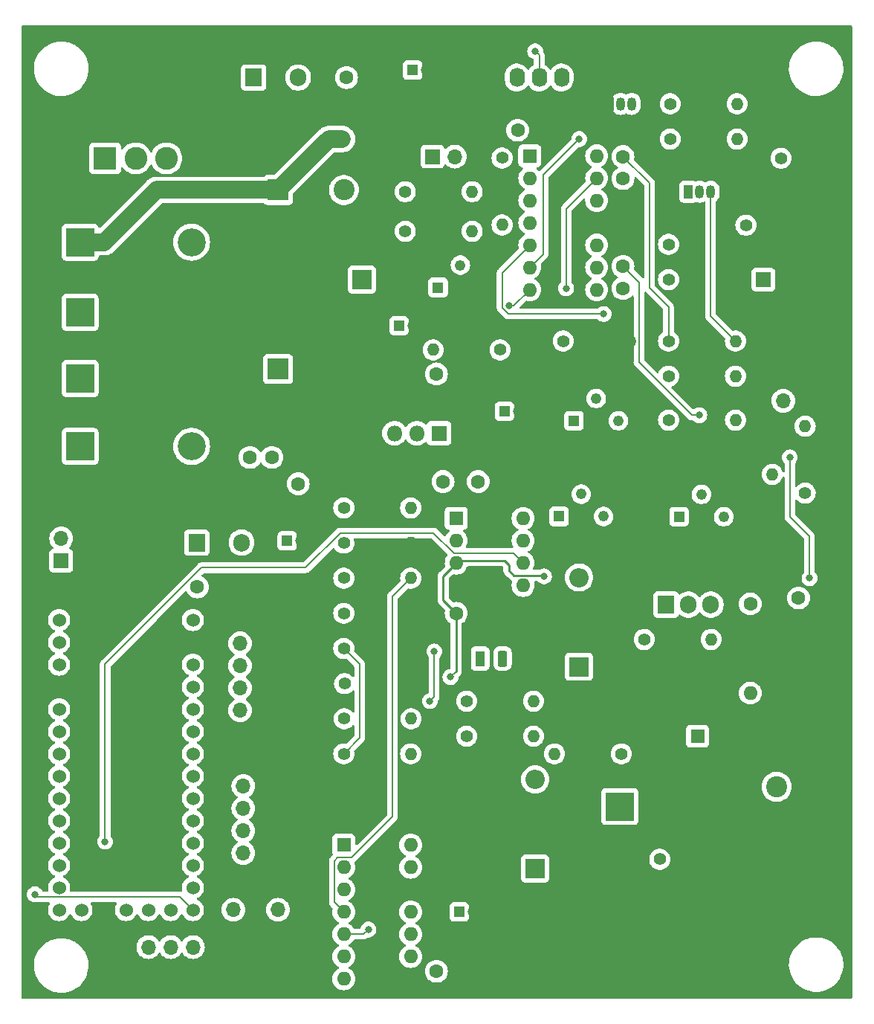
<source format=gbr>
%TF.GenerationSoftware,KiCad,Pcbnew,7.0.8*%
%TF.CreationDate,2023-12-15T09:16:43-05:00*%
%TF.ProjectId,Lab Supply,4c616220-5375-4707-906c-792e6b696361,rev?*%
%TF.SameCoordinates,Original*%
%TF.FileFunction,Copper,L2,Bot*%
%TF.FilePolarity,Positive*%
%FSLAX46Y46*%
G04 Gerber Fmt 4.6, Leading zero omitted, Abs format (unit mm)*
G04 Created by KiCad (PCBNEW 7.0.8) date 2023-12-15 09:16:43*
%MOMM*%
%LPD*%
G01*
G04 APERTURE LIST*
G04 Aperture macros list*
%AMRoundRect*
0 Rectangle with rounded corners*
0 $1 Rounding radius*
0 $2 $3 $4 $5 $6 $7 $8 $9 X,Y pos of 4 corners*
0 Add a 4 corners polygon primitive as box body*
4,1,4,$2,$3,$4,$5,$6,$7,$8,$9,$2,$3,0*
0 Add four circle primitives for the rounded corners*
1,1,$1+$1,$2,$3*
1,1,$1+$1,$4,$5*
1,1,$1+$1,$6,$7*
1,1,$1+$1,$8,$9*
0 Add four rect primitives between the rounded corners*
20,1,$1+$1,$2,$3,$4,$5,0*
20,1,$1+$1,$4,$5,$6,$7,0*
20,1,$1+$1,$6,$7,$8,$9,0*
20,1,$1+$1,$8,$9,$2,$3,0*%
G04 Aperture macros list end*
%TA.AperFunction,ComponentPad*%
%ADD10R,1.700000X1.700000*%
%TD*%
%TA.AperFunction,ComponentPad*%
%ADD11O,1.700000X1.700000*%
%TD*%
%TA.AperFunction,ComponentPad*%
%ADD12C,1.600000*%
%TD*%
%TA.AperFunction,ComponentPad*%
%ADD13O,1.600000X1.600000*%
%TD*%
%TA.AperFunction,ComponentPad*%
%ADD14C,1.400000*%
%TD*%
%TA.AperFunction,ComponentPad*%
%ADD15O,1.400000X1.400000*%
%TD*%
%TA.AperFunction,ComponentPad*%
%ADD16R,1.050000X1.500000*%
%TD*%
%TA.AperFunction,ComponentPad*%
%ADD17O,1.050000X1.500000*%
%TD*%
%TA.AperFunction,ComponentPad*%
%ADD18R,3.200000X3.200000*%
%TD*%
%TA.AperFunction,ComponentPad*%
%ADD19O,3.200000X3.200000*%
%TD*%
%TA.AperFunction,ComponentPad*%
%ADD20R,1.905000X2.000000*%
%TD*%
%TA.AperFunction,ComponentPad*%
%ADD21O,1.905000X2.000000*%
%TD*%
%TA.AperFunction,ComponentPad*%
%ADD22R,1.200000X1.200000*%
%TD*%
%TA.AperFunction,ComponentPad*%
%ADD23C,1.200000*%
%TD*%
%TA.AperFunction,ComponentPad*%
%ADD24R,1.600000X1.600000*%
%TD*%
%TA.AperFunction,ComponentPad*%
%ADD25R,1.222000X1.222000*%
%TD*%
%TA.AperFunction,ComponentPad*%
%ADD26C,1.222000*%
%TD*%
%TA.AperFunction,ComponentPad*%
%ADD27R,2.200000X2.200000*%
%TD*%
%TA.AperFunction,ComponentPad*%
%ADD28O,2.200000X2.200000*%
%TD*%
%TA.AperFunction,ComponentPad*%
%ADD29R,2.600000X2.600000*%
%TD*%
%TA.AperFunction,ComponentPad*%
%ADD30C,2.600000*%
%TD*%
%TA.AperFunction,ComponentPad*%
%ADD31C,1.524000*%
%TD*%
%TA.AperFunction,ComponentPad*%
%ADD32R,1.800000X1.800000*%
%TD*%
%TA.AperFunction,ComponentPad*%
%ADD33O,1.800000X1.800000*%
%TD*%
%TA.AperFunction,ComponentPad*%
%ADD34R,1.100000X1.800000*%
%TD*%
%TA.AperFunction,ComponentPad*%
%ADD35RoundRect,0.275000X-0.275000X-0.625000X0.275000X-0.625000X0.275000X0.625000X-0.275000X0.625000X0*%
%TD*%
%TA.AperFunction,ComponentPad*%
%ADD36R,2.400000X2.400000*%
%TD*%
%TA.AperFunction,ComponentPad*%
%ADD37C,2.400000*%
%TD*%
%TA.AperFunction,ComponentPad*%
%ADD38RoundRect,0.250000X-0.620000X-0.845000X0.620000X-0.845000X0.620000X0.845000X-0.620000X0.845000X0*%
%TD*%
%TA.AperFunction,ComponentPad*%
%ADD39O,1.740000X2.190000*%
%TD*%
%TA.AperFunction,ViaPad*%
%ADD40C,1.600000*%
%TD*%
%TA.AperFunction,ViaPad*%
%ADD41C,0.800000*%
%TD*%
%TA.AperFunction,Conductor*%
%ADD42C,2.000000*%
%TD*%
%TA.AperFunction,Conductor*%
%ADD43C,0.200000*%
%TD*%
%TA.AperFunction,Conductor*%
%ADD44C,0.250000*%
%TD*%
G04 APERTURE END LIST*
D10*
%TO.P,H4,1,GND*%
%TO.N,V-*%
X79250000Y-133750000D03*
D11*
%TO.P,H4,2,LOCK*%
%TO.N,Net-(H4-LOCK)*%
X76710000Y-133750000D03*
%TO.P,H4,3,GND*%
%TO.N,V-*%
X74170000Y-133750000D03*
%TO.P,H4,4,SET*%
%TO.N,Net-(H4-SET)*%
X71630000Y-133750000D03*
%TD*%
D10*
%TO.P,H1,1,GND*%
%TO.N,V-*%
X59380000Y-138000000D03*
D11*
%TO.P,H1,2,+5V*%
%TO.N,+5V*%
X61920000Y-138000000D03*
%TO.P,H1,3,SDA*%
%TO.N,Net-(H1-SDA)*%
X64460000Y-138000000D03*
%TO.P,H1,4,SCL*%
%TO.N,Net-(H1-SCL)*%
X67000000Y-138000000D03*
%TD*%
D12*
%TO.P,R27,1*%
%TO.N,Net-(Q3-E)*%
X130500000Y-98920000D03*
D13*
%TO.P,R27,2*%
%TO.N,V+*%
X130500000Y-109080000D03*
%TD*%
D14*
%TO.P,R29,1*%
%TO.N,Net-(Q2-B)*%
X130000000Y-55810000D03*
D15*
%TO.P,R29,2*%
%TO.N,V-*%
X130000000Y-48190000D03*
%TD*%
D16*
%TO.P,Q2,1,E*%
%TO.N,Net-(Q2-E)*%
X123460000Y-52000000D03*
D17*
%TO.P,Q2,2,B*%
%TO.N,Net-(Q2-B)*%
X124730000Y-52000000D03*
%TO.P,Q2,3,C*%
%TO.N,Net-(Q2-C)*%
X126000000Y-52000000D03*
%TD*%
D10*
%TO.P,D4,1,K*%
%TO.N,V-*%
X134250000Y-73250000D03*
D11*
%TO.P,D4,2,A*%
%TO.N,Net-(D4-A)*%
X134250000Y-75790000D03*
%TD*%
D18*
%TO.P,D5,1,K*%
%TO.N,+36V*%
X54150000Y-57750000D03*
D19*
%TO.P,D5,2,A*%
%TO.N,AC1*%
X66850000Y-57750000D03*
%TD*%
D12*
%TO.P,C6,1*%
%TO.N,V-*%
X93000000Y-85000000D03*
%TO.P,C6,2*%
%TO.N,Net-(D2-A)*%
X95500000Y-85000000D03*
%TD*%
D14*
%TO.P,R30,1*%
%TO.N,Net-(Q1-B)*%
X121190000Y-62000000D03*
D15*
%TO.P,R30,2*%
%TO.N,V-*%
X128810000Y-62000000D03*
%TD*%
D14*
%TO.P,R10,1*%
%TO.N,Net-(U1A--)*%
X102000000Y-70000000D03*
D15*
%TO.P,R10,2*%
%TO.N,Net-(R10-Pad2)*%
X94380000Y-70000000D03*
%TD*%
D20*
%TO.P,U5,1,VI*%
%TO.N,+15V*%
X73920000Y-39000000D03*
D21*
%TO.P,U5,2,GND*%
%TO.N,V-*%
X76460000Y-39000000D03*
%TO.P,U5,3,VO*%
%TO.N,+12V*%
X79000000Y-39000000D03*
%TD*%
D12*
%TO.P,C16,1*%
%TO.N,+5V*%
X94750000Y-140750000D03*
%TO.P,C16,2*%
%TO.N,V-*%
X97250000Y-140750000D03*
%TD*%
D16*
%TO.P,Q1,1,E*%
%TO.N,V-*%
X114460000Y-42000000D03*
D17*
%TO.P,Q1,2,B*%
%TO.N,Net-(Q1-B)*%
X115730000Y-42000000D03*
%TO.P,Q1,3,C*%
%TO.N,Net-(D9-K)*%
X117000000Y-42000000D03*
%TD*%
D14*
%TO.P,R2,1*%
%TO.N,Net-(R2-Pad1)*%
X121200000Y-78000000D03*
D15*
%TO.P,R2,2*%
%TO.N,Net-(R2-Pad2)*%
X128820000Y-78000000D03*
%TD*%
D22*
%TO.P,C12,1*%
%TO.N,+12V*%
X92047349Y-38150000D03*
D23*
%TO.P,C12,2*%
%TO.N,V-*%
X93547349Y-38150000D03*
%TD*%
D24*
%TO.P,U1,1*%
%TO.N,Net-(C13-Pad2)*%
X105380000Y-47920000D03*
D13*
%TO.P,U1,2,-*%
%TO.N,Net-(U1A--)*%
X105380000Y-50460000D03*
%TO.P,U1,3,+*%
%TO.N,Net-(U1A-+)*%
X105380000Y-53000000D03*
%TO.P,U1,4,V+*%
%TO.N,+28V*%
X105380000Y-55540000D03*
%TO.P,U1,5,+*%
%TO.N,ISENSE*%
X105380000Y-58080000D03*
%TO.P,U1,6,-*%
%TO.N,Net-(U1B--)*%
X105380000Y-60620000D03*
%TO.P,U1,7*%
%TO.N,Net-(R2-Pad2)*%
X105380000Y-63160000D03*
%TO.P,U1,8*%
%TO.N,N/C*%
X113000000Y-63160000D03*
%TO.P,U1,9*%
X113000000Y-60620000D03*
%TO.P,U1,10*%
X113000000Y-58080000D03*
%TO.P,U1,11,V-*%
%TO.N,V-*%
X113000000Y-55540000D03*
%TO.P,U1,12,+*%
%TO.N,Net-(SW1-A)*%
X113000000Y-53000000D03*
%TO.P,U1,13,-*%
%TO.N,Net-(U1D--)*%
X113000000Y-50460000D03*
%TO.P,U1,14*%
%TO.N,Net-(C14-Pad1)*%
X113000000Y-47920000D03*
%TD*%
D20*
%TO.P,Q3,1,B*%
%TO.N,Net-(Q2-C)*%
X120920000Y-99000000D03*
D21*
%TO.P,Q3,2,C*%
%TO.N,+36V*%
X123460000Y-99000000D03*
%TO.P,Q3,3,E*%
%TO.N,Net-(Q3-E)*%
X126000000Y-99000000D03*
%TD*%
D25*
%TO.P,RV2,1,1*%
%TO.N,Net-(D1-A)*%
X110410000Y-78075000D03*
D26*
%TO.P,RV2,2,2*%
%TO.N,Net-(R4-Pad1)*%
X112950000Y-75535000D03*
%TO.P,RV2,3,3*%
%TO.N,unconnected-(RV2-Pad3)*%
X115490000Y-78075000D03*
%TD*%
D14*
%TO.P,R7,1*%
%TO.N,+36V*%
X136750000Y-86310000D03*
D15*
%TO.P,R7,2*%
%TO.N,Net-(D4-A)*%
X136750000Y-78690000D03*
%TD*%
D12*
%TO.P,C2,1*%
%TO.N,+15V*%
X79000000Y-85250000D03*
%TO.P,C2,2*%
%TO.N,V-*%
X81500000Y-85250000D03*
%TD*%
D14*
%TO.P,R9,1*%
%TO.N,V_ISET*%
X98190000Y-114000000D03*
D15*
%TO.P,R9,2*%
%TO.N,Net-(U1A--)*%
X105810000Y-114000000D03*
%TD*%
D27*
%TO.P,D1,1,K*%
%TO.N,VREF*%
X111000000Y-106080000D03*
D28*
%TO.P,D1,2,A*%
%TO.N,Net-(D1-A)*%
X111000000Y-95920000D03*
%TD*%
D10*
%TO.P,H2,1,GND*%
%TO.N,V-*%
X72380000Y-100880000D03*
D11*
%TO.P,H2,2,+5V*%
%TO.N,+5V*%
X72380000Y-103420000D03*
%TO.P,H2,3,SW*%
%TO.N,Net-(H2-SW)*%
X72380000Y-105960000D03*
%TO.P,H2,4,DT*%
%TO.N,Net-(H2-DT)*%
X72380000Y-108500000D03*
%TO.P,H2,5,CLK*%
%TO.N,Net-(H2-CLK)*%
X72380000Y-111040000D03*
%TD*%
D10*
%TO.P,SW1,1,A*%
%TO.N,Net-(SW1-A)*%
X132000000Y-62000000D03*
D11*
%TO.P,SW1,2,B*%
%TO.N,V-*%
X132000000Y-64540000D03*
%TD*%
D10*
%TO.P,TH1,1*%
%TO.N,+5V*%
X52000000Y-94000000D03*
D11*
%TO.P,TH1,2*%
%TO.N,Net-(U6-A0)*%
X52000000Y-91460000D03*
%TD*%
D12*
%TO.P,C21,1*%
%TO.N,+28V*%
X94750000Y-72750000D03*
%TO.P,C21,2*%
%TO.N,V-*%
X92250000Y-72750000D03*
%TD*%
D25*
%TO.P,RV6,1,1*%
%TO.N,Net-(R23-Pad1)*%
X122395000Y-89000000D03*
D26*
%TO.P,RV6,2,2*%
%TO.N,Net-(U1D--)*%
X124935000Y-86460000D03*
%TO.P,RV6,3,3*%
%TO.N,unconnected-(RV6-Pad3)*%
X127475000Y-89000000D03*
%TD*%
D14*
%TO.P,R20,1*%
%TO.N,Net-(U6-A0)*%
X84190000Y-92000000D03*
D15*
%TO.P,R20,2*%
%TO.N,V-*%
X91810000Y-92000000D03*
%TD*%
D12*
%TO.P,C5,1*%
%TO.N,Net-(D1-A)*%
X97000000Y-100000000D03*
%TO.P,C5,2*%
%TO.N,V-*%
X99500000Y-100000000D03*
%TD*%
D22*
%TO.P,C15,1*%
%TO.N,+5V*%
X97347349Y-134000000D03*
D23*
%TO.P,C15,2*%
%TO.N,V-*%
X98847349Y-134000000D03*
%TD*%
D14*
%TO.P,R6,1*%
%TO.N,+36V*%
X91190000Y-56500000D03*
D15*
%TO.P,R6,2*%
%TO.N,Net-(D3-K)*%
X98810000Y-56500000D03*
%TD*%
D20*
%TO.P,U2,1,VI*%
%TO.N,+15V*%
X67460000Y-91945000D03*
D21*
%TO.P,U2,2,GND*%
%TO.N,V-*%
X70000000Y-91945000D03*
%TO.P,U2,3,VO*%
%TO.N,+5V*%
X72540000Y-91945000D03*
%TD*%
D14*
%TO.P,R1,1*%
%TO.N,Net-(U1B--)*%
X134000000Y-48190000D03*
D15*
%TO.P,R1,2*%
%TO.N,V-*%
X134000000Y-55810000D03*
%TD*%
D14*
%TO.P,R17,1*%
%TO.N,Net-(Q1-B)*%
X121380000Y-42000000D03*
D15*
%TO.P,R17,2*%
%TO.N,Net-(C13-Pad2)*%
X129000000Y-42000000D03*
%TD*%
D27*
%TO.P,D2,1,K*%
%TO.N,VREF*%
X106000000Y-129080000D03*
D28*
%TO.P,D2,2,A*%
%TO.N,Net-(D2-A)*%
X106000000Y-118920000D03*
%TD*%
D22*
%TO.P,C10,1*%
%TO.N,VREF*%
X102500000Y-77000000D03*
D23*
%TO.P,C10,2*%
%TO.N,V-*%
X104000000Y-77000000D03*
%TD*%
D14*
%TO.P,R21,1*%
%TO.N,Net-(U1A-+)*%
X102225000Y-48165000D03*
D15*
%TO.P,R21,2*%
%TO.N,ISENSE*%
X102225000Y-55785000D03*
%TD*%
D12*
%TO.P,C19,1*%
%TO.N,Net-(U1A-+)*%
X104000000Y-45000000D03*
%TO.P,C19,2*%
%TO.N,V-*%
X106500000Y-45000000D03*
%TD*%
%TO.P,C17,1*%
%TO.N,V-*%
X138500000Y-98250000D03*
%TO.P,C17,2*%
%TO.N,+5V*%
X136000000Y-98250000D03*
%TD*%
%TO.P,C13,1*%
%TO.N,Net-(U1A--)*%
X116000000Y-60500000D03*
%TO.P,C13,2*%
%TO.N,Net-(C13-Pad2)*%
X116000000Y-63000000D03*
%TD*%
D14*
%TO.P,R25,1*%
%TO.N,Net-(C13-Pad2)*%
X121380000Y-46000000D03*
D15*
%TO.P,R25,2*%
%TO.N,Net-(Q2-B)*%
X129000000Y-46000000D03*
%TD*%
D18*
%TO.P,D10,1,K*%
%TO.N,V+*%
X115650000Y-122000000D03*
D19*
%TO.P,D10,2,A*%
%TO.N,V-*%
X128350000Y-122000000D03*
%TD*%
D24*
%TO.P,C18,1*%
%TO.N,V+*%
X124500000Y-114000000D03*
D12*
%TO.P,C18,2*%
%TO.N,V-*%
X128000000Y-114000000D03*
%TD*%
D14*
%TO.P,R26,1*%
%TO.N,Net-(Q2-E)*%
X121190000Y-58000000D03*
D15*
%TO.P,R26,2*%
%TO.N,V-*%
X128810000Y-58000000D03*
%TD*%
D29*
%TO.P,J1,1*%
%TO.N,AC1*%
X57000000Y-48200000D03*
D30*
%TO.P,J1,2*%
%TO.N,+15V*%
X60500000Y-48200000D03*
%TO.P,J1,3*%
%TO.N,AC2*%
X64000000Y-48200000D03*
%TD*%
D31*
%TO.P,U6,1,RST*%
%TO.N,unconnected-(U6-RST-Pad1)*%
X51760000Y-100760000D03*
%TO.P,U6,2,5V*%
%TO.N,unconnected-(U6-5V-Pad2)*%
X51760000Y-103300000D03*
%TO.P,U6,3,AREF*%
%TO.N,unconnected-(U6-AREF-Pad3)*%
X51760000Y-105840000D03*
%TO.P,U6,4,GND*%
%TO.N,V-*%
X51760000Y-108380000D03*
%TO.P,U6,5,A0*%
%TO.N,Net-(U6-A0)*%
X51760000Y-110920000D03*
%TO.P,U6,6,A1*%
%TO.N,unconnected-(U6-A1-Pad6)*%
X51760000Y-113460000D03*
%TO.P,U6,7,A2*%
%TO.N,unconnected-(U6-A2-Pad7)*%
X51760000Y-116000000D03*
%TO.P,U6,8,A3*%
%TO.N,unconnected-(U6-A3-Pad8)*%
X51760000Y-118540000D03*
%TO.P,U6,9,A4*%
%TO.N,unconnected-(U6-A4-Pad9)*%
X51760000Y-121080000D03*
%TO.P,U6,10,A5*%
%TO.N,Net-(U6-A5)*%
X51760000Y-123620000D03*
%TO.P,U6,11,SCK*%
%TO.N,Net-(U6-SCK)*%
X51760000Y-126160000D03*
%TO.P,U6,12,MOSI*%
%TO.N,Net-(U6-MOSI)*%
X51760000Y-128700000D03*
%TO.P,U6,13,MISO*%
%TO.N,Net-(U4-DOUT)*%
X51760000Y-131240000D03*
%TO.P,U6,14,3.3V*%
%TO.N,unconnected-(U6-3.3V-Pad14)*%
X51760000Y-133780000D03*
%TO.P,U6,15,EN*%
%TO.N,unconnected-(U6-EN-Pad15)*%
X54300000Y-133780000D03*
%TO.P,U6,16,GND*%
%TO.N,V-*%
X56840000Y-133780000D03*
%TO.P,U6,17,D8*%
%TO.N,Net-(M1-PWM)*%
X59380000Y-133780000D03*
%TO.P,U6,18,D6*%
%TO.N,unconnected-(U6-D6-Pad18)*%
X61920000Y-133780000D03*
%TO.P,U6,19,D4*%
%TO.N,Net-(H4-LOCK)*%
X64460000Y-133780000D03*
%TO.P,U6,20,D0*%
%TO.N,Net-(M1-Tacho)*%
X67000000Y-133780000D03*
%TO.P,U6,21,D1*%
%TO.N,Net-(H4-SET)*%
X67000000Y-131240000D03*
%TO.P,U6,22,SDA*%
%TO.N,Net-(H1-SDA)*%
X67000000Y-128700000D03*
%TO.P,U6,23,SCL*%
%TO.N,Net-(H1-SCL)*%
X67000000Y-126160000D03*
%TO.P,U6,24,D5*%
%TO.N,Net-(H3-CLK)*%
X67000000Y-123620000D03*
%TO.P,U6,25,D7*%
%TO.N,Net-(H3-DT)*%
X67000000Y-121080000D03*
%TO.P,U6,26,D9*%
%TO.N,Net-(H3-SW)*%
X67000000Y-118540000D03*
%TO.P,U6,27,D10*%
%TO.N,Net-(H2-CLK)*%
X67000000Y-116000000D03*
%TO.P,U6,28,D11*%
%TO.N,Net-(H2-DT)*%
X67000000Y-113460000D03*
%TO.P,U6,29,D12*%
%TO.N,Net-(H2-SW)*%
X67000000Y-110920000D03*
%TO.P,U6,30,D13*%
%TO.N,Net-(U6-D13)*%
X67000000Y-108380000D03*
%TO.P,U6,31,VBUS*%
%TO.N,unconnected-(U6-VBUS-Pad31)*%
X67000000Y-105840000D03*
%TO.P,U6,32,GND*%
%TO.N,V-*%
X67000000Y-103300000D03*
%TO.P,U6,33,VBAT*%
%TO.N,+5V*%
X67000000Y-100760000D03*
%TD*%
D12*
%TO.P,C9,1*%
%TO.N,VREF*%
X99500000Y-85000000D03*
%TO.P,C9,2*%
%TO.N,V-*%
X102000000Y-85000000D03*
%TD*%
D14*
%TO.P,R18,1*%
%TO.N,Net-(U4-CLK)*%
X84190000Y-100000000D03*
D15*
%TO.P,R18,2*%
%TO.N,V-*%
X91810000Y-100000000D03*
%TD*%
D18*
%TO.P,D6,1,K*%
%TO.N,AC1*%
X54150000Y-65750000D03*
D19*
%TO.P,D6,2,A*%
%TO.N,V-*%
X66850000Y-65750000D03*
%TD*%
D10*
%TO.P,H3,1,GND*%
%TO.N,V-*%
X72750000Y-117130000D03*
D11*
%TO.P,H3,2,+5V*%
%TO.N,+5V*%
X72750000Y-119670000D03*
%TO.P,H3,3,SW*%
%TO.N,Net-(H3-SW)*%
X72750000Y-122210000D03*
%TO.P,H3,4,DT*%
%TO.N,Net-(H3-DT)*%
X72750000Y-124750000D03*
%TO.P,H3,5,CLK*%
%TO.N,Net-(H3-CLK)*%
X72750000Y-127290000D03*
%TD*%
D14*
%TO.P,R13,1*%
%TO.N,+36V*%
X91190000Y-52000000D03*
D15*
%TO.P,R13,2*%
%TO.N,Net-(D9-A)*%
X98810000Y-52000000D03*
%TD*%
D24*
%TO.P,U4,1,~{CS}/SHDN*%
%TO.N,Net-(U4-~{CS}{slash}SHDN)*%
X97000000Y-89200000D03*
D13*
%TO.P,U4,2,CH0*%
%TO.N,Net-(D2-A)*%
X97000000Y-91740000D03*
%TO.P,U4,3,CH1*%
%TO.N,Net-(D1-A)*%
X97000000Y-94280000D03*
%TO.P,U4,4,VSS*%
%TO.N,V-*%
X97000000Y-96820000D03*
%TO.P,U4,5,DIN*%
%TO.N,Net-(U4-DIN)*%
X104620000Y-96820000D03*
%TO.P,U4,6,DOUT*%
%TO.N,Net-(U4-DOUT)*%
X104620000Y-94280000D03*
%TO.P,U4,7,CLK*%
%TO.N,Net-(U4-CLK)*%
X104620000Y-91740000D03*
%TO.P,U4,8,VDD/VREF*%
%TO.N,VREF*%
X104620000Y-89200000D03*
%TD*%
D14*
%TO.P,R3,1*%
%TO.N,V+*%
X115810000Y-116000000D03*
D15*
%TO.P,R3,2*%
%TO.N,Net-(D1-A)*%
X108190000Y-116000000D03*
%TD*%
D14*
%TO.P,R24,1*%
%TO.N,Net-(C14-Pad1)*%
X121190000Y-69000000D03*
D15*
%TO.P,R24,2*%
%TO.N,Net-(Q2-C)*%
X128810000Y-69000000D03*
%TD*%
D14*
%TO.P,R14,1*%
%TO.N,Net-(U4-DIN)*%
X84290000Y-108000000D03*
D15*
%TO.P,R14,2*%
%TO.N,V-*%
X91910000Y-108000000D03*
%TD*%
D12*
%TO.P,C1,2*%
%TO.N,+15V*%
X76000000Y-82250000D03*
%TO.P,C1,1*%
%TO.N,+36V*%
X73500000Y-82250000D03*
%TD*%
%TO.P,C7,1*%
%TO.N,+5V*%
X67500000Y-97000000D03*
%TO.P,C7,2*%
%TO.N,V-*%
X70000000Y-97000000D03*
%TD*%
D32*
%TO.P,Q4,1,E*%
%TO.N,+28V*%
X95040000Y-79500000D03*
D33*
%TO.P,Q4,2,C*%
%TO.N,+36V*%
X92500000Y-79500000D03*
%TO.P,Q4,3,B*%
%TO.N,Net-(D3-K)*%
X89960000Y-79500000D03*
%TD*%
D14*
%TO.P,R16,1*%
%TO.N,Net-(U4-DIN)*%
X84240000Y-112000000D03*
D15*
%TO.P,R16,2*%
%TO.N,Net-(U6-MOSI)*%
X91860000Y-112000000D03*
%TD*%
D18*
%TO.P,D7,1,K*%
%TO.N,+36V*%
X54150000Y-81000000D03*
D19*
%TO.P,D7,2,A*%
%TO.N,AC2*%
X66850000Y-81000000D03*
%TD*%
D22*
%TO.P,C8,1*%
%TO.N,+5V*%
X77750000Y-91750000D03*
D23*
%TO.P,C8,2*%
%TO.N,V-*%
X79250000Y-91750000D03*
%TD*%
D10*
%TO.P,D9,1,K*%
%TO.N,Net-(D9-K)*%
X94304315Y-48000000D03*
D11*
%TO.P,D9,2,A*%
%TO.N,Net-(D9-A)*%
X96844315Y-48000000D03*
%TD*%
D14*
%TO.P,R4,1*%
%TO.N,Net-(R4-Pad1)*%
X109190000Y-69000000D03*
D15*
%TO.P,R4,2*%
%TO.N,V-*%
X116810000Y-69000000D03*
%TD*%
D12*
%TO.P,C14,1*%
%TO.N,Net-(C14-Pad1)*%
X116000000Y-48000000D03*
%TO.P,C14,2*%
%TO.N,Net-(U1D--)*%
X116000000Y-50500000D03*
%TD*%
D14*
%TO.P,R19,1*%
%TO.N,Net-(U4-CLK)*%
X84190000Y-96000000D03*
D15*
%TO.P,R19,2*%
%TO.N,Net-(U6-SCK)*%
X91810000Y-96000000D03*
%TD*%
D18*
%TO.P,D8,1,K*%
%TO.N,AC2*%
X54150000Y-73250000D03*
D19*
%TO.P,D8,2,A*%
%TO.N,V-*%
X66850000Y-73250000D03*
%TD*%
D12*
%TO.P,C11,1*%
%TO.N,+12V*%
X84500000Y-39000000D03*
%TO.P,C11,2*%
%TO.N,V-*%
X87000000Y-39000000D03*
%TD*%
D14*
%TO.P,R28,1*%
%TO.N,V+*%
X120190000Y-128000000D03*
D15*
%TO.P,R28,2*%
%TO.N,V-*%
X127810000Y-128000000D03*
%TD*%
D34*
%TO.P,U3,1,K*%
%TO.N,VREF*%
X99730000Y-105150000D03*
D35*
%TO.P,U3,2,A*%
%TO.N,V-*%
X101000000Y-103080000D03*
%TO.P,U3,3*%
%TO.N,N/C*%
X102270000Y-105150000D03*
%TD*%
D14*
%TO.P,R5,1*%
%TO.N,Net-(R2-Pad2)*%
X84190000Y-88000000D03*
D15*
%TO.P,R5,2*%
%TO.N,Net-(D2-A)*%
X91810000Y-88000000D03*
%TD*%
D36*
%TO.P,C4,1*%
%TO.N,+15V*%
X76700000Y-72200000D03*
D37*
%TO.P,C4,2*%
%TO.N,V-*%
X84200000Y-72200000D03*
%TD*%
D14*
%TO.P,R11,1*%
%TO.N,Net-(U4-~{CS}{slash}SHDN)*%
X84190000Y-104000000D03*
D15*
%TO.P,R11,2*%
%TO.N,V-*%
X91810000Y-104000000D03*
%TD*%
D27*
%TO.P,D3,1,K*%
%TO.N,Net-(D3-K)*%
X86242183Y-62000000D03*
D28*
%TO.P,D3,2,A*%
%TO.N,V-*%
X91322183Y-62000000D03*
%TD*%
D14*
%TO.P,R12,1*%
%TO.N,Net-(U4-~{CS}{slash}SHDN)*%
X84190000Y-116000000D03*
D15*
%TO.P,R12,2*%
%TO.N,Net-(U6-A5)*%
X91810000Y-116000000D03*
%TD*%
D24*
%TO.P,U7,1,Vdd*%
%TO.N,+5V*%
X84200000Y-126375000D03*
D13*
%TO.P,U7,2,NC*%
%TO.N,unconnected-(U7-NC-Pad2)*%
X84200000Y-128915000D03*
%TO.P,U7,3,~{CS}*%
%TO.N,Net-(U6-D13)*%
X84200000Y-131455000D03*
%TO.P,U7,4,SCK*%
%TO.N,Net-(U6-SCK)*%
X84200000Y-133995000D03*
%TO.P,U7,5,SDI*%
%TO.N,Net-(U6-MOSI)*%
X84200000Y-136535000D03*
%TO.P,U7,6,NC*%
%TO.N,unconnected-(U7-NC-Pad6)*%
X84200000Y-139075000D03*
%TO.P,U7,7,NC*%
%TO.N,unconnected-(U7-NC-Pad7)*%
X84200000Y-141615000D03*
%TO.P,U7,8,~{LDAC}*%
%TO.N,V-*%
X91820000Y-141615000D03*
%TO.P,U7,9,~{SHDN}*%
%TO.N,+5V*%
X91820000Y-139075000D03*
%TO.P,U7,10,VB*%
%TO.N,V_VSET*%
X91820000Y-136535000D03*
%TO.P,U7,11,VrefB*%
%TO.N,VREF*%
X91820000Y-133995000D03*
%TO.P,U7,12,Vss*%
%TO.N,V-*%
X91820000Y-131455000D03*
%TO.P,U7,13,VrefA*%
%TO.N,VREF*%
X91820000Y-128915000D03*
%TO.P,U7,14,VA*%
%TO.N,V_ISET*%
X91820000Y-126375000D03*
%TD*%
D14*
%TO.P,R15,1*%
%TO.N,V_VSET*%
X121190000Y-73000000D03*
D15*
%TO.P,R15,2*%
%TO.N,Net-(SW1-A)*%
X128810000Y-73000000D03*
%TD*%
D14*
%TO.P,R23,1*%
%TO.N,Net-(R23-Pad1)*%
X118415000Y-102975000D03*
D15*
%TO.P,R23,2*%
%TO.N,V+*%
X126035000Y-102975000D03*
%TD*%
D14*
%TO.P,R8,1*%
%TO.N,+5V*%
X98190000Y-110000000D03*
D15*
%TO.P,R8,2*%
%TO.N,VREF*%
X105810000Y-110000000D03*
%TD*%
D25*
%TO.P,RV1,1,1*%
%TO.N,Net-(R2-Pad1)*%
X108710000Y-88975000D03*
D26*
%TO.P,RV1,2,2*%
%TO.N,Net-(U1B--)*%
X111250000Y-86435000D03*
%TO.P,RV1,3,3*%
%TO.N,unconnected-(RV1-Pad3)*%
X113790000Y-88975000D03*
%TD*%
D22*
%TO.P,C20,1*%
%TO.N,+28V*%
X90500000Y-67250000D03*
D23*
%TO.P,C20,2*%
%TO.N,V-*%
X92000000Y-67250000D03*
%TD*%
D36*
%TO.P,J4,1*%
%TO.N,V-*%
X137000000Y-119750000D03*
D37*
%TO.P,J4,2*%
%TO.N,V+*%
X133500000Y-119750000D03*
%TD*%
D14*
%TO.P,R22,1*%
%TO.N,V-*%
X133000000Y-91810000D03*
D15*
%TO.P,R22,2*%
%TO.N,Net-(U1D--)*%
X133000000Y-84190000D03*
%TD*%
D25*
%TO.P,RV5,1,1*%
%TO.N,unconnected-(RV5-Pad1)*%
X94935000Y-62900000D03*
D26*
%TO.P,RV5,2,2*%
%TO.N,Net-(R10-Pad2)*%
X97475000Y-60360000D03*
%TO.P,RV5,3,3*%
%TO.N,V-*%
X100015000Y-62900000D03*
%TD*%
D36*
%TO.P,C3,1*%
%TO.N,+36V*%
X76700000Y-51800000D03*
D37*
%TO.P,C3,2*%
%TO.N,+15V*%
X84200000Y-51800000D03*
%TD*%
D38*
%TO.P,M1,1,-*%
%TO.N,V-*%
X101380000Y-39000000D03*
D39*
%TO.P,M1,2,+*%
%TO.N,+12V*%
X103920000Y-39000000D03*
%TO.P,M1,3,Tacho*%
%TO.N,Net-(M1-Tacho)*%
X106460000Y-39000000D03*
%TO.P,M1,4,PWM*%
%TO.N,Net-(M1-PWM)*%
X109000000Y-39000000D03*
%TD*%
D40*
%TO.N,+36V*%
X84000000Y-46000000D03*
D41*
%TO.N,Net-(U1D--)*%
X109525000Y-63000000D03*
%TO.N,Net-(U1A--)*%
X124700000Y-77450000D03*
%TO.N,ISENSE*%
X135000000Y-82250000D03*
X137250000Y-96000000D03*
X113800000Y-65925000D03*
%TO.N,Net-(U1B--)*%
X111000000Y-46000000D03*
%TO.N,V-*%
X133087500Y-103500000D03*
%TO.N,Net-(D1-A)*%
X96350000Y-107250000D03*
X107000000Y-95800000D03*
%TO.N,Net-(M1-Tacho)*%
X106000000Y-36000000D03*
X49000000Y-132000000D03*
%TO.N,Net-(R2-Pad2)*%
X103000000Y-65000000D03*
%TO.N,Net-(U4-DIN)*%
X94500000Y-104350000D03*
X94000000Y-110000000D03*
%TO.N,Net-(U6-MOSI)*%
X87000000Y-136000000D03*
%TO.N,Net-(U4-DOUT)*%
X57000000Y-126000000D03*
%TD*%
D42*
%TO.N,+36V*%
X56900000Y-57750000D02*
X54150000Y-57750000D01*
X82500000Y-46000000D02*
X76700000Y-51800000D01*
X76700000Y-51800000D02*
X62850000Y-51800000D01*
X62850000Y-51800000D02*
X56900000Y-57750000D01*
X84000000Y-46000000D02*
X82500000Y-46000000D01*
D43*
%TO.N,Net-(U1D--)*%
X109525000Y-63000000D02*
X109525000Y-53935000D01*
X109525000Y-53935000D02*
X113000000Y-50460000D01*
%TO.N,Net-(U1A--)*%
X124700000Y-77450000D02*
X123825000Y-77450000D01*
X123825000Y-77450000D02*
X117810000Y-71435000D01*
X117810000Y-71435000D02*
X117810000Y-62310000D01*
X117810000Y-62310000D02*
X116000000Y-60500000D01*
%TO.N,ISENSE*%
X102225000Y-65214950D02*
X102225000Y-61235000D01*
X102225000Y-61235000D02*
X105380000Y-58080000D01*
X135000000Y-82250000D02*
X135000000Y-89000000D01*
X102935050Y-65925000D02*
X102225000Y-65214950D01*
X113800000Y-65925000D02*
X102935050Y-65925000D01*
X137250000Y-96000000D02*
X137250000Y-91250000D01*
X137250000Y-91250000D02*
X135000000Y-89000000D01*
%TO.N,Net-(U1B--)*%
X106900000Y-59100000D02*
X105380000Y-60620000D01*
X106900000Y-50100000D02*
X106900000Y-59100000D01*
X111000000Y-46000000D02*
X106900000Y-50100000D01*
D44*
%TO.N,Net-(D1-A)*%
X97000000Y-100000000D02*
X97000000Y-106600000D01*
X103000000Y-95121939D02*
X103000000Y-94500000D01*
X103000000Y-94500000D02*
X102500000Y-94000000D01*
X107000000Y-95800000D02*
X106895000Y-95695000D01*
X95500000Y-95780000D02*
X97000000Y-94280000D01*
X102500000Y-94000000D02*
X97280000Y-94000000D01*
X97280000Y-94000000D02*
X97000000Y-94280000D01*
X95500000Y-98500000D02*
X95500000Y-95780000D01*
D43*
X107000000Y-95800000D02*
X106920000Y-95720000D01*
D44*
X106895000Y-95695000D02*
X103573061Y-95695000D01*
D43*
X96350000Y-107250000D02*
X97000000Y-106600000D01*
D44*
X103573061Y-95695000D02*
X103000000Y-95121939D01*
X97000000Y-100000000D02*
X95500000Y-98500000D01*
D43*
%TO.N,Net-(M1-Tacho)*%
X49302000Y-132302000D02*
X49000000Y-132000000D01*
X106000000Y-36000000D02*
X106460000Y-36460000D01*
X67000000Y-133780000D02*
X65522000Y-132302000D01*
X106460000Y-36460000D02*
X106460000Y-39000000D01*
X65522000Y-132302000D02*
X49302000Y-132302000D01*
%TO.N,Net-(C14-Pad1)*%
X121190000Y-65124315D02*
X119000000Y-62934315D01*
X119000000Y-51000000D02*
X116000000Y-48000000D01*
X121190000Y-69000000D02*
X121190000Y-65124315D01*
X119000000Y-62934315D02*
X119000000Y-51000000D01*
%TO.N,Net-(Q2-C)*%
X126000000Y-66190000D02*
X126000000Y-52000000D01*
X128810000Y-69000000D02*
X126000000Y-66190000D01*
%TO.N,Net-(R2-Pad2)*%
X103540000Y-65000000D02*
X105380000Y-63160000D01*
X103000000Y-65000000D02*
X103540000Y-65000000D01*
%TO.N,Net-(U4-~{CS}{slash}SHDN)*%
X86000000Y-105810000D02*
X86000000Y-114190000D01*
X86000000Y-114190000D02*
X84190000Y-116000000D01*
X84190000Y-104000000D02*
X86000000Y-105810000D01*
%TO.N,Net-(U4-DIN)*%
X94500000Y-109500000D02*
X94500000Y-104350000D01*
X94000000Y-110000000D02*
X94500000Y-109500000D01*
%TO.N,Net-(U6-MOSI)*%
X87000000Y-136000000D02*
X86465000Y-136535000D01*
X86465000Y-136535000D02*
X84200000Y-136535000D01*
%TO.N,Net-(U6-SCK)*%
X89750000Y-123150000D02*
X89750000Y-98060000D01*
X83485000Y-127815000D02*
X85085000Y-127815000D01*
X83100000Y-132895000D02*
X83100000Y-128200000D01*
X85085000Y-127815000D02*
X89750000Y-123150000D01*
X84200000Y-133995000D02*
X83100000Y-132895000D01*
X83100000Y-128200000D02*
X83485000Y-127815000D01*
X89750000Y-98060000D02*
X91810000Y-96000000D01*
%TO.N,Net-(U4-DOUT)*%
X96730000Y-93180000D02*
X103520000Y-93180000D01*
X67987843Y-94812157D02*
X79837843Y-94812157D01*
X94400000Y-90850000D02*
X96730000Y-93180000D01*
X57000000Y-105800000D02*
X67987843Y-94812157D01*
X83800000Y-90850000D02*
X94400000Y-90850000D01*
X79837843Y-94812157D02*
X83800000Y-90850000D01*
X57000000Y-126000000D02*
X57000000Y-105800000D01*
X103520000Y-93180000D02*
X104620000Y-94280000D01*
%TD*%
%TA.AperFunction,Conductor*%
%TO.N,V-*%
G36*
X142045039Y-33087685D02*
G01*
X142090794Y-33140489D01*
X142102000Y-33192000D01*
X142102000Y-143760000D01*
X142082315Y-143827039D01*
X142029511Y-143872794D01*
X141978000Y-143884000D01*
X47622000Y-143884000D01*
X47554961Y-143864315D01*
X47509206Y-143811511D01*
X47498000Y-143760000D01*
X47498000Y-140188678D01*
X48895700Y-140188678D01*
X48926044Y-140541961D01*
X48926047Y-140541983D01*
X48996459Y-140889479D01*
X48996465Y-140889501D01*
X49106038Y-141226729D01*
X49253333Y-141549261D01*
X49253338Y-141549271D01*
X49436434Y-141852901D01*
X49436438Y-141852906D01*
X49436443Y-141852915D01*
X49492840Y-141926052D01*
X49652963Y-142133704D01*
X49652975Y-142133718D01*
X49900086Y-142387988D01*
X49900095Y-142387997D01*
X50174595Y-142612455D01*
X50228876Y-142647339D01*
X50472875Y-142804150D01*
X50472881Y-142804153D01*
X50472883Y-142804154D01*
X50472891Y-142804159D01*
X50791096Y-142960609D01*
X51125061Y-143079768D01*
X51470432Y-143160080D01*
X51756953Y-143192955D01*
X51822705Y-143200500D01*
X51822707Y-143200500D01*
X52088578Y-143200500D01*
X52177053Y-143195440D01*
X52354008Y-143185322D01*
X52703400Y-143124857D01*
X53043623Y-143024959D01*
X53370241Y-142886929D01*
X53678995Y-142712568D01*
X53965861Y-142504147D01*
X54227099Y-142264385D01*
X54459304Y-141996407D01*
X54659448Y-141703706D01*
X54824921Y-141390098D01*
X54953568Y-141059672D01*
X54975379Y-140976697D01*
X55028169Y-140775861D01*
X55043710Y-140716736D01*
X55094173Y-140365759D01*
X55102478Y-140075047D01*
X55104299Y-140011328D01*
X55104299Y-140011317D01*
X55081850Y-139749953D01*
X55073955Y-139658032D01*
X55066134Y-139619432D01*
X55003540Y-139310520D01*
X55003534Y-139310498D01*
X54927016Y-139075001D01*
X54893964Y-138973277D01*
X54848292Y-138873270D01*
X54746666Y-138650738D01*
X54746661Y-138650728D01*
X54563565Y-138347098D01*
X54563563Y-138347096D01*
X54563557Y-138347085D01*
X54452908Y-138203593D01*
X54347036Y-138066295D01*
X54347024Y-138066281D01*
X54282609Y-138000000D01*
X60564341Y-138000000D01*
X60584936Y-138235403D01*
X60584938Y-138235413D01*
X60646094Y-138463655D01*
X60646096Y-138463659D01*
X60646097Y-138463663D01*
X60686699Y-138550734D01*
X60745965Y-138677830D01*
X60745967Y-138677834D01*
X60768428Y-138709911D01*
X60881505Y-138871401D01*
X61048599Y-139038495D01*
X61100735Y-139075001D01*
X61242165Y-139174032D01*
X61242167Y-139174033D01*
X61242170Y-139174035D01*
X61456337Y-139273903D01*
X61684592Y-139335063D01*
X61872918Y-139351539D01*
X61919999Y-139355659D01*
X61920000Y-139355659D01*
X61920001Y-139355659D01*
X61959234Y-139352226D01*
X62155408Y-139335063D01*
X62383663Y-139273903D01*
X62597830Y-139174035D01*
X62791401Y-139038495D01*
X62958495Y-138871401D01*
X63088425Y-138685842D01*
X63143002Y-138642217D01*
X63212500Y-138635023D01*
X63274855Y-138666546D01*
X63291575Y-138685842D01*
X63421500Y-138871395D01*
X63421505Y-138871401D01*
X63588599Y-139038495D01*
X63640735Y-139075001D01*
X63782165Y-139174032D01*
X63782167Y-139174033D01*
X63782170Y-139174035D01*
X63996337Y-139273903D01*
X64224592Y-139335063D01*
X64412918Y-139351539D01*
X64459999Y-139355659D01*
X64460000Y-139355659D01*
X64460001Y-139355659D01*
X64499234Y-139352226D01*
X64695408Y-139335063D01*
X64923663Y-139273903D01*
X65137830Y-139174035D01*
X65331401Y-139038495D01*
X65498495Y-138871401D01*
X65628425Y-138685842D01*
X65683002Y-138642217D01*
X65752500Y-138635023D01*
X65814855Y-138666546D01*
X65831575Y-138685842D01*
X65961500Y-138871395D01*
X65961505Y-138871401D01*
X66128599Y-139038495D01*
X66180735Y-139075001D01*
X66322165Y-139174032D01*
X66322167Y-139174033D01*
X66322170Y-139174035D01*
X66536337Y-139273903D01*
X66764592Y-139335063D01*
X66952918Y-139351539D01*
X66999999Y-139355659D01*
X67000000Y-139355659D01*
X67000001Y-139355659D01*
X67039234Y-139352226D01*
X67235408Y-139335063D01*
X67463663Y-139273903D01*
X67677830Y-139174035D01*
X67871401Y-139038495D01*
X68038495Y-138871401D01*
X68174035Y-138677830D01*
X68273903Y-138463663D01*
X68335063Y-138235408D01*
X68355659Y-138000000D01*
X68335063Y-137764592D01*
X68273903Y-137536337D01*
X68174035Y-137322171D01*
X68168425Y-137314158D01*
X68038494Y-137128597D01*
X67871402Y-136961506D01*
X67871395Y-136961501D01*
X67677834Y-136825967D01*
X67677830Y-136825965D01*
X67677828Y-136825964D01*
X67463663Y-136726097D01*
X67463659Y-136726096D01*
X67463655Y-136726094D01*
X67235413Y-136664938D01*
X67235403Y-136664936D01*
X67000001Y-136644341D01*
X66999999Y-136644341D01*
X66764596Y-136664936D01*
X66764586Y-136664938D01*
X66536344Y-136726094D01*
X66536335Y-136726098D01*
X66322171Y-136825964D01*
X66322169Y-136825965D01*
X66128597Y-136961505D01*
X65961505Y-137128597D01*
X65831575Y-137314158D01*
X65776998Y-137357783D01*
X65707500Y-137364977D01*
X65645145Y-137333454D01*
X65628425Y-137314158D01*
X65498494Y-137128597D01*
X65331402Y-136961506D01*
X65331395Y-136961501D01*
X65137834Y-136825967D01*
X65137830Y-136825965D01*
X65137828Y-136825964D01*
X64923663Y-136726097D01*
X64923659Y-136726096D01*
X64923655Y-136726094D01*
X64695413Y-136664938D01*
X64695403Y-136664936D01*
X64460001Y-136644341D01*
X64459999Y-136644341D01*
X64224596Y-136664936D01*
X64224586Y-136664938D01*
X63996344Y-136726094D01*
X63996335Y-136726098D01*
X63782171Y-136825964D01*
X63782169Y-136825965D01*
X63588597Y-136961505D01*
X63421505Y-137128597D01*
X63291575Y-137314158D01*
X63236998Y-137357783D01*
X63167500Y-137364977D01*
X63105145Y-137333454D01*
X63088425Y-137314158D01*
X62958494Y-137128597D01*
X62791402Y-136961506D01*
X62791395Y-136961501D01*
X62597834Y-136825967D01*
X62597830Y-136825965D01*
X62597828Y-136825964D01*
X62383663Y-136726097D01*
X62383659Y-136726096D01*
X62383655Y-136726094D01*
X62155413Y-136664938D01*
X62155403Y-136664936D01*
X61920001Y-136644341D01*
X61919999Y-136644341D01*
X61684596Y-136664936D01*
X61684586Y-136664938D01*
X61456344Y-136726094D01*
X61456335Y-136726098D01*
X61242171Y-136825964D01*
X61242169Y-136825965D01*
X61048597Y-136961505D01*
X60881505Y-137128597D01*
X60745965Y-137322169D01*
X60745964Y-137322171D01*
X60668902Y-137487431D01*
X60646700Y-137535045D01*
X60646098Y-137536335D01*
X60646094Y-137536344D01*
X60584938Y-137764586D01*
X60584936Y-137764596D01*
X60564341Y-137999999D01*
X60564341Y-138000000D01*
X54282609Y-138000000D01*
X54099913Y-137812011D01*
X54099910Y-137812008D01*
X54099905Y-137812003D01*
X53825405Y-137587545D01*
X53825402Y-137587543D01*
X53527124Y-137395849D01*
X53527118Y-137395846D01*
X53527112Y-137395843D01*
X53527109Y-137395841D01*
X53208904Y-137239391D01*
X53208900Y-137239389D01*
X53208899Y-137239389D01*
X52874940Y-137120232D01*
X52680597Y-137075040D01*
X52529568Y-137039920D01*
X52357980Y-137020232D01*
X52177295Y-136999500D01*
X52177293Y-136999500D01*
X51911424Y-136999500D01*
X51911422Y-136999500D01*
X51645995Y-137014677D01*
X51296608Y-137075141D01*
X51296591Y-137075145D01*
X50956380Y-137175040D01*
X50956377Y-137175041D01*
X50629759Y-137313071D01*
X50613645Y-137322171D01*
X50321005Y-137487431D01*
X50321002Y-137487433D01*
X50034138Y-137695853D01*
X49772901Y-137935615D01*
X49772900Y-137935616D01*
X49540695Y-138203593D01*
X49340555Y-138496288D01*
X49340548Y-138496299D01*
X49175085Y-138809889D01*
X49175075Y-138809911D01*
X49046429Y-139140333D01*
X48956290Y-139483260D01*
X48905828Y-139834233D01*
X48905826Y-139834253D01*
X48895700Y-140188671D01*
X48895700Y-140188678D01*
X47498000Y-140188678D01*
X47498000Y-132000000D01*
X48094540Y-132000000D01*
X48114326Y-132188256D01*
X48114327Y-132188259D01*
X48172818Y-132368277D01*
X48172821Y-132368284D01*
X48267467Y-132532216D01*
X48348653Y-132622382D01*
X48394129Y-132672888D01*
X48547265Y-132784148D01*
X48547270Y-132784151D01*
X48720192Y-132861142D01*
X48720197Y-132861144D01*
X48905354Y-132900500D01*
X48905355Y-132900500D01*
X49094644Y-132900500D01*
X49094646Y-132900500D01*
X49132249Y-132892506D01*
X49174212Y-132890858D01*
X49239853Y-132899500D01*
X49301999Y-132907682D01*
X49302000Y-132907682D01*
X49337329Y-132903030D01*
X49345428Y-132902500D01*
X50595002Y-132902500D01*
X50662041Y-132922185D01*
X50707796Y-132974989D01*
X50717740Y-133044147D01*
X50696579Y-133097619D01*
X50662466Y-133146339D01*
X50569841Y-133344975D01*
X50569107Y-133346548D01*
X50569104Y-133346554D01*
X50511930Y-133559929D01*
X50511929Y-133559937D01*
X50492677Y-133779997D01*
X50492677Y-133780002D01*
X50511929Y-134000062D01*
X50511930Y-134000070D01*
X50569104Y-134213445D01*
X50569105Y-134213447D01*
X50569106Y-134213450D01*
X50602382Y-134284811D01*
X50662466Y-134413662D01*
X50662468Y-134413666D01*
X50789170Y-134594615D01*
X50789175Y-134594621D01*
X50945378Y-134750824D01*
X50945384Y-134750829D01*
X51126333Y-134877531D01*
X51126335Y-134877532D01*
X51126338Y-134877534D01*
X51326550Y-134970894D01*
X51539932Y-135028070D01*
X51697123Y-135041822D01*
X51759998Y-135047323D01*
X51760000Y-135047323D01*
X51760002Y-135047323D01*
X51815017Y-135042509D01*
X51980068Y-135028070D01*
X52193450Y-134970894D01*
X52393662Y-134877534D01*
X52574620Y-134750826D01*
X52730826Y-134594620D01*
X52857534Y-134413662D01*
X52917618Y-134284811D01*
X52963790Y-134232371D01*
X53030983Y-134213219D01*
X53097865Y-134233435D01*
X53142382Y-134284811D01*
X53202464Y-134413658D01*
X53202468Y-134413666D01*
X53329170Y-134594615D01*
X53329175Y-134594621D01*
X53485378Y-134750824D01*
X53485384Y-134750829D01*
X53666333Y-134877531D01*
X53666335Y-134877532D01*
X53666338Y-134877534D01*
X53866550Y-134970894D01*
X54079932Y-135028070D01*
X54237123Y-135041822D01*
X54299998Y-135047323D01*
X54300000Y-135047323D01*
X54300002Y-135047323D01*
X54355017Y-135042509D01*
X54520068Y-135028070D01*
X54733450Y-134970894D01*
X54933662Y-134877534D01*
X55114620Y-134750826D01*
X55270826Y-134594620D01*
X55397534Y-134413662D01*
X55490894Y-134213450D01*
X55548070Y-134000068D01*
X55567323Y-133780000D01*
X55564698Y-133750000D01*
X55557880Y-133672067D01*
X55548070Y-133559932D01*
X55490894Y-133346550D01*
X55397534Y-133146339D01*
X55363421Y-133097620D01*
X55341095Y-133031416D01*
X55358107Y-132963649D01*
X55409055Y-132915837D01*
X55464998Y-132902500D01*
X58215002Y-132902500D01*
X58282041Y-132922185D01*
X58327796Y-132974989D01*
X58337740Y-133044147D01*
X58316579Y-133097619D01*
X58282466Y-133146339D01*
X58189841Y-133344975D01*
X58189107Y-133346548D01*
X58189104Y-133346554D01*
X58131930Y-133559929D01*
X58131929Y-133559937D01*
X58112677Y-133779997D01*
X58112677Y-133780002D01*
X58131929Y-134000062D01*
X58131930Y-134000070D01*
X58189104Y-134213445D01*
X58189105Y-134213447D01*
X58189106Y-134213450D01*
X58222382Y-134284811D01*
X58282466Y-134413662D01*
X58282468Y-134413666D01*
X58409170Y-134594615D01*
X58409175Y-134594621D01*
X58565378Y-134750824D01*
X58565384Y-134750829D01*
X58746333Y-134877531D01*
X58746335Y-134877532D01*
X58746338Y-134877534D01*
X58946550Y-134970894D01*
X59159932Y-135028070D01*
X59317123Y-135041822D01*
X59379998Y-135047323D01*
X59380000Y-135047323D01*
X59380002Y-135047323D01*
X59435017Y-135042509D01*
X59600068Y-135028070D01*
X59813450Y-134970894D01*
X60013662Y-134877534D01*
X60194620Y-134750826D01*
X60350826Y-134594620D01*
X60477534Y-134413662D01*
X60537618Y-134284811D01*
X60583790Y-134232371D01*
X60650983Y-134213219D01*
X60717865Y-134233435D01*
X60762382Y-134284811D01*
X60822464Y-134413658D01*
X60822468Y-134413666D01*
X60949170Y-134594615D01*
X60949175Y-134594621D01*
X61105378Y-134750824D01*
X61105384Y-134750829D01*
X61286333Y-134877531D01*
X61286335Y-134877532D01*
X61286338Y-134877534D01*
X61486550Y-134970894D01*
X61699932Y-135028070D01*
X61857123Y-135041822D01*
X61919998Y-135047323D01*
X61920000Y-135047323D01*
X61920002Y-135047323D01*
X61975017Y-135042509D01*
X62140068Y-135028070D01*
X62353450Y-134970894D01*
X62553662Y-134877534D01*
X62734620Y-134750826D01*
X62890826Y-134594620D01*
X63017534Y-134413662D01*
X63077618Y-134284811D01*
X63123790Y-134232371D01*
X63190983Y-134213219D01*
X63257865Y-134233435D01*
X63302382Y-134284811D01*
X63362464Y-134413658D01*
X63362468Y-134413666D01*
X63489170Y-134594615D01*
X63489175Y-134594621D01*
X63645378Y-134750824D01*
X63645384Y-134750829D01*
X63826333Y-134877531D01*
X63826335Y-134877532D01*
X63826338Y-134877534D01*
X64026550Y-134970894D01*
X64239932Y-135028070D01*
X64397123Y-135041822D01*
X64459998Y-135047323D01*
X64460000Y-135047323D01*
X64460002Y-135047323D01*
X64515017Y-135042509D01*
X64680068Y-135028070D01*
X64893450Y-134970894D01*
X65093662Y-134877534D01*
X65274620Y-134750826D01*
X65430826Y-134594620D01*
X65557534Y-134413662D01*
X65617618Y-134284811D01*
X65663790Y-134232371D01*
X65730983Y-134213219D01*
X65797865Y-134233435D01*
X65842382Y-134284811D01*
X65902464Y-134413658D01*
X65902468Y-134413666D01*
X66029170Y-134594615D01*
X66029175Y-134594621D01*
X66185378Y-134750824D01*
X66185384Y-134750829D01*
X66366333Y-134877531D01*
X66366335Y-134877532D01*
X66366338Y-134877534D01*
X66566550Y-134970894D01*
X66779932Y-135028070D01*
X66937123Y-135041822D01*
X66999998Y-135047323D01*
X67000000Y-135047323D01*
X67000002Y-135047323D01*
X67055017Y-135042509D01*
X67220068Y-135028070D01*
X67433450Y-134970894D01*
X67633662Y-134877534D01*
X67814620Y-134750826D01*
X67970826Y-134594620D01*
X68097534Y-134413662D01*
X68190894Y-134213450D01*
X68248070Y-134000068D01*
X68267323Y-133780000D01*
X68264698Y-133750000D01*
X70274341Y-133750000D01*
X70294936Y-133985403D01*
X70294938Y-133985413D01*
X70356094Y-134213655D01*
X70356096Y-134213659D01*
X70356097Y-134213663D01*
X70449358Y-134413662D01*
X70455965Y-134427830D01*
X70455967Y-134427834D01*
X70564281Y-134582521D01*
X70591505Y-134621401D01*
X70758599Y-134788495D01*
X70855384Y-134856265D01*
X70952165Y-134924032D01*
X70952167Y-134924033D01*
X70952170Y-134924035D01*
X71166337Y-135023903D01*
X71166343Y-135023904D01*
X71166344Y-135023905D01*
X71221285Y-135038626D01*
X71394592Y-135085063D01*
X71571034Y-135100500D01*
X71629999Y-135105659D01*
X71630000Y-135105659D01*
X71630001Y-135105659D01*
X71688966Y-135100500D01*
X71865408Y-135085063D01*
X72093663Y-135023903D01*
X72307830Y-134924035D01*
X72501401Y-134788495D01*
X72668495Y-134621401D01*
X72804035Y-134427830D01*
X72903903Y-134213663D01*
X72965063Y-133985408D01*
X72985659Y-133750000D01*
X75354341Y-133750000D01*
X75374936Y-133985403D01*
X75374938Y-133985413D01*
X75436094Y-134213655D01*
X75436096Y-134213659D01*
X75436097Y-134213663D01*
X75529358Y-134413662D01*
X75535965Y-134427830D01*
X75535967Y-134427834D01*
X75644281Y-134582521D01*
X75671505Y-134621401D01*
X75838599Y-134788495D01*
X75935384Y-134856265D01*
X76032165Y-134924032D01*
X76032167Y-134924033D01*
X76032170Y-134924035D01*
X76246337Y-135023903D01*
X76246343Y-135023904D01*
X76246344Y-135023905D01*
X76301285Y-135038626D01*
X76474592Y-135085063D01*
X76651034Y-135100500D01*
X76709999Y-135105659D01*
X76710000Y-135105659D01*
X76710001Y-135105659D01*
X76768966Y-135100500D01*
X76945408Y-135085063D01*
X77173663Y-135023903D01*
X77387830Y-134924035D01*
X77581401Y-134788495D01*
X77748495Y-134621401D01*
X77884035Y-134427830D01*
X77983903Y-134213663D01*
X78045063Y-133985408D01*
X78065659Y-133750000D01*
X78045063Y-133514592D01*
X77983903Y-133286337D01*
X77884035Y-133072171D01*
X77869744Y-133051760D01*
X77759980Y-132895000D01*
X82494318Y-132895000D01*
X82499500Y-132934360D01*
X82514955Y-133051760D01*
X82514956Y-133051762D01*
X82554131Y-133146340D01*
X82575464Y-133197841D01*
X82671718Y-133323282D01*
X82699995Y-133344980D01*
X82706085Y-133350320D01*
X82870351Y-133514586D01*
X82908058Y-133552293D01*
X82941543Y-133613616D01*
X82940152Y-133672067D01*
X82914366Y-133768302D01*
X82914364Y-133768313D01*
X82894532Y-133994998D01*
X82894532Y-133995001D01*
X82914364Y-134221686D01*
X82914366Y-134221697D01*
X82973258Y-134441488D01*
X82973261Y-134441497D01*
X83069431Y-134647732D01*
X83069432Y-134647734D01*
X83199954Y-134834141D01*
X83360858Y-134995045D01*
X83360861Y-134995047D01*
X83547266Y-135125568D01*
X83605275Y-135152618D01*
X83657714Y-135198791D01*
X83676866Y-135265984D01*
X83656650Y-135332865D01*
X83605275Y-135377382D01*
X83547267Y-135404431D01*
X83547265Y-135404432D01*
X83360858Y-135534954D01*
X83199954Y-135695858D01*
X83069432Y-135882265D01*
X83069431Y-135882267D01*
X82973261Y-136088502D01*
X82973258Y-136088511D01*
X82914366Y-136308302D01*
X82914364Y-136308313D01*
X82894532Y-136534998D01*
X82894532Y-136535001D01*
X82914364Y-136761686D01*
X82914366Y-136761697D01*
X82973258Y-136981488D01*
X82973261Y-136981497D01*
X83069431Y-137187732D01*
X83069432Y-137187734D01*
X83199954Y-137374141D01*
X83360858Y-137535045D01*
X83360861Y-137535047D01*
X83547266Y-137665568D01*
X83605275Y-137692618D01*
X83657714Y-137738791D01*
X83676866Y-137805984D01*
X83656650Y-137872865D01*
X83605275Y-137917382D01*
X83547267Y-137944431D01*
X83547265Y-137944432D01*
X83360858Y-138074954D01*
X83199954Y-138235858D01*
X83069432Y-138422265D01*
X83069431Y-138422267D01*
X82973261Y-138628502D01*
X82973258Y-138628511D01*
X82914366Y-138848302D01*
X82914364Y-138848313D01*
X82894532Y-139074998D01*
X82894532Y-139075001D01*
X82914364Y-139301686D01*
X82914366Y-139301697D01*
X82973258Y-139521488D01*
X82973261Y-139521497D01*
X83069431Y-139727732D01*
X83069432Y-139727734D01*
X83199954Y-139914141D01*
X83360858Y-140075045D01*
X83360861Y-140075047D01*
X83547266Y-140205568D01*
X83605275Y-140232618D01*
X83657714Y-140278791D01*
X83676866Y-140345984D01*
X83656650Y-140412865D01*
X83605275Y-140457382D01*
X83547267Y-140484431D01*
X83547265Y-140484432D01*
X83360858Y-140614954D01*
X83199954Y-140775858D01*
X83069432Y-140962265D01*
X83069431Y-140962267D01*
X82973261Y-141168502D01*
X82973258Y-141168511D01*
X82914366Y-141388302D01*
X82914364Y-141388313D01*
X82894532Y-141614998D01*
X82894532Y-141615001D01*
X82914364Y-141841686D01*
X82914366Y-141841697D01*
X82973258Y-142061488D01*
X82973261Y-142061497D01*
X83069431Y-142267732D01*
X83069432Y-142267734D01*
X83199954Y-142454141D01*
X83360858Y-142615045D01*
X83360861Y-142615047D01*
X83547266Y-142745568D01*
X83753504Y-142841739D01*
X83973308Y-142900635D01*
X84135230Y-142914801D01*
X84199998Y-142920468D01*
X84200000Y-142920468D01*
X84200002Y-142920468D01*
X84256673Y-142915509D01*
X84426692Y-142900635D01*
X84646496Y-142841739D01*
X84852734Y-142745568D01*
X85039139Y-142615047D01*
X85200047Y-142454139D01*
X85330568Y-142267734D01*
X85426739Y-142061496D01*
X85485635Y-141841692D01*
X85505468Y-141615000D01*
X85504479Y-141603700D01*
X85499717Y-141549261D01*
X85485635Y-141388308D01*
X85426739Y-141168504D01*
X85330568Y-140962266D01*
X85209598Y-140789501D01*
X85200045Y-140775858D01*
X85174188Y-140750001D01*
X93444532Y-140750001D01*
X93464364Y-140976686D01*
X93464366Y-140976697D01*
X93523258Y-141196488D01*
X93523261Y-141196497D01*
X93619431Y-141402732D01*
X93619432Y-141402734D01*
X93749954Y-141589141D01*
X93910858Y-141750045D01*
X93957693Y-141782839D01*
X94097266Y-141880568D01*
X94303504Y-141976739D01*
X94523308Y-142035635D01*
X94685230Y-142049801D01*
X94749998Y-142055468D01*
X94750000Y-142055468D01*
X94750002Y-142055468D01*
X94806673Y-142050509D01*
X94976692Y-142035635D01*
X95196496Y-141976739D01*
X95402734Y-141880568D01*
X95589139Y-141750047D01*
X95750047Y-141589139D01*
X95880568Y-141402734D01*
X95976739Y-141196496D01*
X96035635Y-140976692D01*
X96055468Y-140750000D01*
X96035635Y-140523308D01*
X95976739Y-140303504D01*
X95880568Y-140097266D01*
X95874555Y-140088678D01*
X134895700Y-140088678D01*
X134926044Y-140441961D01*
X134926047Y-140441983D01*
X134996459Y-140789479D01*
X134996465Y-140789501D01*
X135106038Y-141126729D01*
X135253333Y-141449261D01*
X135253338Y-141449271D01*
X135436434Y-141752901D01*
X135436438Y-141752906D01*
X135436443Y-141752915D01*
X135436448Y-141752921D01*
X135652963Y-142033704D01*
X135652975Y-142033718D01*
X135900086Y-142287988D01*
X135900095Y-142287997D01*
X136174595Y-142512455D01*
X136174597Y-142512456D01*
X136472875Y-142704150D01*
X136472881Y-142704153D01*
X136472883Y-142704154D01*
X136472891Y-142704159D01*
X136791096Y-142860609D01*
X137125061Y-142979768D01*
X137470432Y-143060080D01*
X137756953Y-143092955D01*
X137822705Y-143100500D01*
X137822707Y-143100500D01*
X138088578Y-143100500D01*
X138177053Y-143095440D01*
X138354008Y-143085322D01*
X138703400Y-143024857D01*
X139043623Y-142924959D01*
X139370241Y-142786929D01*
X139678995Y-142612568D01*
X139965861Y-142404147D01*
X140227099Y-142164385D01*
X140459304Y-141896407D01*
X140659448Y-141603706D01*
X140824921Y-141290098D01*
X140953568Y-140959672D01*
X140972019Y-140889479D01*
X141043709Y-140616739D01*
X141043710Y-140616736D01*
X141094173Y-140265759D01*
X141101442Y-140011317D01*
X141104299Y-139911328D01*
X141104299Y-139911317D01*
X141088531Y-139727734D01*
X141073955Y-139558032D01*
X141073952Y-139558016D01*
X141003540Y-139210520D01*
X141003534Y-139210498D01*
X140948242Y-139040328D01*
X140893964Y-138873277D01*
X140882563Y-138848313D01*
X140746666Y-138550738D01*
X140746661Y-138550728D01*
X140563565Y-138247098D01*
X140563563Y-138247096D01*
X140563557Y-138247085D01*
X140373026Y-138000000D01*
X140347036Y-137966295D01*
X140347024Y-137966281D01*
X140099913Y-137712011D01*
X140099910Y-137712008D01*
X140099905Y-137712003D01*
X140080154Y-137695853D01*
X139947697Y-137587543D01*
X139825405Y-137487545D01*
X139825228Y-137487431D01*
X139527124Y-137295849D01*
X139527118Y-137295846D01*
X139527112Y-137295843D01*
X139527109Y-137295841D01*
X139208904Y-137139391D01*
X139208900Y-137139389D01*
X139208899Y-137139389D01*
X138874940Y-137020232D01*
X138630033Y-136963282D01*
X138529568Y-136939920D01*
X138412143Y-136926446D01*
X138177295Y-136899500D01*
X138177293Y-136899500D01*
X137911424Y-136899500D01*
X137911422Y-136899500D01*
X137645995Y-136914677D01*
X137296608Y-136975141D01*
X137296591Y-136975145D01*
X136956380Y-137075040D01*
X136956377Y-137075041D01*
X136804107Y-137139391D01*
X136629766Y-137213068D01*
X136629761Y-137213070D01*
X136321005Y-137387431D01*
X136321002Y-137387433D01*
X136034138Y-137595853D01*
X135772901Y-137835615D01*
X135772900Y-137835616D01*
X135540695Y-138103593D01*
X135340555Y-138396288D01*
X135340548Y-138396299D01*
X135175085Y-138709889D01*
X135175075Y-138709911D01*
X135046429Y-139040333D01*
X134956290Y-139383260D01*
X134905828Y-139734233D01*
X134905826Y-139734253D01*
X134895700Y-140088671D01*
X134895700Y-140088678D01*
X95874555Y-140088678D01*
X95750047Y-139910861D01*
X95750045Y-139910858D01*
X95589141Y-139749954D01*
X95402734Y-139619432D01*
X95402732Y-139619431D01*
X95196497Y-139523261D01*
X95196488Y-139523258D01*
X94976697Y-139464366D01*
X94976693Y-139464365D01*
X94976692Y-139464365D01*
X94976691Y-139464364D01*
X94976686Y-139464364D01*
X94750002Y-139444532D01*
X94749998Y-139444532D01*
X94523313Y-139464364D01*
X94523302Y-139464366D01*
X94303511Y-139523258D01*
X94303502Y-139523261D01*
X94097267Y-139619431D01*
X94097265Y-139619432D01*
X93910858Y-139749954D01*
X93749954Y-139910858D01*
X93619432Y-140097265D01*
X93619431Y-140097267D01*
X93523261Y-140303502D01*
X93523258Y-140303511D01*
X93464366Y-140523302D01*
X93464364Y-140523313D01*
X93444532Y-140749998D01*
X93444532Y-140750001D01*
X85174188Y-140750001D01*
X85039141Y-140614954D01*
X84852734Y-140484432D01*
X84852728Y-140484429D01*
X84794725Y-140457382D01*
X84742285Y-140411210D01*
X84723133Y-140344017D01*
X84743348Y-140277135D01*
X84794725Y-140232618D01*
X84852734Y-140205568D01*
X85039139Y-140075047D01*
X85200047Y-139914139D01*
X85330568Y-139727734D01*
X85426739Y-139521496D01*
X85485635Y-139301692D01*
X85505468Y-139075001D01*
X90514532Y-139075001D01*
X90534364Y-139301686D01*
X90534366Y-139301697D01*
X90593258Y-139521488D01*
X90593261Y-139521497D01*
X90689431Y-139727732D01*
X90689432Y-139727734D01*
X90819954Y-139914141D01*
X90980858Y-140075045D01*
X90980861Y-140075047D01*
X91167266Y-140205568D01*
X91373504Y-140301739D01*
X91373509Y-140301740D01*
X91373511Y-140301741D01*
X91380091Y-140303504D01*
X91593308Y-140360635D01*
X91755230Y-140374801D01*
X91819998Y-140380468D01*
X91820000Y-140380468D01*
X91820002Y-140380468D01*
X91876673Y-140375509D01*
X92046692Y-140360635D01*
X92266496Y-140301739D01*
X92472734Y-140205568D01*
X92659139Y-140075047D01*
X92820047Y-139914139D01*
X92950568Y-139727734D01*
X93046739Y-139521496D01*
X93105635Y-139301692D01*
X93125468Y-139075000D01*
X93122274Y-139038498D01*
X93116568Y-138973270D01*
X93105635Y-138848308D01*
X93052697Y-138650738D01*
X93046741Y-138628511D01*
X93046738Y-138628502D01*
X92969872Y-138463664D01*
X92950568Y-138422266D01*
X92820047Y-138235861D01*
X92820045Y-138235858D01*
X92659141Y-138074954D01*
X92472734Y-137944432D01*
X92472728Y-137944429D01*
X92414725Y-137917382D01*
X92362285Y-137871210D01*
X92343133Y-137804017D01*
X92363348Y-137737135D01*
X92414725Y-137692618D01*
X92472734Y-137665568D01*
X92659139Y-137535047D01*
X92820047Y-137374139D01*
X92950568Y-137187734D01*
X93046739Y-136981496D01*
X93105635Y-136761692D01*
X93125468Y-136535000D01*
X93125224Y-136532216D01*
X93110882Y-136368284D01*
X93105635Y-136308308D01*
X93046739Y-136088504D01*
X92950568Y-135882266D01*
X92820047Y-135695861D01*
X92820045Y-135695858D01*
X92659141Y-135534954D01*
X92472734Y-135404432D01*
X92472728Y-135404429D01*
X92414725Y-135377382D01*
X92362285Y-135331210D01*
X92343133Y-135264017D01*
X92363348Y-135197135D01*
X92414725Y-135152618D01*
X92472734Y-135125568D01*
X92659139Y-134995047D01*
X92820047Y-134834139D01*
X92950473Y-134647870D01*
X96246849Y-134647870D01*
X96246850Y-134647876D01*
X96253257Y-134707483D01*
X96303551Y-134842328D01*
X96303555Y-134842335D01*
X96389801Y-134957544D01*
X96389804Y-134957547D01*
X96505013Y-135043793D01*
X96505020Y-135043797D01*
X96639866Y-135094091D01*
X96639865Y-135094091D01*
X96646793Y-135094835D01*
X96699476Y-135100500D01*
X97995221Y-135100499D01*
X98054832Y-135094091D01*
X98189680Y-135043796D01*
X98304895Y-134957546D01*
X98391145Y-134842331D01*
X98441440Y-134707483D01*
X98447849Y-134647873D01*
X98447848Y-133352128D01*
X98441440Y-133292517D01*
X98439134Y-133286335D01*
X98391146Y-133157671D01*
X98391142Y-133157664D01*
X98304896Y-133042455D01*
X98304893Y-133042452D01*
X98189684Y-132956206D01*
X98189677Y-132956202D01*
X98054831Y-132905908D01*
X98054832Y-132905908D01*
X97995232Y-132899501D01*
X97995230Y-132899500D01*
X97995222Y-132899500D01*
X97995213Y-132899500D01*
X96699478Y-132899500D01*
X96699472Y-132899501D01*
X96639865Y-132905908D01*
X96505020Y-132956202D01*
X96505013Y-132956206D01*
X96389804Y-133042452D01*
X96389801Y-133042455D01*
X96303555Y-133157664D01*
X96303551Y-133157671D01*
X96253257Y-133292517D01*
X96247042Y-133350328D01*
X96246850Y-133352123D01*
X96246849Y-133352135D01*
X96246849Y-134647870D01*
X92950473Y-134647870D01*
X92950568Y-134647734D01*
X93046739Y-134441496D01*
X93105635Y-134221692D01*
X93122634Y-134027384D01*
X93125468Y-133995001D01*
X93125468Y-133994998D01*
X93106658Y-133780000D01*
X93105635Y-133768308D01*
X93060916Y-133601415D01*
X93046741Y-133548511D01*
X93046738Y-133548502D01*
X92955167Y-133352129D01*
X92950568Y-133342266D01*
X92821313Y-133157669D01*
X92820045Y-133155858D01*
X92659141Y-132994954D01*
X92472734Y-132864432D01*
X92472732Y-132864431D01*
X92266497Y-132768261D01*
X92266488Y-132768258D01*
X92046697Y-132709366D01*
X92046693Y-132709365D01*
X92046692Y-132709365D01*
X92046691Y-132709364D01*
X92046686Y-132709364D01*
X91820002Y-132689532D01*
X91819998Y-132689532D01*
X91593313Y-132709364D01*
X91593302Y-132709366D01*
X91373511Y-132768258D01*
X91373502Y-132768261D01*
X91167267Y-132864431D01*
X91167265Y-132864432D01*
X90980858Y-132994954D01*
X90819954Y-133155858D01*
X90689432Y-133342265D01*
X90689431Y-133342267D01*
X90593261Y-133548502D01*
X90593258Y-133548511D01*
X90534366Y-133768302D01*
X90534364Y-133768313D01*
X90514532Y-133994998D01*
X90514532Y-133995001D01*
X90534364Y-134221686D01*
X90534366Y-134221697D01*
X90593258Y-134441488D01*
X90593261Y-134441497D01*
X90689431Y-134647732D01*
X90689432Y-134647734D01*
X90819954Y-134834141D01*
X90980858Y-134995045D01*
X90980861Y-134995047D01*
X91167266Y-135125568D01*
X91225275Y-135152618D01*
X91277714Y-135198791D01*
X91296866Y-135265984D01*
X91276650Y-135332865D01*
X91225275Y-135377382D01*
X91167267Y-135404431D01*
X91167265Y-135404432D01*
X90980858Y-135534954D01*
X90819954Y-135695858D01*
X90689432Y-135882265D01*
X90689431Y-135882267D01*
X90593261Y-136088502D01*
X90593258Y-136088511D01*
X90534366Y-136308302D01*
X90534364Y-136308313D01*
X90514532Y-136534998D01*
X90514532Y-136535001D01*
X90534364Y-136761686D01*
X90534366Y-136761697D01*
X90593258Y-136981488D01*
X90593261Y-136981497D01*
X90689431Y-137187732D01*
X90689432Y-137187734D01*
X90819954Y-137374141D01*
X90980858Y-137535045D01*
X90980861Y-137535047D01*
X91167266Y-137665568D01*
X91225275Y-137692618D01*
X91277714Y-137738791D01*
X91296866Y-137805984D01*
X91276650Y-137872865D01*
X91225275Y-137917382D01*
X91167267Y-137944431D01*
X91167265Y-137944432D01*
X90980858Y-138074954D01*
X90819954Y-138235858D01*
X90689432Y-138422265D01*
X90689431Y-138422267D01*
X90593261Y-138628502D01*
X90593258Y-138628511D01*
X90534366Y-138848302D01*
X90534364Y-138848313D01*
X90514532Y-139074998D01*
X90514532Y-139075001D01*
X85505468Y-139075001D01*
X85505468Y-139075000D01*
X85502274Y-139038498D01*
X85496568Y-138973270D01*
X85485635Y-138848308D01*
X85432697Y-138650738D01*
X85426741Y-138628511D01*
X85426738Y-138628502D01*
X85349872Y-138463664D01*
X85330568Y-138422266D01*
X85200047Y-138235861D01*
X85200045Y-138235858D01*
X85039141Y-138074954D01*
X84852734Y-137944432D01*
X84852728Y-137944429D01*
X84794725Y-137917382D01*
X84742285Y-137871210D01*
X84723133Y-137804017D01*
X84743348Y-137737135D01*
X84794725Y-137692618D01*
X84852734Y-137665568D01*
X85039139Y-137535047D01*
X85200047Y-137374139D01*
X85330118Y-137188375D01*
X85384693Y-137144752D01*
X85431692Y-137135500D01*
X86421572Y-137135500D01*
X86429670Y-137136030D01*
X86465000Y-137140682D01*
X86465001Y-137140682D01*
X86517254Y-137133802D01*
X86621762Y-137120044D01*
X86767841Y-137059536D01*
X86826301Y-137014678D01*
X86893282Y-136963282D01*
X86904229Y-136949014D01*
X86960653Y-136907812D01*
X87002605Y-136900500D01*
X87094644Y-136900500D01*
X87094646Y-136900500D01*
X87279803Y-136861144D01*
X87452730Y-136784151D01*
X87605871Y-136672888D01*
X87732533Y-136532216D01*
X87827179Y-136368284D01*
X87885674Y-136188256D01*
X87905460Y-136000000D01*
X87885674Y-135811744D01*
X87827179Y-135631716D01*
X87732533Y-135467784D01*
X87605871Y-135327112D01*
X87579925Y-135308261D01*
X87452734Y-135215851D01*
X87452729Y-135215848D01*
X87279807Y-135138857D01*
X87279802Y-135138855D01*
X87123622Y-135105659D01*
X87094646Y-135099500D01*
X86905354Y-135099500D01*
X86876378Y-135105659D01*
X86720197Y-135138855D01*
X86720192Y-135138857D01*
X86547270Y-135215848D01*
X86547265Y-135215851D01*
X86394129Y-135327111D01*
X86267466Y-135467785D01*
X86172821Y-135631715D01*
X86172818Y-135631722D01*
X86114327Y-135811740D01*
X86114326Y-135811744D01*
X86113094Y-135823465D01*
X86086510Y-135888077D01*
X86029212Y-135928061D01*
X85989774Y-135934500D01*
X85431692Y-135934500D01*
X85364653Y-135914815D01*
X85330119Y-135881625D01*
X85200047Y-135695861D01*
X85200045Y-135695858D01*
X85039141Y-135534954D01*
X84852734Y-135404432D01*
X84852728Y-135404429D01*
X84794725Y-135377382D01*
X84742285Y-135331210D01*
X84723133Y-135264017D01*
X84743348Y-135197135D01*
X84794725Y-135152618D01*
X84852734Y-135125568D01*
X85039139Y-134995047D01*
X85200047Y-134834139D01*
X85330568Y-134647734D01*
X85426739Y-134441496D01*
X85485635Y-134221692D01*
X85502634Y-134027384D01*
X85505468Y-133995001D01*
X85505468Y-133994998D01*
X85486658Y-133780000D01*
X85485635Y-133768308D01*
X85440916Y-133601415D01*
X85426741Y-133548511D01*
X85426738Y-133548502D01*
X85335167Y-133352129D01*
X85330568Y-133342266D01*
X85201313Y-133157669D01*
X85200045Y-133155858D01*
X85039141Y-132994954D01*
X84852734Y-132864432D01*
X84852728Y-132864429D01*
X84794725Y-132837382D01*
X84742285Y-132791210D01*
X84723133Y-132724017D01*
X84743348Y-132657135D01*
X84794725Y-132612618D01*
X84852734Y-132585568D01*
X85039139Y-132455047D01*
X85200047Y-132294139D01*
X85330568Y-132107734D01*
X85426739Y-131901496D01*
X85485635Y-131681692D01*
X85502634Y-131487384D01*
X85505468Y-131455001D01*
X85505468Y-131454998D01*
X85486658Y-131240000D01*
X85485635Y-131228308D01*
X85440916Y-131061415D01*
X85426741Y-131008511D01*
X85426738Y-131008502D01*
X85330568Y-130802266D01*
X85200047Y-130615861D01*
X85200045Y-130615858D01*
X85039141Y-130454954D01*
X84852734Y-130324432D01*
X84852728Y-130324429D01*
X84794725Y-130297382D01*
X84742285Y-130251210D01*
X84735632Y-130227870D01*
X104399500Y-130227870D01*
X104399501Y-130227876D01*
X104405908Y-130287483D01*
X104456202Y-130422328D01*
X104456206Y-130422335D01*
X104542452Y-130537544D01*
X104542455Y-130537547D01*
X104657664Y-130623793D01*
X104657671Y-130623797D01*
X104792517Y-130674091D01*
X104792516Y-130674091D01*
X104799444Y-130674835D01*
X104852127Y-130680500D01*
X107147872Y-130680499D01*
X107207483Y-130674091D01*
X107342331Y-130623796D01*
X107457546Y-130537546D01*
X107543796Y-130422331D01*
X107594091Y-130287483D01*
X107600500Y-130227873D01*
X107600499Y-128000000D01*
X118984357Y-128000000D01*
X119004884Y-128221535D01*
X119004885Y-128221537D01*
X119065769Y-128435523D01*
X119065775Y-128435538D01*
X119164938Y-128634683D01*
X119164943Y-128634691D01*
X119299020Y-128812238D01*
X119463437Y-128962123D01*
X119463439Y-128962125D01*
X119652595Y-129079245D01*
X119652596Y-129079245D01*
X119652599Y-129079247D01*
X119860060Y-129159618D01*
X120078757Y-129200500D01*
X120078759Y-129200500D01*
X120301241Y-129200500D01*
X120301243Y-129200500D01*
X120519940Y-129159618D01*
X120727401Y-129079247D01*
X120916562Y-128962124D01*
X121080981Y-128812236D01*
X121215058Y-128634689D01*
X121314229Y-128435528D01*
X121375115Y-128221536D01*
X121395643Y-128000000D01*
X121392662Y-127967834D01*
X121375115Y-127778464D01*
X121375114Y-127778462D01*
X121373195Y-127771718D01*
X121314229Y-127564472D01*
X121314224Y-127564461D01*
X121215061Y-127365316D01*
X121215056Y-127365308D01*
X121080979Y-127187761D01*
X120916562Y-127037876D01*
X120916560Y-127037874D01*
X120727404Y-126920754D01*
X120727398Y-126920752D01*
X120519940Y-126840382D01*
X120301243Y-126799500D01*
X120078757Y-126799500D01*
X119860060Y-126840382D01*
X119728864Y-126891207D01*
X119652601Y-126920752D01*
X119652595Y-126920754D01*
X119463439Y-127037874D01*
X119463437Y-127037876D01*
X119299020Y-127187761D01*
X119164943Y-127365308D01*
X119164938Y-127365316D01*
X119065775Y-127564461D01*
X119065769Y-127564476D01*
X119004885Y-127778462D01*
X119004884Y-127778464D01*
X118984357Y-127999999D01*
X118984357Y-128000000D01*
X107600499Y-128000000D01*
X107600499Y-127932128D01*
X107594091Y-127872517D01*
X107561237Y-127784432D01*
X107543797Y-127737671D01*
X107543793Y-127737664D01*
X107457547Y-127622455D01*
X107457544Y-127622452D01*
X107342335Y-127536206D01*
X107342328Y-127536202D01*
X107207482Y-127485908D01*
X107207483Y-127485908D01*
X107147883Y-127479501D01*
X107147881Y-127479500D01*
X107147873Y-127479500D01*
X107147864Y-127479500D01*
X104852129Y-127479500D01*
X104852123Y-127479501D01*
X104792516Y-127485908D01*
X104657671Y-127536202D01*
X104657664Y-127536206D01*
X104542455Y-127622452D01*
X104542452Y-127622455D01*
X104456206Y-127737664D01*
X104456202Y-127737671D01*
X104405908Y-127872517D01*
X104403259Y-127897160D01*
X104399501Y-127932123D01*
X104399500Y-127932135D01*
X104399500Y-130227870D01*
X84735632Y-130227870D01*
X84723133Y-130184017D01*
X84743348Y-130117135D01*
X84794725Y-130072618D01*
X84852734Y-130045568D01*
X85039139Y-129915047D01*
X85200047Y-129754139D01*
X85330568Y-129567734D01*
X85426739Y-129361496D01*
X85485635Y-129141692D01*
X85502634Y-128947384D01*
X85505468Y-128915001D01*
X90514532Y-128915001D01*
X90534364Y-129141686D01*
X90534366Y-129141697D01*
X90593258Y-129361488D01*
X90593261Y-129361497D01*
X90689431Y-129567732D01*
X90689432Y-129567734D01*
X90819954Y-129754141D01*
X90980858Y-129915045D01*
X90980861Y-129915047D01*
X91167266Y-130045568D01*
X91373504Y-130141739D01*
X91373509Y-130141740D01*
X91373511Y-130141741D01*
X91426415Y-130155916D01*
X91593308Y-130200635D01*
X91755230Y-130214801D01*
X91819998Y-130220468D01*
X91820000Y-130220468D01*
X91820002Y-130220468D01*
X91876673Y-130215509D01*
X92046692Y-130200635D01*
X92266496Y-130141739D01*
X92472734Y-130045568D01*
X92659139Y-129915047D01*
X92820047Y-129754139D01*
X92950568Y-129567734D01*
X93046739Y-129361496D01*
X93105635Y-129141692D01*
X93122634Y-128947384D01*
X93125468Y-128915001D01*
X93125468Y-128914998D01*
X93106658Y-128700000D01*
X93105635Y-128688308D01*
X93060916Y-128521415D01*
X93046741Y-128468511D01*
X93046738Y-128468502D01*
X93034258Y-128441738D01*
X92950568Y-128262266D01*
X92820047Y-128075861D01*
X92820045Y-128075858D01*
X92659141Y-127914954D01*
X92472734Y-127784432D01*
X92472728Y-127784429D01*
X92414725Y-127757382D01*
X92362285Y-127711210D01*
X92343133Y-127644017D01*
X92363348Y-127577135D01*
X92414725Y-127532618D01*
X92472734Y-127505568D01*
X92659139Y-127375047D01*
X92820047Y-127214139D01*
X92950568Y-127027734D01*
X93046739Y-126821496D01*
X93105635Y-126601692D01*
X93122634Y-126407384D01*
X93125468Y-126375001D01*
X93125468Y-126374998D01*
X93114664Y-126251506D01*
X93105635Y-126148308D01*
X93058662Y-125973002D01*
X93046741Y-125928511D01*
X93046738Y-125928502D01*
X93042039Y-125918425D01*
X92950568Y-125722266D01*
X92820047Y-125535861D01*
X92820045Y-125535858D01*
X92659141Y-125374954D01*
X92472734Y-125244432D01*
X92472732Y-125244431D01*
X92266497Y-125148261D01*
X92266488Y-125148258D01*
X92046697Y-125089366D01*
X92046693Y-125089365D01*
X92046692Y-125089365D01*
X92046691Y-125089364D01*
X92046686Y-125089364D01*
X91820002Y-125069532D01*
X91819998Y-125069532D01*
X91593313Y-125089364D01*
X91593302Y-125089366D01*
X91373511Y-125148258D01*
X91373502Y-125148261D01*
X91167267Y-125244431D01*
X91167265Y-125244432D01*
X90980858Y-125374954D01*
X90819954Y-125535858D01*
X90689432Y-125722265D01*
X90689431Y-125722267D01*
X90593261Y-125928502D01*
X90593258Y-125928511D01*
X90534366Y-126148302D01*
X90534364Y-126148313D01*
X90514532Y-126374998D01*
X90514532Y-126375001D01*
X90534364Y-126601686D01*
X90534366Y-126601697D01*
X90593258Y-126821488D01*
X90593261Y-126821497D01*
X90689429Y-127027728D01*
X90689432Y-127027734D01*
X90819954Y-127214141D01*
X90980858Y-127375045D01*
X90980861Y-127375047D01*
X91167266Y-127505568D01*
X91225275Y-127532618D01*
X91277714Y-127578791D01*
X91296866Y-127645984D01*
X91276650Y-127712865D01*
X91225275Y-127757382D01*
X91167267Y-127784431D01*
X91167265Y-127784432D01*
X90980858Y-127914954D01*
X90819954Y-128075858D01*
X90689432Y-128262265D01*
X90689431Y-128262267D01*
X90593261Y-128468502D01*
X90593258Y-128468511D01*
X90534366Y-128688302D01*
X90534364Y-128688313D01*
X90514532Y-128914998D01*
X90514532Y-128915001D01*
X85505468Y-128915001D01*
X85505468Y-128914998D01*
X85486658Y-128700000D01*
X85485635Y-128688308D01*
X85440916Y-128521415D01*
X85426741Y-128468511D01*
X85426738Y-128468502D01*
X85424655Y-128464035D01*
X85414256Y-128441735D01*
X85403764Y-128372660D01*
X85432282Y-128308876D01*
X85451151Y-128290956D01*
X85459353Y-128284663D01*
X85513282Y-128243282D01*
X85534983Y-128214999D01*
X85540311Y-128208922D01*
X90101363Y-123647870D01*
X113549500Y-123647870D01*
X113549501Y-123647876D01*
X113555908Y-123707483D01*
X113606202Y-123842328D01*
X113606206Y-123842335D01*
X113692452Y-123957544D01*
X113692455Y-123957547D01*
X113807664Y-124043793D01*
X113807671Y-124043797D01*
X113942517Y-124094091D01*
X113942516Y-124094091D01*
X113949444Y-124094835D01*
X114002127Y-124100500D01*
X117297872Y-124100499D01*
X117357483Y-124094091D01*
X117492331Y-124043796D01*
X117607546Y-123957546D01*
X117693796Y-123842331D01*
X117744091Y-123707483D01*
X117750500Y-123647873D01*
X117750499Y-120352128D01*
X117744091Y-120292517D01*
X117733968Y-120265377D01*
X117693797Y-120157671D01*
X117693793Y-120157664D01*
X117607547Y-120042455D01*
X117607544Y-120042452D01*
X117492335Y-119956206D01*
X117492328Y-119956202D01*
X117357482Y-119905908D01*
X117357483Y-119905908D01*
X117297883Y-119899501D01*
X117297881Y-119899500D01*
X117297873Y-119899500D01*
X117297864Y-119899500D01*
X114002129Y-119899500D01*
X114002123Y-119899501D01*
X113942516Y-119905908D01*
X113807671Y-119956202D01*
X113807664Y-119956206D01*
X113692455Y-120042452D01*
X113692452Y-120042455D01*
X113606206Y-120157664D01*
X113606202Y-120157671D01*
X113555908Y-120292517D01*
X113549501Y-120352116D01*
X113549501Y-120352123D01*
X113549500Y-120352135D01*
X113549500Y-123647870D01*
X90101363Y-123647870D01*
X90143922Y-123605311D01*
X90149999Y-123599983D01*
X90178282Y-123578282D01*
X90274536Y-123452841D01*
X90335044Y-123306762D01*
X90347717Y-123210500D01*
X90355682Y-123150000D01*
X90351030Y-123114669D01*
X90350500Y-123106571D01*
X90350500Y-118920000D01*
X104394551Y-118920000D01*
X104414317Y-119171151D01*
X104473126Y-119416110D01*
X104569533Y-119648859D01*
X104701160Y-119863653D01*
X104701161Y-119863656D01*
X104713297Y-119877865D01*
X104864776Y-120055224D01*
X104984718Y-120157664D01*
X105056343Y-120218838D01*
X105056346Y-120218839D01*
X105271140Y-120350466D01*
X105502597Y-120446338D01*
X105503889Y-120446873D01*
X105748852Y-120505683D01*
X106000000Y-120525449D01*
X106251148Y-120505683D01*
X106496111Y-120446873D01*
X106728859Y-120350466D01*
X106943659Y-120218836D01*
X107135224Y-120055224D01*
X107298836Y-119863659D01*
X107368484Y-119750004D01*
X131794732Y-119750004D01*
X131813777Y-120004154D01*
X131862777Y-120218839D01*
X131870492Y-120252637D01*
X131909542Y-120352135D01*
X131963608Y-120489890D01*
X131972726Y-120505683D01*
X132091041Y-120710612D01*
X132249950Y-120909877D01*
X132436783Y-121083232D01*
X132647366Y-121226805D01*
X132647371Y-121226807D01*
X132647372Y-121226808D01*
X132647373Y-121226809D01*
X132769328Y-121285538D01*
X132876992Y-121337387D01*
X132876993Y-121337387D01*
X132876996Y-121337389D01*
X133120542Y-121412513D01*
X133372565Y-121450500D01*
X133627435Y-121450500D01*
X133879458Y-121412513D01*
X134123004Y-121337389D01*
X134352634Y-121226805D01*
X134563217Y-121083232D01*
X134750050Y-120909877D01*
X134908959Y-120710612D01*
X135036393Y-120489888D01*
X135129508Y-120252637D01*
X135186222Y-120004157D01*
X135200698Y-119810984D01*
X135205268Y-119750004D01*
X135205268Y-119749995D01*
X135186222Y-119495845D01*
X135172242Y-119434596D01*
X135129508Y-119247363D01*
X135036393Y-119010112D01*
X134908959Y-118789388D01*
X134750050Y-118590123D01*
X134563217Y-118416768D01*
X134352634Y-118273195D01*
X134352630Y-118273193D01*
X134352627Y-118273191D01*
X134352626Y-118273190D01*
X134123006Y-118162612D01*
X134123008Y-118162612D01*
X133879466Y-118087489D01*
X133879462Y-118087488D01*
X133879458Y-118087487D01*
X133758231Y-118069214D01*
X133627440Y-118049500D01*
X133627435Y-118049500D01*
X133372565Y-118049500D01*
X133372559Y-118049500D01*
X133215609Y-118073157D01*
X133120542Y-118087487D01*
X133120539Y-118087488D01*
X133120533Y-118087489D01*
X132876992Y-118162612D01*
X132647373Y-118273190D01*
X132647372Y-118273191D01*
X132436782Y-118416768D01*
X132249952Y-118590121D01*
X132249950Y-118590123D01*
X132091041Y-118789388D01*
X131963608Y-119010109D01*
X131870492Y-119247362D01*
X131870490Y-119247369D01*
X131813777Y-119495845D01*
X131794732Y-119749995D01*
X131794732Y-119750004D01*
X107368484Y-119750004D01*
X107430466Y-119648859D01*
X107526873Y-119416111D01*
X107585683Y-119171148D01*
X107605449Y-118920000D01*
X107585683Y-118668852D01*
X107526873Y-118423889D01*
X107515360Y-118396094D01*
X107430466Y-118191140D01*
X107298839Y-117976346D01*
X107298838Y-117976343D01*
X107239049Y-117906340D01*
X107135224Y-117784776D01*
X107008571Y-117676604D01*
X106943656Y-117621161D01*
X106943653Y-117621160D01*
X106728859Y-117489533D01*
X106496110Y-117393126D01*
X106251151Y-117334317D01*
X106000000Y-117314551D01*
X105748848Y-117334317D01*
X105503889Y-117393126D01*
X105271140Y-117489533D01*
X105056346Y-117621160D01*
X105056343Y-117621161D01*
X104864776Y-117784776D01*
X104701161Y-117976343D01*
X104701160Y-117976346D01*
X104569533Y-118191140D01*
X104473126Y-118423889D01*
X104414317Y-118668848D01*
X104394551Y-118920000D01*
X90350500Y-118920000D01*
X90350500Y-116000000D01*
X90604357Y-116000000D01*
X90624884Y-116221535D01*
X90624885Y-116221537D01*
X90685769Y-116435523D01*
X90685775Y-116435538D01*
X90784938Y-116634683D01*
X90784943Y-116634691D01*
X90919020Y-116812238D01*
X91083437Y-116962123D01*
X91083439Y-116962125D01*
X91272595Y-117079245D01*
X91272596Y-117079245D01*
X91272599Y-117079247D01*
X91480060Y-117159618D01*
X91698757Y-117200500D01*
X91698759Y-117200500D01*
X91921241Y-117200500D01*
X91921243Y-117200500D01*
X92139940Y-117159618D01*
X92347401Y-117079247D01*
X92536562Y-116962124D01*
X92698366Y-116814620D01*
X92700979Y-116812238D01*
X92835056Y-116634691D01*
X92835058Y-116634689D01*
X92934229Y-116435528D01*
X92995115Y-116221536D01*
X93015643Y-116000000D01*
X106984357Y-116000000D01*
X107004884Y-116221535D01*
X107004885Y-116221537D01*
X107065769Y-116435523D01*
X107065775Y-116435538D01*
X107164938Y-116634683D01*
X107164943Y-116634691D01*
X107299020Y-116812238D01*
X107463437Y-116962123D01*
X107463439Y-116962125D01*
X107652595Y-117079245D01*
X107652596Y-117079245D01*
X107652599Y-117079247D01*
X107860060Y-117159618D01*
X108078757Y-117200500D01*
X108078759Y-117200500D01*
X108301241Y-117200500D01*
X108301243Y-117200500D01*
X108519940Y-117159618D01*
X108727401Y-117079247D01*
X108916562Y-116962124D01*
X109078366Y-116814620D01*
X109080979Y-116812238D01*
X109215056Y-116634691D01*
X109215058Y-116634689D01*
X109314229Y-116435528D01*
X109375115Y-116221536D01*
X109395643Y-116000000D01*
X114604357Y-116000000D01*
X114624884Y-116221535D01*
X114624885Y-116221537D01*
X114685769Y-116435523D01*
X114685775Y-116435538D01*
X114784938Y-116634683D01*
X114784943Y-116634691D01*
X114919020Y-116812238D01*
X115083437Y-116962123D01*
X115083439Y-116962125D01*
X115272595Y-117079245D01*
X115272596Y-117079245D01*
X115272599Y-117079247D01*
X115480060Y-117159618D01*
X115698757Y-117200500D01*
X115698759Y-117200500D01*
X115921241Y-117200500D01*
X115921243Y-117200500D01*
X116139940Y-117159618D01*
X116347401Y-117079247D01*
X116536562Y-116962124D01*
X116698366Y-116814620D01*
X116700979Y-116812238D01*
X116835056Y-116634691D01*
X116835058Y-116634689D01*
X116934229Y-116435528D01*
X116995115Y-116221536D01*
X117015643Y-116000000D01*
X116995115Y-115778464D01*
X116934229Y-115564472D01*
X116934224Y-115564461D01*
X116835061Y-115365316D01*
X116835056Y-115365308D01*
X116700979Y-115187761D01*
X116536562Y-115037876D01*
X116536560Y-115037874D01*
X116347404Y-114920754D01*
X116347398Y-114920752D01*
X116159269Y-114847870D01*
X123199500Y-114847870D01*
X123199501Y-114847876D01*
X123205908Y-114907483D01*
X123256202Y-115042328D01*
X123256206Y-115042335D01*
X123342452Y-115157544D01*
X123342455Y-115157547D01*
X123457664Y-115243793D01*
X123457671Y-115243797D01*
X123592517Y-115294091D01*
X123592516Y-115294091D01*
X123599444Y-115294835D01*
X123652127Y-115300500D01*
X125347872Y-115300499D01*
X125407483Y-115294091D01*
X125542331Y-115243796D01*
X125657546Y-115157546D01*
X125743796Y-115042331D01*
X125794091Y-114907483D01*
X125800500Y-114847873D01*
X125800499Y-113152128D01*
X125794091Y-113092517D01*
X125773711Y-113037876D01*
X125743797Y-112957671D01*
X125743793Y-112957664D01*
X125657547Y-112842455D01*
X125657544Y-112842452D01*
X125542335Y-112756206D01*
X125542328Y-112756202D01*
X125407482Y-112705908D01*
X125407483Y-112705908D01*
X125347883Y-112699501D01*
X125347881Y-112699500D01*
X125347873Y-112699500D01*
X125347864Y-112699500D01*
X123652129Y-112699500D01*
X123652123Y-112699501D01*
X123592516Y-112705908D01*
X123457671Y-112756202D01*
X123457664Y-112756206D01*
X123342455Y-112842452D01*
X123342452Y-112842455D01*
X123256206Y-112957664D01*
X123256202Y-112957671D01*
X123205908Y-113092517D01*
X123199501Y-113152116D01*
X123199501Y-113152123D01*
X123199500Y-113152135D01*
X123199500Y-114847870D01*
X116159269Y-114847870D01*
X116139940Y-114840382D01*
X115921243Y-114799500D01*
X115698757Y-114799500D01*
X115480060Y-114840382D01*
X115348864Y-114891207D01*
X115272601Y-114920752D01*
X115272595Y-114920754D01*
X115083439Y-115037874D01*
X115083437Y-115037876D01*
X114919020Y-115187761D01*
X114784943Y-115365308D01*
X114784938Y-115365316D01*
X114685775Y-115564461D01*
X114685769Y-115564476D01*
X114624885Y-115778462D01*
X114624884Y-115778464D01*
X114604357Y-115999999D01*
X114604357Y-116000000D01*
X109395643Y-116000000D01*
X109375115Y-115778464D01*
X109314229Y-115564472D01*
X109314224Y-115564461D01*
X109215061Y-115365316D01*
X109215056Y-115365308D01*
X109080979Y-115187761D01*
X108916562Y-115037876D01*
X108916560Y-115037874D01*
X108727404Y-114920754D01*
X108727398Y-114920752D01*
X108519940Y-114840382D01*
X108301243Y-114799500D01*
X108078757Y-114799500D01*
X107860060Y-114840382D01*
X107728864Y-114891207D01*
X107652601Y-114920752D01*
X107652595Y-114920754D01*
X107463439Y-115037874D01*
X107463437Y-115037876D01*
X107299020Y-115187761D01*
X107164943Y-115365308D01*
X107164938Y-115365316D01*
X107065775Y-115564461D01*
X107065769Y-115564476D01*
X107004885Y-115778462D01*
X107004884Y-115778464D01*
X106984357Y-115999999D01*
X106984357Y-116000000D01*
X93015643Y-116000000D01*
X92995115Y-115778464D01*
X92934229Y-115564472D01*
X92934224Y-115564461D01*
X92835061Y-115365316D01*
X92835056Y-115365308D01*
X92700979Y-115187761D01*
X92536562Y-115037876D01*
X92536560Y-115037874D01*
X92347404Y-114920754D01*
X92347398Y-114920752D01*
X92139940Y-114840382D01*
X91921243Y-114799500D01*
X91698757Y-114799500D01*
X91480060Y-114840382D01*
X91348864Y-114891207D01*
X91272601Y-114920752D01*
X91272595Y-114920754D01*
X91083439Y-115037874D01*
X91083437Y-115037876D01*
X90919020Y-115187761D01*
X90784943Y-115365308D01*
X90784938Y-115365316D01*
X90685775Y-115564461D01*
X90685769Y-115564476D01*
X90624885Y-115778462D01*
X90624884Y-115778464D01*
X90604357Y-115999999D01*
X90604357Y-116000000D01*
X90350500Y-116000000D01*
X90350500Y-114000000D01*
X96984357Y-114000000D01*
X97004884Y-114221535D01*
X97004885Y-114221537D01*
X97065769Y-114435523D01*
X97065775Y-114435538D01*
X97164938Y-114634683D01*
X97164943Y-114634691D01*
X97299020Y-114812238D01*
X97463437Y-114962123D01*
X97463439Y-114962125D01*
X97652595Y-115079245D01*
X97652596Y-115079245D01*
X97652599Y-115079247D01*
X97860060Y-115159618D01*
X98078757Y-115200500D01*
X98078759Y-115200500D01*
X98301241Y-115200500D01*
X98301243Y-115200500D01*
X98519940Y-115159618D01*
X98727401Y-115079247D01*
X98916562Y-114962124D01*
X99066660Y-114825291D01*
X99080979Y-114812238D01*
X99083345Y-114809106D01*
X99215058Y-114634689D01*
X99314229Y-114435528D01*
X99375115Y-114221536D01*
X99395643Y-114000000D01*
X104604357Y-114000000D01*
X104624884Y-114221535D01*
X104624885Y-114221537D01*
X104685769Y-114435523D01*
X104685775Y-114435538D01*
X104784938Y-114634683D01*
X104784943Y-114634691D01*
X104919020Y-114812238D01*
X105083437Y-114962123D01*
X105083439Y-114962125D01*
X105272595Y-115079245D01*
X105272596Y-115079245D01*
X105272599Y-115079247D01*
X105480060Y-115159618D01*
X105698757Y-115200500D01*
X105698759Y-115200500D01*
X105921241Y-115200500D01*
X105921243Y-115200500D01*
X106139940Y-115159618D01*
X106347401Y-115079247D01*
X106536562Y-114962124D01*
X106686660Y-114825291D01*
X106700979Y-114812238D01*
X106703345Y-114809106D01*
X106835058Y-114634689D01*
X106934229Y-114435528D01*
X106995115Y-114221536D01*
X107015643Y-114000000D01*
X107010200Y-113941265D01*
X106995115Y-113778464D01*
X106995114Y-113778462D01*
X106934230Y-113564476D01*
X106934229Y-113564472D01*
X106882208Y-113460000D01*
X106835061Y-113365316D01*
X106835056Y-113365308D01*
X106700979Y-113187761D01*
X106536562Y-113037876D01*
X106536560Y-113037874D01*
X106347404Y-112920754D01*
X106347398Y-112920752D01*
X106139940Y-112840382D01*
X105921243Y-112799500D01*
X105698757Y-112799500D01*
X105480060Y-112840382D01*
X105348864Y-112891207D01*
X105272601Y-112920752D01*
X105272595Y-112920754D01*
X105083439Y-113037874D01*
X105083437Y-113037876D01*
X104919020Y-113187761D01*
X104784943Y-113365308D01*
X104784938Y-113365316D01*
X104685775Y-113564461D01*
X104685769Y-113564476D01*
X104624885Y-113778462D01*
X104624884Y-113778464D01*
X104604357Y-113999999D01*
X104604357Y-114000000D01*
X99395643Y-114000000D01*
X99390200Y-113941265D01*
X99375115Y-113778464D01*
X99375114Y-113778462D01*
X99314230Y-113564476D01*
X99314229Y-113564472D01*
X99262208Y-113460000D01*
X99215061Y-113365316D01*
X99215056Y-113365308D01*
X99080979Y-113187761D01*
X98916562Y-113037876D01*
X98916560Y-113037874D01*
X98727404Y-112920754D01*
X98727398Y-112920752D01*
X98519940Y-112840382D01*
X98301243Y-112799500D01*
X98078757Y-112799500D01*
X97860060Y-112840382D01*
X97728864Y-112891207D01*
X97652601Y-112920752D01*
X97652595Y-112920754D01*
X97463439Y-113037874D01*
X97463437Y-113037876D01*
X97299020Y-113187761D01*
X97164943Y-113365308D01*
X97164938Y-113365316D01*
X97065775Y-113564461D01*
X97065769Y-113564476D01*
X97004885Y-113778462D01*
X97004884Y-113778464D01*
X96984357Y-113999999D01*
X96984357Y-114000000D01*
X90350500Y-114000000D01*
X90350500Y-112000000D01*
X90654357Y-112000000D01*
X90674884Y-112221535D01*
X90674885Y-112221537D01*
X90735769Y-112435523D01*
X90735775Y-112435538D01*
X90834938Y-112634683D01*
X90834943Y-112634691D01*
X90969020Y-112812238D01*
X91133437Y-112962123D01*
X91133439Y-112962125D01*
X91322595Y-113079245D01*
X91322596Y-113079245D01*
X91322599Y-113079247D01*
X91530060Y-113159618D01*
X91748757Y-113200500D01*
X91748759Y-113200500D01*
X91971241Y-113200500D01*
X91971243Y-113200500D01*
X92189940Y-113159618D01*
X92397401Y-113079247D01*
X92586562Y-112962124D01*
X92750981Y-112812236D01*
X92885058Y-112634689D01*
X92984229Y-112435528D01*
X93045115Y-112221536D01*
X93065643Y-112000000D01*
X93045115Y-111778464D01*
X92984229Y-111564472D01*
X92984224Y-111564461D01*
X92885061Y-111365316D01*
X92885056Y-111365308D01*
X92750979Y-111187761D01*
X92586562Y-111037876D01*
X92586560Y-111037874D01*
X92397404Y-110920754D01*
X92397398Y-110920752D01*
X92395457Y-110920000D01*
X92189940Y-110840382D01*
X91971243Y-110799500D01*
X91748757Y-110799500D01*
X91530060Y-110840382D01*
X91398864Y-110891207D01*
X91322601Y-110920752D01*
X91322595Y-110920754D01*
X91133439Y-111037874D01*
X91133437Y-111037876D01*
X90969020Y-111187761D01*
X90834943Y-111365308D01*
X90834938Y-111365316D01*
X90735775Y-111564461D01*
X90735769Y-111564476D01*
X90674885Y-111778462D01*
X90674884Y-111778464D01*
X90654357Y-111999999D01*
X90654357Y-112000000D01*
X90350500Y-112000000D01*
X90350500Y-110000000D01*
X93094540Y-110000000D01*
X93114326Y-110188256D01*
X93114327Y-110188259D01*
X93172818Y-110368277D01*
X93172821Y-110368284D01*
X93267467Y-110532216D01*
X93359736Y-110634691D01*
X93394129Y-110672888D01*
X93547265Y-110784148D01*
X93547270Y-110784151D01*
X93720192Y-110861142D01*
X93720197Y-110861144D01*
X93905354Y-110900500D01*
X93905355Y-110900500D01*
X94094644Y-110900500D01*
X94094646Y-110900500D01*
X94279803Y-110861144D01*
X94452730Y-110784151D01*
X94605871Y-110672888D01*
X94732533Y-110532216D01*
X94827179Y-110368284D01*
X94885674Y-110188256D01*
X94905460Y-110000000D01*
X96984357Y-110000000D01*
X97004884Y-110221535D01*
X97004885Y-110221537D01*
X97065769Y-110435523D01*
X97065775Y-110435538D01*
X97164938Y-110634683D01*
X97164943Y-110634691D01*
X97299020Y-110812238D01*
X97463437Y-110962123D01*
X97463439Y-110962125D01*
X97652595Y-111079245D01*
X97652596Y-111079245D01*
X97652599Y-111079247D01*
X97860060Y-111159618D01*
X98078757Y-111200500D01*
X98078759Y-111200500D01*
X98301241Y-111200500D01*
X98301243Y-111200500D01*
X98519940Y-111159618D01*
X98727401Y-111079247D01*
X98916562Y-110962124D01*
X99080981Y-110812236D01*
X99215058Y-110634689D01*
X99314229Y-110435528D01*
X99375115Y-110221536D01*
X99395643Y-110000000D01*
X104604357Y-110000000D01*
X104624884Y-110221535D01*
X104624885Y-110221537D01*
X104685769Y-110435523D01*
X104685775Y-110435538D01*
X104784938Y-110634683D01*
X104784943Y-110634691D01*
X104919020Y-110812238D01*
X105083437Y-110962123D01*
X105083439Y-110962125D01*
X105272595Y-111079245D01*
X105272596Y-111079245D01*
X105272599Y-111079247D01*
X105480060Y-111159618D01*
X105698757Y-111200500D01*
X105698759Y-111200500D01*
X105921241Y-111200500D01*
X105921243Y-111200500D01*
X106139940Y-111159618D01*
X106347401Y-111079247D01*
X106536562Y-110962124D01*
X106700981Y-110812236D01*
X106835058Y-110634689D01*
X106934229Y-110435528D01*
X106995115Y-110221536D01*
X107015643Y-110000000D01*
X107010933Y-109949175D01*
X106995115Y-109778464D01*
X106995114Y-109778462D01*
X106992706Y-109770000D01*
X106934229Y-109564472D01*
X106934224Y-109564461D01*
X106835061Y-109365316D01*
X106835056Y-109365308D01*
X106700979Y-109187761D01*
X106582771Y-109080001D01*
X129194532Y-109080001D01*
X129214364Y-109306686D01*
X129214366Y-109306697D01*
X129273258Y-109526488D01*
X129273261Y-109526497D01*
X129369431Y-109732732D01*
X129369432Y-109732734D01*
X129499954Y-109919141D01*
X129660858Y-110080045D01*
X129660861Y-110080047D01*
X129847266Y-110210568D01*
X130053504Y-110306739D01*
X130273308Y-110365635D01*
X130435230Y-110379801D01*
X130499998Y-110385468D01*
X130500000Y-110385468D01*
X130500002Y-110385468D01*
X130556673Y-110380509D01*
X130726692Y-110365635D01*
X130946496Y-110306739D01*
X131152734Y-110210568D01*
X131339139Y-110080047D01*
X131500047Y-109919139D01*
X131630568Y-109732734D01*
X131726739Y-109526496D01*
X131785635Y-109306692D01*
X131805468Y-109080000D01*
X131801782Y-109037874D01*
X131791536Y-108920754D01*
X131785635Y-108853308D01*
X131726739Y-108633504D01*
X131630568Y-108427266D01*
X131516666Y-108264596D01*
X131500045Y-108240858D01*
X131339141Y-108079954D01*
X131152734Y-107949432D01*
X131152732Y-107949431D01*
X130946497Y-107853261D01*
X130946488Y-107853258D01*
X130726697Y-107794366D01*
X130726693Y-107794365D01*
X130726692Y-107794365D01*
X130726691Y-107794364D01*
X130726686Y-107794364D01*
X130500002Y-107774532D01*
X130499998Y-107774532D01*
X130273313Y-107794364D01*
X130273302Y-107794366D01*
X130053511Y-107853258D01*
X130053502Y-107853261D01*
X129847267Y-107949431D01*
X129847265Y-107949432D01*
X129660858Y-108079954D01*
X129499954Y-108240858D01*
X129369432Y-108427265D01*
X129369431Y-108427267D01*
X129273261Y-108633502D01*
X129273258Y-108633511D01*
X129214366Y-108853302D01*
X129214364Y-108853313D01*
X129194532Y-109079998D01*
X129194532Y-109080001D01*
X106582771Y-109080001D01*
X106536562Y-109037876D01*
X106536560Y-109037874D01*
X106347404Y-108920754D01*
X106347398Y-108920752D01*
X106139940Y-108840382D01*
X105921243Y-108799500D01*
X105698757Y-108799500D01*
X105480060Y-108840382D01*
X105348864Y-108891207D01*
X105272601Y-108920752D01*
X105272595Y-108920754D01*
X105083439Y-109037874D01*
X105083437Y-109037876D01*
X104919020Y-109187761D01*
X104784943Y-109365308D01*
X104784938Y-109365316D01*
X104685775Y-109564461D01*
X104685769Y-109564476D01*
X104624885Y-109778462D01*
X104624884Y-109778464D01*
X104604357Y-109999999D01*
X104604357Y-110000000D01*
X99395643Y-110000000D01*
X99390933Y-109949175D01*
X99375115Y-109778464D01*
X99375114Y-109778462D01*
X99372706Y-109770000D01*
X99314229Y-109564472D01*
X99314224Y-109564461D01*
X99215061Y-109365316D01*
X99215056Y-109365308D01*
X99080979Y-109187761D01*
X98916562Y-109037876D01*
X98916560Y-109037874D01*
X98727404Y-108920754D01*
X98727398Y-108920752D01*
X98519940Y-108840382D01*
X98301243Y-108799500D01*
X98078757Y-108799500D01*
X97860060Y-108840382D01*
X97728864Y-108891207D01*
X97652601Y-108920752D01*
X97652595Y-108920754D01*
X97463439Y-109037874D01*
X97463437Y-109037876D01*
X97299020Y-109187761D01*
X97164943Y-109365308D01*
X97164938Y-109365316D01*
X97065775Y-109564461D01*
X97065769Y-109564476D01*
X97004885Y-109778462D01*
X97004884Y-109778464D01*
X96984357Y-109999999D01*
X96984357Y-110000000D01*
X94905460Y-110000000D01*
X94905459Y-109999997D01*
X94906139Y-109993535D01*
X94907354Y-109993662D01*
X94925145Y-109933077D01*
X94931072Y-109924645D01*
X95024536Y-109802841D01*
X95085044Y-109656762D01*
X95100500Y-109539361D01*
X95105682Y-109500000D01*
X95101030Y-109464669D01*
X95100500Y-109456571D01*
X95100500Y-105076452D01*
X95120185Y-105009413D01*
X95132350Y-104993480D01*
X95160584Y-104962123D01*
X95232533Y-104882216D01*
X95327179Y-104718284D01*
X95385674Y-104538256D01*
X95405460Y-104350000D01*
X95385674Y-104161744D01*
X95327179Y-103981716D01*
X95232533Y-103817784D01*
X95105871Y-103677112D01*
X95075998Y-103655408D01*
X94952734Y-103565851D01*
X94952729Y-103565848D01*
X94779807Y-103488857D01*
X94779802Y-103488855D01*
X94634001Y-103457865D01*
X94594646Y-103449500D01*
X94405354Y-103449500D01*
X94372897Y-103456398D01*
X94220197Y-103488855D01*
X94220192Y-103488857D01*
X94047270Y-103565848D01*
X94047265Y-103565851D01*
X93894129Y-103677111D01*
X93767466Y-103817785D01*
X93672821Y-103981715D01*
X93672818Y-103981722D01*
X93620573Y-104142517D01*
X93614326Y-104161744D01*
X93594540Y-104350000D01*
X93614326Y-104538256D01*
X93614327Y-104538259D01*
X93672818Y-104718277D01*
X93672821Y-104718284D01*
X93767467Y-104882216D01*
X93839416Y-104962123D01*
X93867650Y-104993480D01*
X93897880Y-105056471D01*
X93899500Y-105076452D01*
X93899500Y-109000330D01*
X93879815Y-109067369D01*
X93827011Y-109113124D01*
X93801282Y-109121620D01*
X93720196Y-109138856D01*
X93720192Y-109138857D01*
X93547270Y-109215848D01*
X93547265Y-109215851D01*
X93394129Y-109327111D01*
X93267466Y-109467785D01*
X93172821Y-109631715D01*
X93172818Y-109631722D01*
X93114327Y-109811740D01*
X93114326Y-109811744D01*
X93094540Y-110000000D01*
X90350500Y-110000000D01*
X90350500Y-98360096D01*
X90370185Y-98293057D01*
X90386814Y-98272419D01*
X91450318Y-97208915D01*
X91511641Y-97175431D01*
X91560783Y-97174708D01*
X91698757Y-97200500D01*
X91698759Y-97200500D01*
X91921241Y-97200500D01*
X91921243Y-97200500D01*
X92139940Y-97159618D01*
X92347401Y-97079247D01*
X92536562Y-96962124D01*
X92700981Y-96812236D01*
X92835058Y-96634689D01*
X92934229Y-96435528D01*
X92995115Y-96221536D01*
X93015643Y-96000000D01*
X92995115Y-95778464D01*
X92934229Y-95564472D01*
X92928778Y-95553525D01*
X92835061Y-95365316D01*
X92835056Y-95365308D01*
X92700979Y-95187761D01*
X92536562Y-95037876D01*
X92536560Y-95037874D01*
X92347404Y-94920754D01*
X92347398Y-94920752D01*
X92139940Y-94840382D01*
X91921243Y-94799500D01*
X91698757Y-94799500D01*
X91480060Y-94840382D01*
X91348864Y-94891207D01*
X91272601Y-94920752D01*
X91272595Y-94920754D01*
X91083439Y-95037874D01*
X91083437Y-95037876D01*
X90919020Y-95187761D01*
X90784943Y-95365308D01*
X90784938Y-95365316D01*
X90685775Y-95564461D01*
X90685769Y-95564476D01*
X90624885Y-95778462D01*
X90624884Y-95778464D01*
X90604357Y-95999999D01*
X90604357Y-96000000D01*
X90624885Y-96221537D01*
X90630270Y-96240463D01*
X90629683Y-96310330D01*
X90598685Y-96362078D01*
X89356096Y-97604668D01*
X89349994Y-97610019D01*
X89321720Y-97631715D01*
X89244824Y-97731928D01*
X89225464Y-97757157D01*
X89164956Y-97903237D01*
X89164955Y-97903239D01*
X89144714Y-98056990D01*
X89144318Y-98060000D01*
X89147064Y-98080861D01*
X89148969Y-98095326D01*
X89149500Y-98103428D01*
X89149500Y-122849902D01*
X89129815Y-122916941D01*
X89113181Y-122937583D01*
X85712180Y-126338584D01*
X85650857Y-126372069D01*
X85581165Y-126367085D01*
X85525232Y-126325213D01*
X85500815Y-126259749D01*
X85500499Y-126250903D01*
X85500499Y-125527129D01*
X85500498Y-125527123D01*
X85500497Y-125527116D01*
X85494091Y-125467517D01*
X85479290Y-125427834D01*
X85443797Y-125332671D01*
X85443793Y-125332664D01*
X85357547Y-125217455D01*
X85357544Y-125217452D01*
X85242335Y-125131206D01*
X85242328Y-125131202D01*
X85107482Y-125080908D01*
X85107483Y-125080908D01*
X85047883Y-125074501D01*
X85047881Y-125074500D01*
X85047873Y-125074500D01*
X85047864Y-125074500D01*
X83352129Y-125074500D01*
X83352123Y-125074501D01*
X83292516Y-125080908D01*
X83157671Y-125131202D01*
X83157664Y-125131206D01*
X83042455Y-125217452D01*
X83042452Y-125217455D01*
X82956206Y-125332664D01*
X82956202Y-125332671D01*
X82905908Y-125467517D01*
X82899501Y-125527116D01*
X82899501Y-125527123D01*
X82899500Y-125527135D01*
X82899500Y-127222870D01*
X82899501Y-127222876D01*
X82905908Y-127282483D01*
X82949335Y-127398915D01*
X82954319Y-127468607D01*
X82920834Y-127529929D01*
X82706096Y-127744668D01*
X82699994Y-127750019D01*
X82671720Y-127771715D01*
X82661964Y-127784429D01*
X82584505Y-127885377D01*
X82584503Y-127885379D01*
X82575463Y-127897160D01*
X82514956Y-128043237D01*
X82514955Y-128043239D01*
X82499399Y-128161402D01*
X82494318Y-128200000D01*
X82497153Y-128221537D01*
X82498969Y-128235326D01*
X82499500Y-128243428D01*
X82499500Y-132851571D01*
X82498969Y-132859669D01*
X82498342Y-132864432D01*
X82494318Y-132894999D01*
X82494318Y-132895000D01*
X77759980Y-132895000D01*
X77748494Y-132878597D01*
X77581402Y-132711506D01*
X77581395Y-132711501D01*
X77387834Y-132575967D01*
X77387830Y-132575965D01*
X77294010Y-132532216D01*
X77173663Y-132476097D01*
X77173659Y-132476096D01*
X77173655Y-132476094D01*
X76945413Y-132414938D01*
X76945403Y-132414936D01*
X76710001Y-132394341D01*
X76709999Y-132394341D01*
X76474596Y-132414936D01*
X76474586Y-132414938D01*
X76246344Y-132476094D01*
X76246335Y-132476098D01*
X76032171Y-132575964D01*
X76032169Y-132575965D01*
X75838597Y-132711505D01*
X75671505Y-132878597D01*
X75535965Y-133072169D01*
X75535964Y-133072171D01*
X75436098Y-133286335D01*
X75436094Y-133286344D01*
X75374938Y-133514586D01*
X75374936Y-133514596D01*
X75354341Y-133749999D01*
X75354341Y-133750000D01*
X72985659Y-133750000D01*
X72965063Y-133514592D01*
X72903903Y-133286337D01*
X72804035Y-133072171D01*
X72789744Y-133051760D01*
X72668494Y-132878597D01*
X72501402Y-132711506D01*
X72501395Y-132711501D01*
X72307834Y-132575967D01*
X72307830Y-132575965D01*
X72214010Y-132532216D01*
X72093663Y-132476097D01*
X72093659Y-132476096D01*
X72093655Y-132476094D01*
X71865413Y-132414938D01*
X71865403Y-132414936D01*
X71630001Y-132394341D01*
X71629999Y-132394341D01*
X71394596Y-132414936D01*
X71394586Y-132414938D01*
X71166344Y-132476094D01*
X71166335Y-132476098D01*
X70952171Y-132575964D01*
X70952169Y-132575965D01*
X70758597Y-132711505D01*
X70591505Y-132878597D01*
X70455965Y-133072169D01*
X70455964Y-133072171D01*
X70356098Y-133286335D01*
X70356094Y-133286344D01*
X70294938Y-133514586D01*
X70294936Y-133514596D01*
X70274341Y-133749999D01*
X70274341Y-133750000D01*
X68264698Y-133750000D01*
X68257880Y-133672067D01*
X68248070Y-133559932D01*
X68190894Y-133346550D01*
X68097534Y-133146339D01*
X67991533Y-132994953D01*
X67970827Y-132965381D01*
X67893523Y-132888077D01*
X67814620Y-132809174D01*
X67814616Y-132809171D01*
X67814615Y-132809170D01*
X67633666Y-132682468D01*
X67633658Y-132682464D01*
X67504811Y-132622382D01*
X67452371Y-132576210D01*
X67433219Y-132509017D01*
X67453435Y-132442135D01*
X67504811Y-132397618D01*
X67511838Y-132394341D01*
X67633662Y-132337534D01*
X67814620Y-132210826D01*
X67970826Y-132054620D01*
X68097534Y-131873662D01*
X68190894Y-131673450D01*
X68248070Y-131460068D01*
X68267323Y-131240000D01*
X68248070Y-131019932D01*
X68190894Y-130806550D01*
X68097534Y-130606339D01*
X67970826Y-130425380D01*
X67814620Y-130269174D01*
X67814616Y-130269171D01*
X67814615Y-130269170D01*
X67633666Y-130142468D01*
X67633658Y-130142464D01*
X67504811Y-130082382D01*
X67452371Y-130036210D01*
X67433219Y-129969017D01*
X67453435Y-129902135D01*
X67504811Y-129857618D01*
X67510802Y-129854824D01*
X67633662Y-129797534D01*
X67814620Y-129670826D01*
X67970826Y-129514620D01*
X68097534Y-129333662D01*
X68190894Y-129133450D01*
X68248070Y-128920068D01*
X68267323Y-128700000D01*
X68248070Y-128479932D01*
X68190894Y-128266550D01*
X68097534Y-128066339D01*
X68003559Y-127932128D01*
X67970827Y-127885381D01*
X67957962Y-127872516D01*
X67814620Y-127729174D01*
X67814616Y-127729171D01*
X67814615Y-127729170D01*
X67633666Y-127602468D01*
X67633658Y-127602464D01*
X67504811Y-127542382D01*
X67452371Y-127496210D01*
X67433219Y-127429017D01*
X67453435Y-127362135D01*
X67504811Y-127317618D01*
X67510802Y-127314824D01*
X67564038Y-127290000D01*
X71394341Y-127290000D01*
X71414936Y-127525403D01*
X71414938Y-127525413D01*
X71476094Y-127753655D01*
X71476096Y-127753659D01*
X71476097Y-127753663D01*
X71559311Y-127932116D01*
X71575965Y-127967830D01*
X71575967Y-127967834D01*
X71651607Y-128075858D01*
X71711505Y-128161401D01*
X71878599Y-128328495D01*
X71941673Y-128372660D01*
X72072165Y-128464032D01*
X72072167Y-128464033D01*
X72072170Y-128464035D01*
X72286337Y-128563903D01*
X72514592Y-128625063D01*
X72702918Y-128641539D01*
X72749999Y-128645659D01*
X72750000Y-128645659D01*
X72750001Y-128645659D01*
X72789234Y-128642226D01*
X72985408Y-128625063D01*
X73213663Y-128563903D01*
X73427830Y-128464035D01*
X73621401Y-128328495D01*
X73788495Y-128161401D01*
X73924035Y-127967830D01*
X74023903Y-127753663D01*
X74085063Y-127525408D01*
X74105659Y-127290000D01*
X74085063Y-127054592D01*
X74023903Y-126826337D01*
X73924035Y-126612171D01*
X73916694Y-126601686D01*
X73788494Y-126418597D01*
X73621402Y-126251506D01*
X73621396Y-126251501D01*
X73435842Y-126121575D01*
X73392217Y-126066998D01*
X73385023Y-125997500D01*
X73416546Y-125935145D01*
X73435842Y-125918425D01*
X73458026Y-125902891D01*
X73621401Y-125788495D01*
X73788495Y-125621401D01*
X73924035Y-125427830D01*
X74023903Y-125213663D01*
X74085063Y-124985408D01*
X74105659Y-124750000D01*
X74085063Y-124514592D01*
X74023903Y-124286337D01*
X73924035Y-124072171D01*
X73910928Y-124053451D01*
X73788494Y-123878597D01*
X73621402Y-123711506D01*
X73621396Y-123711501D01*
X73435842Y-123581575D01*
X73392217Y-123526998D01*
X73385023Y-123457500D01*
X73416546Y-123395145D01*
X73435842Y-123378425D01*
X73538190Y-123306760D01*
X73621401Y-123248495D01*
X73788495Y-123081401D01*
X73924035Y-122887830D01*
X74023903Y-122673663D01*
X74085063Y-122445408D01*
X74105659Y-122210000D01*
X74085063Y-121974592D01*
X74023903Y-121746337D01*
X73924035Y-121532171D01*
X73910928Y-121513451D01*
X73788494Y-121338597D01*
X73621402Y-121171506D01*
X73621396Y-121171501D01*
X73435842Y-121041575D01*
X73392217Y-120986998D01*
X73385023Y-120917500D01*
X73416546Y-120855145D01*
X73435842Y-120838425D01*
X73458026Y-120822891D01*
X73621401Y-120708495D01*
X73788495Y-120541401D01*
X73924035Y-120347830D01*
X74023903Y-120133663D01*
X74085063Y-119905408D01*
X74105659Y-119670000D01*
X74085063Y-119434592D01*
X74034896Y-119247363D01*
X74023905Y-119206344D01*
X74023904Y-119206343D01*
X74023903Y-119206337D01*
X73924035Y-118992171D01*
X73910928Y-118973451D01*
X73788494Y-118798597D01*
X73621402Y-118631506D01*
X73621395Y-118631501D01*
X73427834Y-118495967D01*
X73427830Y-118495965D01*
X73427828Y-118495964D01*
X73213663Y-118396097D01*
X73213659Y-118396096D01*
X73213655Y-118396094D01*
X72985413Y-118334938D01*
X72985403Y-118334936D01*
X72750001Y-118314341D01*
X72749999Y-118314341D01*
X72514596Y-118334936D01*
X72514586Y-118334938D01*
X72286344Y-118396094D01*
X72286335Y-118396098D01*
X72072171Y-118495964D01*
X72072169Y-118495965D01*
X71878597Y-118631505D01*
X71711505Y-118798597D01*
X71575965Y-118992169D01*
X71575964Y-118992171D01*
X71476098Y-119206335D01*
X71476094Y-119206344D01*
X71414938Y-119434586D01*
X71414936Y-119434596D01*
X71394341Y-119669999D01*
X71394341Y-119670000D01*
X71414936Y-119905403D01*
X71414938Y-119905413D01*
X71476094Y-120133655D01*
X71476096Y-120133659D01*
X71476097Y-120133663D01*
X71537518Y-120265380D01*
X71575965Y-120347830D01*
X71575967Y-120347834D01*
X71711501Y-120541395D01*
X71711506Y-120541402D01*
X71878597Y-120708493D01*
X71878603Y-120708498D01*
X72064158Y-120838425D01*
X72107783Y-120893002D01*
X72114977Y-120962500D01*
X72083454Y-121024855D01*
X72064158Y-121041575D01*
X71878597Y-121171505D01*
X71711505Y-121338597D01*
X71575965Y-121532169D01*
X71575964Y-121532171D01*
X71476098Y-121746335D01*
X71476094Y-121746344D01*
X71414938Y-121974586D01*
X71414936Y-121974596D01*
X71394341Y-122209999D01*
X71394341Y-122210000D01*
X71414936Y-122445403D01*
X71414938Y-122445413D01*
X71476094Y-122673655D01*
X71476096Y-122673659D01*
X71476097Y-122673663D01*
X71537518Y-122805380D01*
X71575965Y-122887830D01*
X71575967Y-122887834D01*
X71711501Y-123081395D01*
X71711506Y-123081402D01*
X71878597Y-123248493D01*
X71878603Y-123248498D01*
X72064158Y-123378425D01*
X72107783Y-123433002D01*
X72114977Y-123502500D01*
X72083454Y-123564855D01*
X72064158Y-123581575D01*
X71878597Y-123711505D01*
X71711505Y-123878597D01*
X71575965Y-124072169D01*
X71575964Y-124072171D01*
X71476098Y-124286335D01*
X71476094Y-124286344D01*
X71414938Y-124514586D01*
X71414936Y-124514596D01*
X71394341Y-124749999D01*
X71394341Y-124750000D01*
X71414936Y-124985403D01*
X71414938Y-124985413D01*
X71476094Y-125213655D01*
X71476096Y-125213659D01*
X71476097Y-125213663D01*
X71575965Y-125427830D01*
X71575967Y-125427834D01*
X71711501Y-125621395D01*
X71711506Y-125621402D01*
X71878597Y-125788493D01*
X71878603Y-125788498D01*
X72064158Y-125918425D01*
X72107783Y-125973002D01*
X72114977Y-126042500D01*
X72083454Y-126104855D01*
X72064158Y-126121575D01*
X71878597Y-126251505D01*
X71711505Y-126418597D01*
X71575965Y-126612169D01*
X71575964Y-126612171D01*
X71476098Y-126826335D01*
X71476094Y-126826344D01*
X71414938Y-127054586D01*
X71414936Y-127054596D01*
X71394341Y-127289999D01*
X71394341Y-127290000D01*
X67564038Y-127290000D01*
X67633662Y-127257534D01*
X67814620Y-127130826D01*
X67970826Y-126974620D01*
X68097534Y-126793662D01*
X68190894Y-126593450D01*
X68248070Y-126380068D01*
X68267323Y-126160000D01*
X68263961Y-126121575D01*
X68248070Y-125939937D01*
X68248070Y-125939932D01*
X68190894Y-125726550D01*
X68097534Y-125526339D01*
X67970826Y-125345380D01*
X67814620Y-125189174D01*
X67814616Y-125189171D01*
X67814615Y-125189170D01*
X67633666Y-125062468D01*
X67633658Y-125062464D01*
X67504811Y-125002382D01*
X67452371Y-124956210D01*
X67433219Y-124889017D01*
X67453435Y-124822135D01*
X67504811Y-124777618D01*
X67510802Y-124774824D01*
X67633662Y-124717534D01*
X67814620Y-124590826D01*
X67970826Y-124434620D01*
X68097534Y-124253662D01*
X68190894Y-124053450D01*
X68248070Y-123840068D01*
X68264884Y-123647876D01*
X68267323Y-123620002D01*
X68267323Y-123619995D01*
X68248070Y-123399937D01*
X68248070Y-123399932D01*
X68190894Y-123186550D01*
X68097534Y-122986339D01*
X68028558Y-122887830D01*
X67970827Y-122805381D01*
X67970823Y-122805377D01*
X67814620Y-122649174D01*
X67814616Y-122649171D01*
X67814615Y-122649170D01*
X67633666Y-122522468D01*
X67633658Y-122522464D01*
X67504811Y-122462382D01*
X67452371Y-122416210D01*
X67433219Y-122349017D01*
X67453435Y-122282135D01*
X67504811Y-122237618D01*
X67510802Y-122234824D01*
X67633662Y-122177534D01*
X67814620Y-122050826D01*
X67970826Y-121894620D01*
X68097534Y-121713662D01*
X68190894Y-121513450D01*
X68248070Y-121300068D01*
X68267323Y-121080000D01*
X68263961Y-121041575D01*
X68253106Y-120917500D01*
X68248070Y-120859932D01*
X68190894Y-120646550D01*
X68097534Y-120446339D01*
X68031567Y-120352128D01*
X67970827Y-120265381D01*
X67924282Y-120218836D01*
X67814620Y-120109174D01*
X67814616Y-120109171D01*
X67814615Y-120109170D01*
X67633666Y-119982468D01*
X67633658Y-119982464D01*
X67504811Y-119922382D01*
X67452371Y-119876210D01*
X67433219Y-119809017D01*
X67453435Y-119742135D01*
X67504811Y-119697618D01*
X67510802Y-119694824D01*
X67633662Y-119637534D01*
X67814620Y-119510826D01*
X67970826Y-119354620D01*
X68097534Y-119173662D01*
X68190894Y-118973450D01*
X68248070Y-118760068D01*
X68267323Y-118540000D01*
X68263470Y-118495964D01*
X68256542Y-118416768D01*
X68248070Y-118319932D01*
X68190894Y-118106550D01*
X68097534Y-117906339D01*
X67970826Y-117725380D01*
X67814620Y-117569174D01*
X67814616Y-117569171D01*
X67814615Y-117569170D01*
X67633666Y-117442468D01*
X67633658Y-117442464D01*
X67504811Y-117382382D01*
X67452371Y-117336210D01*
X67433219Y-117269017D01*
X67453435Y-117202135D01*
X67504811Y-117157618D01*
X67510802Y-117154824D01*
X67633662Y-117097534D01*
X67814620Y-116970826D01*
X67970826Y-116814620D01*
X68097534Y-116633662D01*
X68190894Y-116433450D01*
X68248070Y-116220068D01*
X68267323Y-116000000D01*
X82984357Y-116000000D01*
X83004884Y-116221535D01*
X83004885Y-116221537D01*
X83065769Y-116435523D01*
X83065775Y-116435538D01*
X83164938Y-116634683D01*
X83164943Y-116634691D01*
X83299020Y-116812238D01*
X83463437Y-116962123D01*
X83463439Y-116962125D01*
X83652595Y-117079245D01*
X83652596Y-117079245D01*
X83652599Y-117079247D01*
X83860060Y-117159618D01*
X84078757Y-117200500D01*
X84078759Y-117200500D01*
X84301241Y-117200500D01*
X84301243Y-117200500D01*
X84519940Y-117159618D01*
X84727401Y-117079247D01*
X84916562Y-116962124D01*
X85078366Y-116814620D01*
X85080979Y-116812238D01*
X85215056Y-116634691D01*
X85215058Y-116634689D01*
X85314229Y-116435528D01*
X85375115Y-116221536D01*
X85395643Y-116000000D01*
X85375115Y-115778464D01*
X85369729Y-115759534D01*
X85370315Y-115689669D01*
X85401312Y-115637921D01*
X86393922Y-114645311D01*
X86399999Y-114639983D01*
X86428282Y-114618282D01*
X86524536Y-114492841D01*
X86585044Y-114346762D01*
X86591163Y-114300282D01*
X86605683Y-114190000D01*
X86601031Y-114154665D01*
X86600500Y-114146563D01*
X86600500Y-105853434D01*
X86601031Y-105845333D01*
X86605683Y-105810000D01*
X86605683Y-105809999D01*
X86602965Y-105789360D01*
X86585044Y-105653238D01*
X86524536Y-105507159D01*
X86481512Y-105451089D01*
X86428282Y-105381718D01*
X86400005Y-105360020D01*
X86393904Y-105354669D01*
X85401314Y-104362079D01*
X85367829Y-104300756D01*
X85369730Y-104240460D01*
X85375115Y-104221536D01*
X85395643Y-104000000D01*
X85375115Y-103778464D01*
X85314229Y-103564472D01*
X85314224Y-103564461D01*
X85215061Y-103365316D01*
X85215056Y-103365308D01*
X85080979Y-103187761D01*
X84916562Y-103037876D01*
X84916560Y-103037874D01*
X84727404Y-102920754D01*
X84727398Y-102920752D01*
X84519940Y-102840382D01*
X84301243Y-102799500D01*
X84078757Y-102799500D01*
X83860060Y-102840382D01*
X83728864Y-102891207D01*
X83652601Y-102920752D01*
X83652595Y-102920754D01*
X83463439Y-103037874D01*
X83463437Y-103037876D01*
X83299020Y-103187761D01*
X83164943Y-103365308D01*
X83164938Y-103365316D01*
X83065775Y-103564461D01*
X83065769Y-103564476D01*
X83004885Y-103778462D01*
X83004884Y-103778464D01*
X82984357Y-103999999D01*
X82984357Y-104000000D01*
X83004884Y-104221535D01*
X83004885Y-104221537D01*
X83065769Y-104435523D01*
X83065775Y-104435538D01*
X83164938Y-104634683D01*
X83164943Y-104634691D01*
X83299020Y-104812238D01*
X83463437Y-104962123D01*
X83463439Y-104962125D01*
X83652595Y-105079245D01*
X83652596Y-105079245D01*
X83652599Y-105079247D01*
X83860060Y-105159618D01*
X84078757Y-105200500D01*
X84078759Y-105200500D01*
X84301241Y-105200500D01*
X84301243Y-105200500D01*
X84439215Y-105174708D01*
X84508730Y-105181739D01*
X84549681Y-105208916D01*
X85363181Y-106022416D01*
X85396666Y-106083739D01*
X85399500Y-106110097D01*
X85399500Y-107107386D01*
X85379815Y-107174425D01*
X85327011Y-107220180D01*
X85257853Y-107230124D01*
X85194297Y-107201099D01*
X85183867Y-107190929D01*
X85180980Y-107187762D01*
X85016562Y-107037876D01*
X85016560Y-107037874D01*
X84827404Y-106920754D01*
X84827398Y-106920752D01*
X84619940Y-106840382D01*
X84401243Y-106799500D01*
X84178757Y-106799500D01*
X83960060Y-106840382D01*
X83828864Y-106891207D01*
X83752601Y-106920752D01*
X83752595Y-106920754D01*
X83563439Y-107037874D01*
X83563437Y-107037876D01*
X83399020Y-107187761D01*
X83264943Y-107365308D01*
X83264938Y-107365316D01*
X83165775Y-107564461D01*
X83165769Y-107564476D01*
X83104885Y-107778462D01*
X83104884Y-107778464D01*
X83084357Y-107999999D01*
X83084357Y-108000000D01*
X83104884Y-108221535D01*
X83104885Y-108221537D01*
X83165769Y-108435523D01*
X83165775Y-108435538D01*
X83264938Y-108634683D01*
X83264943Y-108634691D01*
X83399020Y-108812238D01*
X83563437Y-108962123D01*
X83563439Y-108962125D01*
X83752595Y-109079245D01*
X83752596Y-109079245D01*
X83752599Y-109079247D01*
X83960060Y-109159618D01*
X84178757Y-109200500D01*
X84178759Y-109200500D01*
X84401241Y-109200500D01*
X84401243Y-109200500D01*
X84619940Y-109159618D01*
X84827401Y-109079247D01*
X85016562Y-108962124D01*
X85180981Y-108812236D01*
X85180981Y-108812235D01*
X85183862Y-108809076D01*
X85243573Y-108772794D01*
X85313420Y-108774553D01*
X85371228Y-108813796D01*
X85398643Y-108878063D01*
X85399500Y-108892613D01*
X85399500Y-111173374D01*
X85379815Y-111240413D01*
X85327011Y-111286168D01*
X85257853Y-111296112D01*
X85194297Y-111267087D01*
X85176546Y-111248101D01*
X85130979Y-111187762D01*
X84966562Y-111037876D01*
X84966560Y-111037874D01*
X84777404Y-110920754D01*
X84777398Y-110920752D01*
X84775457Y-110920000D01*
X84569940Y-110840382D01*
X84351243Y-110799500D01*
X84128757Y-110799500D01*
X83910060Y-110840382D01*
X83778864Y-110891207D01*
X83702601Y-110920752D01*
X83702595Y-110920754D01*
X83513439Y-111037874D01*
X83513437Y-111037876D01*
X83349020Y-111187761D01*
X83214943Y-111365308D01*
X83214938Y-111365316D01*
X83115775Y-111564461D01*
X83115769Y-111564476D01*
X83054885Y-111778462D01*
X83054884Y-111778464D01*
X83034357Y-111999999D01*
X83034357Y-112000000D01*
X83054884Y-112221535D01*
X83054885Y-112221537D01*
X83115769Y-112435523D01*
X83115775Y-112435538D01*
X83214938Y-112634683D01*
X83214943Y-112634691D01*
X83349020Y-112812238D01*
X83513437Y-112962123D01*
X83513439Y-112962125D01*
X83702595Y-113079245D01*
X83702596Y-113079245D01*
X83702599Y-113079247D01*
X83910060Y-113159618D01*
X84128757Y-113200500D01*
X84128759Y-113200500D01*
X84351241Y-113200500D01*
X84351243Y-113200500D01*
X84569940Y-113159618D01*
X84777401Y-113079247D01*
X84966562Y-112962124D01*
X85130981Y-112812236D01*
X85176546Y-112751897D01*
X85232655Y-112710262D01*
X85302367Y-112705571D01*
X85363549Y-112739313D01*
X85396776Y-112800776D01*
X85399500Y-112826625D01*
X85399500Y-113889902D01*
X85379815Y-113956941D01*
X85363181Y-113977583D01*
X84549680Y-114791083D01*
X84488357Y-114824568D01*
X84439215Y-114825291D01*
X84406442Y-114819164D01*
X84301243Y-114799500D01*
X84078757Y-114799500D01*
X83860060Y-114840382D01*
X83728864Y-114891207D01*
X83652601Y-114920752D01*
X83652595Y-114920754D01*
X83463439Y-115037874D01*
X83463437Y-115037876D01*
X83299020Y-115187761D01*
X83164943Y-115365308D01*
X83164938Y-115365316D01*
X83065775Y-115564461D01*
X83065769Y-115564476D01*
X83004885Y-115778462D01*
X83004884Y-115778464D01*
X82984357Y-115999999D01*
X82984357Y-116000000D01*
X68267323Y-116000000D01*
X68248070Y-115779932D01*
X68190894Y-115566550D01*
X68097534Y-115366339D01*
X67981413Y-115200500D01*
X67970827Y-115185381D01*
X67942990Y-115157544D01*
X67814620Y-115029174D01*
X67814616Y-115029171D01*
X67814615Y-115029170D01*
X67633666Y-114902468D01*
X67633658Y-114902464D01*
X67504811Y-114842382D01*
X67452371Y-114796210D01*
X67433219Y-114729017D01*
X67453435Y-114662135D01*
X67504811Y-114617618D01*
X67510802Y-114614824D01*
X67633662Y-114557534D01*
X67814620Y-114430826D01*
X67970826Y-114274620D01*
X68097534Y-114093662D01*
X68190894Y-113893450D01*
X68248070Y-113680068D01*
X68267323Y-113460000D01*
X68248070Y-113239932D01*
X68190894Y-113026550D01*
X68097534Y-112826339D01*
X67970826Y-112645380D01*
X67814620Y-112489174D01*
X67814616Y-112489171D01*
X67814615Y-112489170D01*
X67633666Y-112362468D01*
X67633658Y-112362464D01*
X67504811Y-112302382D01*
X67452371Y-112256210D01*
X67433219Y-112189017D01*
X67453435Y-112122135D01*
X67504811Y-112077618D01*
X67510802Y-112074824D01*
X67633662Y-112017534D01*
X67814620Y-111890826D01*
X67970826Y-111734620D01*
X68097534Y-111553662D01*
X68190894Y-111353450D01*
X68248070Y-111140068D01*
X68256825Y-111040000D01*
X71024341Y-111040000D01*
X71044936Y-111275403D01*
X71044938Y-111275413D01*
X71106094Y-111503655D01*
X71106096Y-111503659D01*
X71106097Y-111503663D01*
X71129412Y-111553662D01*
X71205965Y-111717830D01*
X71205967Y-111717834D01*
X71248420Y-111778462D01*
X71341505Y-111911401D01*
X71508599Y-112078495D01*
X71573287Y-112123790D01*
X71702165Y-112214032D01*
X71702167Y-112214033D01*
X71702170Y-112214035D01*
X71916337Y-112313903D01*
X72144592Y-112375063D01*
X72332918Y-112391539D01*
X72379999Y-112395659D01*
X72380000Y-112395659D01*
X72380001Y-112395659D01*
X72419234Y-112392226D01*
X72615408Y-112375063D01*
X72843663Y-112313903D01*
X73057830Y-112214035D01*
X73251401Y-112078495D01*
X73418495Y-111911401D01*
X73554035Y-111717830D01*
X73653903Y-111503663D01*
X73715063Y-111275408D01*
X73735659Y-111040000D01*
X73715063Y-110804592D01*
X73653903Y-110576337D01*
X73554035Y-110362171D01*
X73515222Y-110306739D01*
X73418494Y-110168597D01*
X73251402Y-110001506D01*
X73251396Y-110001501D01*
X73065842Y-109871575D01*
X73022217Y-109816998D01*
X73015023Y-109747500D01*
X73046546Y-109685145D01*
X73065842Y-109668425D01*
X73186713Y-109583790D01*
X73251401Y-109538495D01*
X73418495Y-109371401D01*
X73554035Y-109177830D01*
X73653903Y-108963663D01*
X73715063Y-108735408D01*
X73735659Y-108500000D01*
X73715063Y-108264592D01*
X73653903Y-108036337D01*
X73554035Y-107822171D01*
X73534566Y-107794365D01*
X73418494Y-107628597D01*
X73251402Y-107461506D01*
X73251396Y-107461501D01*
X73065842Y-107331575D01*
X73022217Y-107276998D01*
X73015023Y-107207500D01*
X73046546Y-107145145D01*
X73065842Y-107128425D01*
X73123476Y-107088069D01*
X73251401Y-106998495D01*
X73418495Y-106831401D01*
X73554035Y-106637830D01*
X73653903Y-106423663D01*
X73715063Y-106195408D01*
X73735659Y-105960000D01*
X73715063Y-105724592D01*
X73656803Y-105507159D01*
X73653905Y-105496344D01*
X73653904Y-105496343D01*
X73653903Y-105496337D01*
X73554035Y-105282171D01*
X73500937Y-105206338D01*
X73418494Y-105088597D01*
X73251402Y-104921506D01*
X73251396Y-104921501D01*
X73065842Y-104791575D01*
X73022217Y-104736998D01*
X73015023Y-104667500D01*
X73046546Y-104605145D01*
X73065842Y-104588425D01*
X73137486Y-104538259D01*
X73251401Y-104458495D01*
X73418495Y-104291401D01*
X73554035Y-104097830D01*
X73653903Y-103883663D01*
X73715063Y-103655408D01*
X73735659Y-103420000D01*
X73715063Y-103184592D01*
X73653903Y-102956337D01*
X73554035Y-102742171D01*
X73500937Y-102666338D01*
X73418494Y-102548597D01*
X73251402Y-102381506D01*
X73251395Y-102381501D01*
X73057834Y-102245967D01*
X73057830Y-102245965D01*
X73057828Y-102245964D01*
X72843663Y-102146097D01*
X72843659Y-102146096D01*
X72843655Y-102146094D01*
X72615413Y-102084938D01*
X72615403Y-102084936D01*
X72380001Y-102064341D01*
X72379999Y-102064341D01*
X72144596Y-102084936D01*
X72144586Y-102084938D01*
X71916344Y-102146094D01*
X71916335Y-102146098D01*
X71702171Y-102245964D01*
X71702169Y-102245965D01*
X71508597Y-102381505D01*
X71341505Y-102548597D01*
X71205965Y-102742169D01*
X71205964Y-102742171D01*
X71106098Y-102956335D01*
X71106094Y-102956344D01*
X71044938Y-103184586D01*
X71044936Y-103184596D01*
X71024341Y-103419999D01*
X71024341Y-103420000D01*
X71044936Y-103655403D01*
X71044938Y-103655413D01*
X71106094Y-103883655D01*
X71106096Y-103883659D01*
X71106097Y-103883663D01*
X71185641Y-104054245D01*
X71205965Y-104097830D01*
X71205967Y-104097834D01*
X71341501Y-104291395D01*
X71341506Y-104291402D01*
X71508597Y-104458493D01*
X71508603Y-104458498D01*
X71694158Y-104588425D01*
X71737783Y-104643002D01*
X71744977Y-104712500D01*
X71713454Y-104774855D01*
X71694158Y-104791575D01*
X71508597Y-104921505D01*
X71341505Y-105088597D01*
X71205965Y-105282169D01*
X71205964Y-105282171D01*
X71106098Y-105496335D01*
X71106094Y-105496344D01*
X71044938Y-105724586D01*
X71044936Y-105724596D01*
X71024341Y-105959999D01*
X71024341Y-105960000D01*
X71044936Y-106195403D01*
X71044938Y-106195413D01*
X71106094Y-106423655D01*
X71106096Y-106423659D01*
X71106097Y-106423663D01*
X71165242Y-106550499D01*
X71205965Y-106637830D01*
X71205967Y-106637834D01*
X71341501Y-106831395D01*
X71341506Y-106831402D01*
X71508597Y-106998493D01*
X71508603Y-106998498D01*
X71694158Y-107128425D01*
X71737783Y-107183002D01*
X71744977Y-107252500D01*
X71713454Y-107314855D01*
X71694158Y-107331575D01*
X71508597Y-107461505D01*
X71341505Y-107628597D01*
X71205965Y-107822169D01*
X71205964Y-107822171D01*
X71106098Y-108036335D01*
X71106094Y-108036344D01*
X71044938Y-108264586D01*
X71044936Y-108264596D01*
X71024341Y-108499999D01*
X71024341Y-108500000D01*
X71044936Y-108735403D01*
X71044938Y-108735413D01*
X71106094Y-108963655D01*
X71106096Y-108963659D01*
X71106097Y-108963663D01*
X71170019Y-109100744D01*
X71205965Y-109177830D01*
X71205967Y-109177834D01*
X71341501Y-109371395D01*
X71341506Y-109371402D01*
X71508597Y-109538493D01*
X71508603Y-109538498D01*
X71694158Y-109668425D01*
X71737783Y-109723002D01*
X71744977Y-109792500D01*
X71713454Y-109854855D01*
X71694158Y-109871575D01*
X71508597Y-110001505D01*
X71341505Y-110168597D01*
X71205965Y-110362169D01*
X71205964Y-110362171D01*
X71106098Y-110576335D01*
X71106094Y-110576344D01*
X71044938Y-110804586D01*
X71044936Y-110804596D01*
X71024341Y-111039999D01*
X71024341Y-111040000D01*
X68256825Y-111040000D01*
X68267323Y-110920000D01*
X68260357Y-110840382D01*
X68248070Y-110699937D01*
X68248070Y-110699932D01*
X68190894Y-110486550D01*
X68097534Y-110286339D01*
X67970826Y-110105380D01*
X67814620Y-109949174D01*
X67814616Y-109949171D01*
X67814615Y-109949170D01*
X67633666Y-109822468D01*
X67633658Y-109822464D01*
X67504811Y-109762382D01*
X67452371Y-109716210D01*
X67433219Y-109649017D01*
X67453435Y-109582135D01*
X67504811Y-109537618D01*
X67528679Y-109526488D01*
X67633662Y-109477534D01*
X67814620Y-109350826D01*
X67970826Y-109194620D01*
X68097534Y-109013662D01*
X68190894Y-108813450D01*
X68248070Y-108600068D01*
X68267323Y-108380000D01*
X68248070Y-108159932D01*
X68190894Y-107946550D01*
X68097534Y-107746339D01*
X67970826Y-107565380D01*
X67814620Y-107409174D01*
X67814616Y-107409171D01*
X67814615Y-107409170D01*
X67633666Y-107282468D01*
X67633658Y-107282464D01*
X67504811Y-107222382D01*
X67452371Y-107176210D01*
X67433219Y-107109017D01*
X67453435Y-107042135D01*
X67504811Y-106997618D01*
X67510802Y-106994824D01*
X67633662Y-106937534D01*
X67814620Y-106810826D01*
X67970826Y-106654620D01*
X68097534Y-106473662D01*
X68190894Y-106273450D01*
X68248070Y-106060068D01*
X68266504Y-105849367D01*
X68267323Y-105840002D01*
X68267323Y-105839997D01*
X68257226Y-105724586D01*
X68248070Y-105619932D01*
X68190894Y-105406550D01*
X68097534Y-105206339D01*
X68008544Y-105079247D01*
X67970827Y-105025381D01*
X67907569Y-104962123D01*
X67814620Y-104869174D01*
X67814616Y-104869171D01*
X67814615Y-104869170D01*
X67633666Y-104742468D01*
X67633662Y-104742466D01*
X67569399Y-104712500D01*
X67433450Y-104649106D01*
X67433447Y-104649105D01*
X67433445Y-104649104D01*
X67220070Y-104591930D01*
X67220062Y-104591929D01*
X67000002Y-104572677D01*
X66999998Y-104572677D01*
X66779937Y-104591929D01*
X66779929Y-104591930D01*
X66566554Y-104649104D01*
X66566548Y-104649107D01*
X66366340Y-104742465D01*
X66366338Y-104742466D01*
X66185377Y-104869175D01*
X66029175Y-105025377D01*
X65902466Y-105206338D01*
X65902465Y-105206340D01*
X65809107Y-105406548D01*
X65809104Y-105406554D01*
X65751930Y-105619929D01*
X65751929Y-105619937D01*
X65732677Y-105839997D01*
X65732677Y-105840002D01*
X65751929Y-106060062D01*
X65751930Y-106060070D01*
X65809104Y-106273445D01*
X65809105Y-106273447D01*
X65809106Y-106273450D01*
X65879151Y-106423663D01*
X65902466Y-106473662D01*
X65902468Y-106473666D01*
X66029170Y-106654615D01*
X66029175Y-106654621D01*
X66185378Y-106810824D01*
X66185384Y-106810829D01*
X66366333Y-106937531D01*
X66366335Y-106937532D01*
X66366338Y-106937534D01*
X66437206Y-106970580D01*
X66495189Y-106997618D01*
X66547628Y-107043790D01*
X66566780Y-107110984D01*
X66546564Y-107177865D01*
X66495189Y-107222382D01*
X66366340Y-107282465D01*
X66366338Y-107282466D01*
X66185377Y-107409175D01*
X66029175Y-107565377D01*
X65902466Y-107746338D01*
X65902465Y-107746340D01*
X65809107Y-107946548D01*
X65809104Y-107946554D01*
X65751930Y-108159929D01*
X65751929Y-108159937D01*
X65732677Y-108379997D01*
X65732677Y-108380002D01*
X65751929Y-108600062D01*
X65751930Y-108600070D01*
X65809104Y-108813445D01*
X65809105Y-108813447D01*
X65809106Y-108813450D01*
X65879151Y-108963663D01*
X65902466Y-109013662D01*
X65902468Y-109013666D01*
X66029170Y-109194615D01*
X66029175Y-109194621D01*
X66185378Y-109350824D01*
X66185384Y-109350829D01*
X66366333Y-109477531D01*
X66366335Y-109477532D01*
X66366338Y-109477534D01*
X66414515Y-109499999D01*
X66495189Y-109537618D01*
X66547628Y-109583790D01*
X66566780Y-109650984D01*
X66546564Y-109717865D01*
X66495189Y-109762382D01*
X66366340Y-109822465D01*
X66366338Y-109822466D01*
X66185377Y-109949175D01*
X66029175Y-110105377D01*
X65902466Y-110286338D01*
X65902465Y-110286340D01*
X65809107Y-110486548D01*
X65809104Y-110486554D01*
X65751930Y-110699929D01*
X65751929Y-110699937D01*
X65732677Y-110919997D01*
X65732677Y-110920002D01*
X65751929Y-111140062D01*
X65751930Y-111140070D01*
X65809104Y-111353445D01*
X65809105Y-111353447D01*
X65809106Y-111353450D01*
X65879151Y-111503663D01*
X65902466Y-111553662D01*
X65902468Y-111553666D01*
X66029170Y-111734615D01*
X66029175Y-111734621D01*
X66185378Y-111890824D01*
X66185384Y-111890829D01*
X66366333Y-112017531D01*
X66366335Y-112017532D01*
X66366338Y-112017534D01*
X66485748Y-112073215D01*
X66495189Y-112077618D01*
X66547628Y-112123790D01*
X66566780Y-112190984D01*
X66546564Y-112257865D01*
X66495189Y-112302382D01*
X66366340Y-112362465D01*
X66366338Y-112362466D01*
X66185377Y-112489175D01*
X66029175Y-112645377D01*
X65902466Y-112826338D01*
X65902465Y-112826340D01*
X65809107Y-113026548D01*
X65809104Y-113026554D01*
X65751930Y-113239929D01*
X65751929Y-113239937D01*
X65732677Y-113459997D01*
X65732677Y-113460002D01*
X65751929Y-113680062D01*
X65751930Y-113680070D01*
X65809104Y-113893445D01*
X65809105Y-113893447D01*
X65809106Y-113893450D01*
X65858791Y-114000000D01*
X65902466Y-114093662D01*
X65902468Y-114093666D01*
X66029170Y-114274615D01*
X66029175Y-114274621D01*
X66185378Y-114430824D01*
X66185384Y-114430829D01*
X66366333Y-114557531D01*
X66366335Y-114557532D01*
X66366338Y-114557534D01*
X66485748Y-114613215D01*
X66495189Y-114617618D01*
X66547628Y-114663790D01*
X66566780Y-114730984D01*
X66546564Y-114797865D01*
X66495189Y-114842382D01*
X66366340Y-114902465D01*
X66366338Y-114902466D01*
X66185377Y-115029175D01*
X66029175Y-115185377D01*
X65902466Y-115366338D01*
X65902465Y-115366340D01*
X65809107Y-115566548D01*
X65809104Y-115566554D01*
X65751930Y-115779929D01*
X65751929Y-115779937D01*
X65732677Y-115999997D01*
X65732677Y-116000002D01*
X65751929Y-116220062D01*
X65751930Y-116220070D01*
X65809104Y-116433445D01*
X65809105Y-116433447D01*
X65809106Y-116433450D01*
X65810080Y-116435538D01*
X65902466Y-116633662D01*
X65902468Y-116633666D01*
X66029170Y-116814615D01*
X66029175Y-116814621D01*
X66185378Y-116970824D01*
X66185384Y-116970829D01*
X66366333Y-117097531D01*
X66366335Y-117097532D01*
X66366338Y-117097534D01*
X66485748Y-117153215D01*
X66495189Y-117157618D01*
X66547628Y-117203790D01*
X66566780Y-117270984D01*
X66546564Y-117337865D01*
X66495189Y-117382382D01*
X66366340Y-117442465D01*
X66366338Y-117442466D01*
X66185377Y-117569175D01*
X66029175Y-117725377D01*
X65902466Y-117906338D01*
X65902465Y-117906340D01*
X65809107Y-118106548D01*
X65809104Y-118106554D01*
X65751930Y-118319929D01*
X65751929Y-118319937D01*
X65732677Y-118539995D01*
X65732677Y-118540002D01*
X65751929Y-118760062D01*
X65751930Y-118760070D01*
X65809104Y-118973445D01*
X65809105Y-118973447D01*
X65809106Y-118973450D01*
X65826202Y-119010112D01*
X65902466Y-119173662D01*
X65902468Y-119173666D01*
X66029170Y-119354615D01*
X66029175Y-119354621D01*
X66185378Y-119510824D01*
X66185384Y-119510829D01*
X66366333Y-119637531D01*
X66366335Y-119637532D01*
X66366338Y-119637534D01*
X66435960Y-119669999D01*
X66495189Y-119697618D01*
X66547628Y-119743790D01*
X66566780Y-119810984D01*
X66546564Y-119877865D01*
X66495189Y-119922382D01*
X66366340Y-119982465D01*
X66366338Y-119982466D01*
X66185377Y-120109175D01*
X66029175Y-120265377D01*
X65902466Y-120446338D01*
X65902465Y-120446340D01*
X65809107Y-120646548D01*
X65809104Y-120646554D01*
X65751930Y-120859929D01*
X65751929Y-120859937D01*
X65732677Y-121079995D01*
X65732677Y-121080002D01*
X65751929Y-121300062D01*
X65751930Y-121300070D01*
X65809104Y-121513445D01*
X65809105Y-121513447D01*
X65809106Y-121513450D01*
X65817835Y-121532169D01*
X65902466Y-121713662D01*
X65902468Y-121713666D01*
X66029170Y-121894615D01*
X66029175Y-121894621D01*
X66185378Y-122050824D01*
X66185384Y-122050829D01*
X66366333Y-122177531D01*
X66366335Y-122177532D01*
X66366338Y-122177534D01*
X66435960Y-122209999D01*
X66495189Y-122237618D01*
X66547628Y-122283790D01*
X66566780Y-122350984D01*
X66546564Y-122417865D01*
X66495189Y-122462382D01*
X66366340Y-122522465D01*
X66366338Y-122522466D01*
X66185377Y-122649175D01*
X66029175Y-122805377D01*
X65902466Y-122986338D01*
X65902465Y-122986340D01*
X65809107Y-123186548D01*
X65809104Y-123186554D01*
X65751930Y-123399929D01*
X65751929Y-123399937D01*
X65732677Y-123619995D01*
X65732677Y-123620002D01*
X65751929Y-123840062D01*
X65751930Y-123840070D01*
X65809104Y-124053445D01*
X65809105Y-124053447D01*
X65809106Y-124053450D01*
X65831046Y-124100500D01*
X65902466Y-124253662D01*
X65902468Y-124253666D01*
X66029170Y-124434615D01*
X66029175Y-124434621D01*
X66185378Y-124590824D01*
X66185384Y-124590829D01*
X66366333Y-124717531D01*
X66366335Y-124717532D01*
X66366338Y-124717534D01*
X66435960Y-124749999D01*
X66495189Y-124777618D01*
X66547628Y-124823790D01*
X66566780Y-124890984D01*
X66546564Y-124957865D01*
X66495189Y-125002382D01*
X66366340Y-125062465D01*
X66366338Y-125062466D01*
X66185377Y-125189175D01*
X66029175Y-125345377D01*
X65902466Y-125526338D01*
X65902465Y-125526340D01*
X65809107Y-125726548D01*
X65809104Y-125726554D01*
X65751930Y-125939929D01*
X65751929Y-125939937D01*
X65732677Y-126159995D01*
X65732677Y-126160002D01*
X65751929Y-126380062D01*
X65751930Y-126380070D01*
X65809104Y-126593445D01*
X65809105Y-126593447D01*
X65809106Y-126593450D01*
X65898030Y-126784148D01*
X65902466Y-126793662D01*
X65902468Y-126793666D01*
X66029170Y-126974615D01*
X66029175Y-126974621D01*
X66185378Y-127130824D01*
X66185384Y-127130829D01*
X66366333Y-127257531D01*
X66366335Y-127257532D01*
X66366338Y-127257534D01*
X66419842Y-127282483D01*
X66495189Y-127317618D01*
X66547628Y-127363790D01*
X66566780Y-127430984D01*
X66546564Y-127497865D01*
X66495189Y-127542382D01*
X66366340Y-127602465D01*
X66366338Y-127602466D01*
X66185377Y-127729175D01*
X66029175Y-127885377D01*
X65902466Y-128066338D01*
X65902465Y-128066340D01*
X65809107Y-128266548D01*
X65809104Y-128266554D01*
X65751930Y-128479929D01*
X65751929Y-128479937D01*
X65732677Y-128699997D01*
X65732677Y-128700002D01*
X65751929Y-128920062D01*
X65751930Y-128920070D01*
X65809104Y-129133445D01*
X65809105Y-129133447D01*
X65809106Y-129133450D01*
X65840372Y-129200500D01*
X65902466Y-129333662D01*
X65902468Y-129333666D01*
X66029170Y-129514615D01*
X66029175Y-129514621D01*
X66185378Y-129670824D01*
X66185384Y-129670829D01*
X66366333Y-129797531D01*
X66366335Y-129797532D01*
X66366338Y-129797534D01*
X66485748Y-129853215D01*
X66495189Y-129857618D01*
X66547628Y-129903790D01*
X66566780Y-129970984D01*
X66546564Y-130037865D01*
X66495189Y-130082382D01*
X66366340Y-130142465D01*
X66366338Y-130142466D01*
X66185377Y-130269175D01*
X66029175Y-130425377D01*
X65902466Y-130606338D01*
X65902465Y-130606340D01*
X65809107Y-130806548D01*
X65809104Y-130806554D01*
X65751930Y-131019929D01*
X65751929Y-131019937D01*
X65732677Y-131239997D01*
X65732677Y-131240002D01*
X65751929Y-131460062D01*
X65751931Y-131460073D01*
X65777924Y-131557079D01*
X65776261Y-131626928D01*
X65737098Y-131684791D01*
X65672870Y-131712295D01*
X65641965Y-131712111D01*
X65561361Y-131701500D01*
X65522000Y-131696318D01*
X65486670Y-131700969D01*
X65478572Y-131701500D01*
X53104978Y-131701500D01*
X53037939Y-131681815D01*
X52992184Y-131629011D01*
X52982240Y-131559853D01*
X52985201Y-131545414D01*
X53008070Y-131460068D01*
X53027323Y-131240000D01*
X53008070Y-131019932D01*
X52950894Y-130806550D01*
X52857534Y-130606339D01*
X52730826Y-130425380D01*
X52574620Y-130269174D01*
X52574616Y-130269171D01*
X52574615Y-130269170D01*
X52393666Y-130142468D01*
X52393658Y-130142464D01*
X52264811Y-130082382D01*
X52212371Y-130036210D01*
X52193219Y-129969017D01*
X52213435Y-129902135D01*
X52264811Y-129857618D01*
X52270802Y-129854824D01*
X52393662Y-129797534D01*
X52574620Y-129670826D01*
X52730826Y-129514620D01*
X52857534Y-129333662D01*
X52950894Y-129133450D01*
X53008070Y-128920068D01*
X53027323Y-128700000D01*
X53008070Y-128479932D01*
X52950894Y-128266550D01*
X52857534Y-128066339D01*
X52763559Y-127932128D01*
X52730827Y-127885381D01*
X52717962Y-127872516D01*
X52574620Y-127729174D01*
X52574616Y-127729171D01*
X52574615Y-127729170D01*
X52393666Y-127602468D01*
X52393658Y-127602464D01*
X52264811Y-127542382D01*
X52212371Y-127496210D01*
X52193219Y-127429017D01*
X52213435Y-127362135D01*
X52264811Y-127317618D01*
X52270802Y-127314824D01*
X52393662Y-127257534D01*
X52574620Y-127130826D01*
X52730826Y-126974620D01*
X52857534Y-126793662D01*
X52950894Y-126593450D01*
X53008070Y-126380068D01*
X53027323Y-126160000D01*
X53023961Y-126121575D01*
X53013325Y-126000000D01*
X56094540Y-126000000D01*
X56114326Y-126188256D01*
X56114327Y-126188259D01*
X56172818Y-126368277D01*
X56172821Y-126368284D01*
X56267467Y-126532216D01*
X56339459Y-126612171D01*
X56394129Y-126672888D01*
X56547265Y-126784148D01*
X56547270Y-126784151D01*
X56720192Y-126861142D01*
X56720197Y-126861144D01*
X56905354Y-126900500D01*
X56905355Y-126900500D01*
X57094644Y-126900500D01*
X57094646Y-126900500D01*
X57279803Y-126861144D01*
X57452730Y-126784151D01*
X57605871Y-126672888D01*
X57732533Y-126532216D01*
X57827179Y-126368284D01*
X57885674Y-126188256D01*
X57905460Y-126000000D01*
X57885674Y-125811744D01*
X57827179Y-125631716D01*
X57732533Y-125467784D01*
X57677628Y-125406806D01*
X57632350Y-125356519D01*
X57602120Y-125293527D01*
X57600500Y-125273547D01*
X57600500Y-106100096D01*
X57620185Y-106033057D01*
X57636814Y-106012420D01*
X62889231Y-100760002D01*
X65732677Y-100760002D01*
X65751929Y-100980062D01*
X65751930Y-100980070D01*
X65809104Y-101193445D01*
X65809105Y-101193447D01*
X65809106Y-101193450D01*
X65902466Y-101393662D01*
X65902468Y-101393666D01*
X66029170Y-101574615D01*
X66029175Y-101574621D01*
X66185378Y-101730824D01*
X66185384Y-101730829D01*
X66366333Y-101857531D01*
X66366335Y-101857532D01*
X66366338Y-101857534D01*
X66566550Y-101950894D01*
X66779932Y-102008070D01*
X66937123Y-102021822D01*
X66999998Y-102027323D01*
X67000000Y-102027323D01*
X67000002Y-102027323D01*
X67055017Y-102022509D01*
X67220068Y-102008070D01*
X67433450Y-101950894D01*
X67633662Y-101857534D01*
X67814620Y-101730826D01*
X67970826Y-101574620D01*
X68097534Y-101393662D01*
X68190894Y-101193450D01*
X68248070Y-100980068D01*
X68267323Y-100760000D01*
X68248070Y-100539932D01*
X68190894Y-100326550D01*
X68097534Y-100126339D01*
X68009071Y-100000000D01*
X82984357Y-100000000D01*
X83004884Y-100221535D01*
X83004885Y-100221537D01*
X83065769Y-100435523D01*
X83065775Y-100435538D01*
X83164938Y-100634683D01*
X83164943Y-100634691D01*
X83299020Y-100812238D01*
X83463437Y-100962123D01*
X83463439Y-100962125D01*
X83652595Y-101079245D01*
X83652596Y-101079245D01*
X83652599Y-101079247D01*
X83860060Y-101159618D01*
X84078757Y-101200500D01*
X84078759Y-101200500D01*
X84301241Y-101200500D01*
X84301243Y-101200500D01*
X84519940Y-101159618D01*
X84727401Y-101079247D01*
X84916562Y-100962124D01*
X85080981Y-100812236D01*
X85215058Y-100634689D01*
X85314229Y-100435528D01*
X85375115Y-100221536D01*
X85395643Y-100000000D01*
X85375115Y-99778464D01*
X85314229Y-99564472D01*
X85309746Y-99555468D01*
X85215061Y-99365316D01*
X85215056Y-99365308D01*
X85080979Y-99187761D01*
X84916562Y-99037876D01*
X84916560Y-99037874D01*
X84727404Y-98920754D01*
X84727398Y-98920752D01*
X84519940Y-98840382D01*
X84301243Y-98799500D01*
X84078757Y-98799500D01*
X83860060Y-98840382D01*
X83741212Y-98886424D01*
X83652601Y-98920752D01*
X83652595Y-98920754D01*
X83463439Y-99037874D01*
X83463437Y-99037876D01*
X83299020Y-99187761D01*
X83164943Y-99365308D01*
X83164938Y-99365316D01*
X83065775Y-99564461D01*
X83065769Y-99564476D01*
X83004885Y-99778462D01*
X83004884Y-99778464D01*
X82984357Y-99999999D01*
X82984357Y-100000000D01*
X68009071Y-100000000D01*
X67970826Y-99945380D01*
X67814620Y-99789174D01*
X67814616Y-99789171D01*
X67814615Y-99789170D01*
X67633666Y-99662468D01*
X67633662Y-99662466D01*
X67633660Y-99662465D01*
X67433450Y-99569106D01*
X67433447Y-99569105D01*
X67433445Y-99569104D01*
X67220070Y-99511930D01*
X67220062Y-99511929D01*
X67000002Y-99492677D01*
X66999998Y-99492677D01*
X66779937Y-99511929D01*
X66779929Y-99511930D01*
X66566554Y-99569104D01*
X66566548Y-99569107D01*
X66366340Y-99662465D01*
X66366338Y-99662466D01*
X66185377Y-99789175D01*
X66029175Y-99945377D01*
X65902466Y-100126338D01*
X65902465Y-100126340D01*
X65809107Y-100326548D01*
X65809104Y-100326554D01*
X65751930Y-100539929D01*
X65751929Y-100539937D01*
X65732677Y-100759997D01*
X65732677Y-100760002D01*
X62889231Y-100760002D01*
X66125614Y-97523619D01*
X66186935Y-97490136D01*
X66256627Y-97495120D01*
X66312560Y-97536992D01*
X66325675Y-97558897D01*
X66369431Y-97652732D01*
X66369432Y-97652734D01*
X66499954Y-97839141D01*
X66660858Y-98000045D01*
X66660861Y-98000047D01*
X66847266Y-98130568D01*
X67053504Y-98226739D01*
X67273308Y-98285635D01*
X67435230Y-98299801D01*
X67499998Y-98305468D01*
X67500000Y-98305468D01*
X67500002Y-98305468D01*
X67556673Y-98300509D01*
X67726692Y-98285635D01*
X67946496Y-98226739D01*
X68152734Y-98130568D01*
X68339139Y-98000047D01*
X68500047Y-97839139D01*
X68630568Y-97652734D01*
X68726739Y-97446496D01*
X68785635Y-97226692D01*
X68805468Y-97000000D01*
X68802350Y-96964366D01*
X68793539Y-96863653D01*
X68785635Y-96773308D01*
X68726739Y-96553504D01*
X68630568Y-96347266D01*
X68500047Y-96160861D01*
X68500045Y-96160858D01*
X68339187Y-96000000D01*
X82984357Y-96000000D01*
X83004884Y-96221535D01*
X83004885Y-96221537D01*
X83065769Y-96435523D01*
X83065775Y-96435538D01*
X83164938Y-96634683D01*
X83164943Y-96634691D01*
X83299020Y-96812238D01*
X83463437Y-96962123D01*
X83463439Y-96962125D01*
X83652595Y-97079245D01*
X83652596Y-97079245D01*
X83652599Y-97079247D01*
X83860060Y-97159618D01*
X84078757Y-97200500D01*
X84078759Y-97200500D01*
X84301241Y-97200500D01*
X84301243Y-97200500D01*
X84519940Y-97159618D01*
X84727401Y-97079247D01*
X84916562Y-96962124D01*
X85080981Y-96812236D01*
X85215058Y-96634689D01*
X85314229Y-96435528D01*
X85375115Y-96221536D01*
X85395643Y-96000000D01*
X85375115Y-95778464D01*
X85314229Y-95564472D01*
X85308778Y-95553525D01*
X85215061Y-95365316D01*
X85215056Y-95365308D01*
X85080979Y-95187761D01*
X84916562Y-95037876D01*
X84916560Y-95037874D01*
X84727404Y-94920754D01*
X84727398Y-94920752D01*
X84519940Y-94840382D01*
X84301243Y-94799500D01*
X84078757Y-94799500D01*
X83860060Y-94840382D01*
X83728864Y-94891207D01*
X83652601Y-94920752D01*
X83652595Y-94920754D01*
X83463439Y-95037874D01*
X83463437Y-95037876D01*
X83299020Y-95187761D01*
X83164943Y-95365308D01*
X83164938Y-95365316D01*
X83065775Y-95564461D01*
X83065769Y-95564476D01*
X83004885Y-95778462D01*
X83004884Y-95778464D01*
X82984357Y-95999999D01*
X82984357Y-96000000D01*
X68339187Y-96000000D01*
X68339141Y-95999954D01*
X68152734Y-95869432D01*
X68152732Y-95869431D01*
X68058897Y-95825675D01*
X68006458Y-95779502D01*
X67987306Y-95712309D01*
X68007522Y-95645428D01*
X68023610Y-95625623D01*
X68200260Y-95448973D01*
X68261583Y-95415491D01*
X68287940Y-95412657D01*
X79794415Y-95412657D01*
X79802513Y-95413187D01*
X79837843Y-95417839D01*
X79837844Y-95417839D01*
X79901807Y-95409418D01*
X79994605Y-95397201D01*
X80140684Y-95336693D01*
X80140688Y-95336690D01*
X80144783Y-95333549D01*
X80266123Y-95240441D01*
X80266125Y-95240439D01*
X80287826Y-95212156D01*
X80293154Y-95206079D01*
X82943223Y-92556010D01*
X83004544Y-92522527D01*
X83074236Y-92527511D01*
X83130169Y-92569383D01*
X83141902Y-92588420D01*
X83164940Y-92634686D01*
X83164943Y-92634691D01*
X83299020Y-92812238D01*
X83463437Y-92962123D01*
X83463439Y-92962125D01*
X83652595Y-93079245D01*
X83652596Y-93079245D01*
X83652599Y-93079247D01*
X83860060Y-93159618D01*
X84078757Y-93200500D01*
X84078759Y-93200500D01*
X84301241Y-93200500D01*
X84301243Y-93200500D01*
X84519940Y-93159618D01*
X84727401Y-93079247D01*
X84916562Y-92962124D01*
X85080981Y-92812236D01*
X85215058Y-92634689D01*
X85314229Y-92435528D01*
X85375115Y-92221536D01*
X85395643Y-92000000D01*
X85388569Y-91923663D01*
X85375115Y-91778464D01*
X85375114Y-91778462D01*
X85351483Y-91695408D01*
X85326737Y-91608433D01*
X85327323Y-91538567D01*
X85365590Y-91480108D01*
X85429387Y-91451618D01*
X85446003Y-91450500D01*
X94099903Y-91450500D01*
X94166942Y-91470185D01*
X94187584Y-91486819D01*
X95984725Y-93283960D01*
X96018210Y-93345283D01*
X96013226Y-93414975D01*
X95998620Y-93442763D01*
X95869431Y-93627267D01*
X95773261Y-93833502D01*
X95773258Y-93833511D01*
X95714366Y-94053302D01*
X95714364Y-94053313D01*
X95700511Y-94211657D01*
X95694532Y-94280000D01*
X95714364Y-94506686D01*
X95714365Y-94506691D01*
X95714366Y-94506697D01*
X95732680Y-94575048D01*
X95731017Y-94644897D01*
X95700586Y-94694821D01*
X95116208Y-95279199D01*
X95103951Y-95289020D01*
X95104134Y-95289241D01*
X95098123Y-95294213D01*
X95050772Y-95344636D01*
X95029889Y-95365519D01*
X95029877Y-95365532D01*
X95025621Y-95371017D01*
X95021837Y-95375447D01*
X94989937Y-95409418D01*
X94989936Y-95409420D01*
X94980284Y-95426976D01*
X94969610Y-95443226D01*
X94957329Y-95459061D01*
X94957324Y-95459068D01*
X94938815Y-95501838D01*
X94936245Y-95507084D01*
X94913803Y-95547906D01*
X94908822Y-95567307D01*
X94902521Y-95585710D01*
X94894562Y-95604102D01*
X94894561Y-95604105D01*
X94887271Y-95650127D01*
X94886087Y-95655846D01*
X94874501Y-95700972D01*
X94874500Y-95700982D01*
X94874500Y-95721016D01*
X94872973Y-95740415D01*
X94869840Y-95760194D01*
X94869840Y-95760195D01*
X94874225Y-95806583D01*
X94874500Y-95812421D01*
X94874500Y-98417255D01*
X94872775Y-98432872D01*
X94873061Y-98432899D01*
X94872326Y-98440665D01*
X94874500Y-98509814D01*
X94874500Y-98539343D01*
X94874501Y-98539360D01*
X94875368Y-98546231D01*
X94875826Y-98552050D01*
X94877290Y-98598624D01*
X94877291Y-98598627D01*
X94882880Y-98617867D01*
X94886824Y-98636911D01*
X94889336Y-98656792D01*
X94905056Y-98696497D01*
X94906490Y-98700119D01*
X94908382Y-98705647D01*
X94916236Y-98732680D01*
X94921382Y-98750390D01*
X94921866Y-98751209D01*
X94931580Y-98767634D01*
X94940138Y-98785103D01*
X94947514Y-98803732D01*
X94974898Y-98841423D01*
X94978106Y-98846307D01*
X95001827Y-98886416D01*
X95001833Y-98886424D01*
X95015990Y-98900580D01*
X95028628Y-98915376D01*
X95040405Y-98931586D01*
X95040406Y-98931587D01*
X95076309Y-98961288D01*
X95080620Y-98965210D01*
X95592147Y-99476738D01*
X95700586Y-99585177D01*
X95734071Y-99646500D01*
X95732680Y-99704949D01*
X95714367Y-99773296D01*
X95714364Y-99773313D01*
X95694532Y-99999999D01*
X95694532Y-100000001D01*
X95714364Y-100226686D01*
X95714366Y-100226697D01*
X95773258Y-100446488D01*
X95773261Y-100446497D01*
X95869431Y-100652732D01*
X95869432Y-100652734D01*
X95999954Y-100839141D01*
X96160858Y-101000045D01*
X96321623Y-101112613D01*
X96365248Y-101167189D01*
X96374500Y-101214188D01*
X96374500Y-106225500D01*
X96354815Y-106292539D01*
X96302011Y-106338294D01*
X96261638Y-106347076D01*
X96261822Y-106348820D01*
X96255355Y-106349499D01*
X96070197Y-106388855D01*
X96070192Y-106388857D01*
X95897270Y-106465848D01*
X95897265Y-106465851D01*
X95744129Y-106577111D01*
X95617466Y-106717785D01*
X95522821Y-106881715D01*
X95522818Y-106881722D01*
X95464327Y-107061740D01*
X95464326Y-107061744D01*
X95444540Y-107250000D01*
X95464326Y-107438256D01*
X95464327Y-107438259D01*
X95522818Y-107618277D01*
X95522821Y-107618284D01*
X95617467Y-107782216D01*
X95744129Y-107922888D01*
X95897265Y-108034148D01*
X95897270Y-108034151D01*
X96070192Y-108111142D01*
X96070197Y-108111144D01*
X96255354Y-108150500D01*
X96255355Y-108150500D01*
X96444644Y-108150500D01*
X96444646Y-108150500D01*
X96629803Y-108111144D01*
X96802730Y-108034151D01*
X96955871Y-107922888D01*
X97082533Y-107782216D01*
X97177179Y-107618284D01*
X97235674Y-107438256D01*
X97255460Y-107250000D01*
X97255460Y-107249997D01*
X97255460Y-107246873D01*
X97255971Y-107245131D01*
X97256139Y-107243537D01*
X97256430Y-107243567D01*
X97261039Y-107227870D01*
X109399500Y-107227870D01*
X109399501Y-107227876D01*
X109405908Y-107287483D01*
X109456202Y-107422328D01*
X109456206Y-107422335D01*
X109542452Y-107537544D01*
X109542455Y-107537547D01*
X109657664Y-107623793D01*
X109657671Y-107623797D01*
X109792517Y-107674091D01*
X109792516Y-107674091D01*
X109799444Y-107674835D01*
X109852127Y-107680500D01*
X112147872Y-107680499D01*
X112207483Y-107674091D01*
X112342331Y-107623796D01*
X112457546Y-107537546D01*
X112543796Y-107422331D01*
X112594091Y-107287483D01*
X112600500Y-107227873D01*
X112600499Y-104932128D01*
X112594091Y-104872517D01*
X112592844Y-104869174D01*
X112543797Y-104737671D01*
X112543793Y-104737664D01*
X112457547Y-104622455D01*
X112457544Y-104622452D01*
X112342335Y-104536206D01*
X112342328Y-104536202D01*
X112207482Y-104485908D01*
X112207483Y-104485908D01*
X112147883Y-104479501D01*
X112147881Y-104479500D01*
X112147873Y-104479500D01*
X112147864Y-104479500D01*
X109852129Y-104479500D01*
X109852123Y-104479501D01*
X109792516Y-104485908D01*
X109657671Y-104536202D01*
X109657664Y-104536206D01*
X109542455Y-104622452D01*
X109542452Y-104622455D01*
X109456206Y-104737664D01*
X109456202Y-104737671D01*
X109405908Y-104872517D01*
X109400642Y-104921501D01*
X109399501Y-104932123D01*
X109399500Y-104932135D01*
X109399500Y-107227870D01*
X97261039Y-107227870D01*
X97275145Y-107179834D01*
X97313015Y-107142178D01*
X97401877Y-107085786D01*
X97510062Y-106970582D01*
X97586197Y-106832092D01*
X97625500Y-106679019D01*
X97625500Y-106097870D01*
X98679500Y-106097870D01*
X98679501Y-106097876D01*
X98685908Y-106157483D01*
X98736202Y-106292328D01*
X98736206Y-106292335D01*
X98822452Y-106407544D01*
X98822455Y-106407547D01*
X98937664Y-106493793D01*
X98937671Y-106493797D01*
X99072517Y-106544091D01*
X99072516Y-106544091D01*
X99079444Y-106544835D01*
X99132127Y-106550500D01*
X100327872Y-106550499D01*
X100387483Y-106544091D01*
X100522331Y-106493796D01*
X100637546Y-106407546D01*
X100723796Y-106292331D01*
X100774091Y-106157483D01*
X100780500Y-106097873D01*
X100780500Y-105818558D01*
X101219500Y-105818558D01*
X101234157Y-105948648D01*
X101234159Y-105948658D01*
X101290650Y-106110097D01*
X101291878Y-106113606D01*
X101384853Y-106261576D01*
X101508424Y-106385147D01*
X101656394Y-106478122D01*
X101821343Y-106535841D01*
X101821349Y-106535841D01*
X101821351Y-106535842D01*
X101862750Y-106540506D01*
X101951442Y-106550499D01*
X101951445Y-106550500D01*
X101951448Y-106550500D01*
X102588555Y-106550500D01*
X102588556Y-106550499D01*
X102718657Y-106535841D01*
X102883606Y-106478122D01*
X103031576Y-106385147D01*
X103155147Y-106261576D01*
X103248122Y-106113606D01*
X103305841Y-105948657D01*
X103320500Y-105818552D01*
X103320500Y-104481448D01*
X103305841Y-104351343D01*
X103248122Y-104186394D01*
X103155147Y-104038424D01*
X103031576Y-103914853D01*
X102883606Y-103821878D01*
X102883605Y-103821877D01*
X102883604Y-103821877D01*
X102718658Y-103764159D01*
X102718648Y-103764157D01*
X102588558Y-103749500D01*
X102588552Y-103749500D01*
X101951448Y-103749500D01*
X101951441Y-103749500D01*
X101821351Y-103764157D01*
X101821341Y-103764159D01*
X101656395Y-103821877D01*
X101508423Y-103914853D01*
X101384853Y-104038423D01*
X101291877Y-104186395D01*
X101234159Y-104351341D01*
X101234157Y-104351351D01*
X101219500Y-104481441D01*
X101219500Y-105818558D01*
X100780500Y-105818558D01*
X100780499Y-104202128D01*
X100774091Y-104142517D01*
X100771144Y-104134617D01*
X100723797Y-104007671D01*
X100723793Y-104007664D01*
X100637547Y-103892455D01*
X100637544Y-103892452D01*
X100522335Y-103806206D01*
X100522328Y-103806202D01*
X100387482Y-103755908D01*
X100387483Y-103755908D01*
X100327883Y-103749501D01*
X100327881Y-103749500D01*
X100327873Y-103749500D01*
X100327864Y-103749500D01*
X99132129Y-103749500D01*
X99132123Y-103749501D01*
X99072516Y-103755908D01*
X98937671Y-103806202D01*
X98937664Y-103806206D01*
X98822455Y-103892452D01*
X98822452Y-103892455D01*
X98736206Y-104007664D01*
X98736202Y-104007671D01*
X98685908Y-104142517D01*
X98681191Y-104186395D01*
X98679501Y-104202123D01*
X98679500Y-104202135D01*
X98679500Y-106097870D01*
X97625500Y-106097870D01*
X97625500Y-102975000D01*
X117209357Y-102975000D01*
X117229884Y-103196535D01*
X117229885Y-103196537D01*
X117290769Y-103410523D01*
X117290775Y-103410538D01*
X117389938Y-103609683D01*
X117389943Y-103609691D01*
X117524020Y-103787238D01*
X117688437Y-103937123D01*
X117688439Y-103937125D01*
X117877595Y-104054245D01*
X117877596Y-104054245D01*
X117877599Y-104054247D01*
X118085060Y-104134618D01*
X118303757Y-104175500D01*
X118303759Y-104175500D01*
X118526241Y-104175500D01*
X118526243Y-104175500D01*
X118744940Y-104134618D01*
X118952401Y-104054247D01*
X119141562Y-103937124D01*
X119305981Y-103787236D01*
X119440058Y-103609689D01*
X119539229Y-103410528D01*
X119600115Y-103196536D01*
X119620643Y-102975000D01*
X124829357Y-102975000D01*
X124849884Y-103196535D01*
X124849885Y-103196537D01*
X124910769Y-103410523D01*
X124910775Y-103410538D01*
X125009938Y-103609683D01*
X125009943Y-103609691D01*
X125144020Y-103787238D01*
X125308437Y-103937123D01*
X125308439Y-103937125D01*
X125497595Y-104054245D01*
X125497596Y-104054245D01*
X125497599Y-104054247D01*
X125705060Y-104134618D01*
X125923757Y-104175500D01*
X125923759Y-104175500D01*
X126146241Y-104175500D01*
X126146243Y-104175500D01*
X126364940Y-104134618D01*
X126572401Y-104054247D01*
X126761562Y-103937124D01*
X126925981Y-103787236D01*
X127060058Y-103609689D01*
X127159229Y-103410528D01*
X127220115Y-103196536D01*
X127240643Y-102975000D01*
X127238913Y-102956335D01*
X127220115Y-102753464D01*
X127220114Y-102753462D01*
X127216901Y-102742171D01*
X127159229Y-102539472D01*
X127132295Y-102485381D01*
X127060061Y-102340316D01*
X127060056Y-102340308D01*
X126925979Y-102162761D01*
X126761562Y-102012876D01*
X126761560Y-102012874D01*
X126572404Y-101895754D01*
X126572398Y-101895752D01*
X126364940Y-101815382D01*
X126146243Y-101774500D01*
X125923757Y-101774500D01*
X125705060Y-101815382D01*
X125596251Y-101857535D01*
X125497601Y-101895752D01*
X125497595Y-101895754D01*
X125308439Y-102012874D01*
X125308437Y-102012876D01*
X125144020Y-102162761D01*
X125009943Y-102340308D01*
X125009938Y-102340316D01*
X124910775Y-102539461D01*
X124910769Y-102539476D01*
X124849885Y-102753462D01*
X124849884Y-102753464D01*
X124829357Y-102974999D01*
X124829357Y-102975000D01*
X119620643Y-102975000D01*
X119618913Y-102956335D01*
X119600115Y-102753464D01*
X119600114Y-102753462D01*
X119596901Y-102742171D01*
X119539229Y-102539472D01*
X119512295Y-102485381D01*
X119440061Y-102340316D01*
X119440056Y-102340308D01*
X119305979Y-102162761D01*
X119141562Y-102012876D01*
X119141560Y-102012874D01*
X118952404Y-101895754D01*
X118952398Y-101895752D01*
X118744940Y-101815382D01*
X118526243Y-101774500D01*
X118303757Y-101774500D01*
X118085060Y-101815382D01*
X117976251Y-101857535D01*
X117877601Y-101895752D01*
X117877595Y-101895754D01*
X117688439Y-102012874D01*
X117688437Y-102012876D01*
X117524020Y-102162761D01*
X117389943Y-102340308D01*
X117389938Y-102340316D01*
X117290775Y-102539461D01*
X117290769Y-102539476D01*
X117229885Y-102753462D01*
X117229884Y-102753464D01*
X117209357Y-102974999D01*
X117209357Y-102975000D01*
X97625500Y-102975000D01*
X97625500Y-101214188D01*
X97645185Y-101147149D01*
X97678377Y-101112613D01*
X97726836Y-101078681D01*
X97839139Y-101000047D01*
X98000047Y-100839139D01*
X98130568Y-100652734D01*
X98226739Y-100446496D01*
X98285635Y-100226692D01*
X98305468Y-100000000D01*
X98285635Y-99773308D01*
X98226739Y-99553504D01*
X98130568Y-99347266D01*
X98000047Y-99160861D01*
X98000045Y-99160858D01*
X97839141Y-98999954D01*
X97652734Y-98869432D01*
X97652732Y-98869431D01*
X97446497Y-98773261D01*
X97446488Y-98773258D01*
X97226697Y-98714366D01*
X97226693Y-98714365D01*
X97226692Y-98714365D01*
X97226691Y-98714364D01*
X97226686Y-98714364D01*
X97000002Y-98694532D01*
X96999999Y-98694532D01*
X96773313Y-98714364D01*
X96773296Y-98714367D01*
X96704949Y-98732680D01*
X96635099Y-98731016D01*
X96585177Y-98700586D01*
X96161819Y-98277228D01*
X96128334Y-98215905D01*
X96125500Y-98189547D01*
X96125500Y-96090452D01*
X96145185Y-96023413D01*
X96161819Y-96002771D01*
X96364590Y-95800000D01*
X96585179Y-95579410D01*
X96646500Y-95545927D01*
X96704947Y-95547317D01*
X96773308Y-95565635D01*
X96930780Y-95579412D01*
X96999998Y-95585468D01*
X97000000Y-95585468D01*
X97000002Y-95585468D01*
X97069220Y-95579412D01*
X97226692Y-95565635D01*
X97446496Y-95506739D01*
X97652734Y-95410568D01*
X97839139Y-95280047D01*
X98000047Y-95119139D01*
X98130568Y-94932734D01*
X98226739Y-94726496D01*
X98229175Y-94717405D01*
X98265541Y-94657745D01*
X98328388Y-94627217D01*
X98348949Y-94625500D01*
X102189548Y-94625500D01*
X102256587Y-94645185D01*
X102277229Y-94661819D01*
X102338181Y-94722771D01*
X102371666Y-94784094D01*
X102374500Y-94810452D01*
X102374500Y-95039194D01*
X102372775Y-95054811D01*
X102373061Y-95054838D01*
X102372326Y-95062604D01*
X102374500Y-95131753D01*
X102374500Y-95161282D01*
X102374501Y-95161299D01*
X102375368Y-95168170D01*
X102375826Y-95173989D01*
X102377290Y-95220563D01*
X102377291Y-95220566D01*
X102382880Y-95239806D01*
X102386824Y-95258850D01*
X102389336Y-95278731D01*
X102395301Y-95293797D01*
X102406490Y-95322058D01*
X102408382Y-95327586D01*
X102421000Y-95371017D01*
X102421382Y-95372329D01*
X102421967Y-95373319D01*
X102431580Y-95389573D01*
X102440136Y-95407039D01*
X102441534Y-95410568D01*
X102447514Y-95425671D01*
X102474898Y-95463362D01*
X102478106Y-95468246D01*
X102501827Y-95508355D01*
X102501833Y-95508363D01*
X102515990Y-95522519D01*
X102528628Y-95537315D01*
X102535895Y-95547318D01*
X102540406Y-95553526D01*
X102555043Y-95565635D01*
X102576309Y-95583227D01*
X102580620Y-95587149D01*
X102862902Y-95869431D01*
X103072255Y-96078784D01*
X103082080Y-96091048D01*
X103082301Y-96090866D01*
X103087271Y-96096873D01*
X103087274Y-96096876D01*
X103087275Y-96096877D01*
X103137712Y-96144241D01*
X103158591Y-96165120D01*
X103164065Y-96169366D01*
X103168503Y-96173156D01*
X103202479Y-96205062D01*
X103202483Y-96205064D01*
X103220034Y-96214713D01*
X103236292Y-96225392D01*
X103252125Y-96237674D01*
X103294906Y-96256185D01*
X103300134Y-96258747D01*
X103322904Y-96271265D01*
X103372167Y-96320811D01*
X103386823Y-96389126D01*
X103382940Y-96412019D01*
X103334366Y-96593302D01*
X103334364Y-96593313D01*
X103314532Y-96819998D01*
X103314532Y-96820001D01*
X103334364Y-97046686D01*
X103334366Y-97046697D01*
X103393258Y-97266488D01*
X103393261Y-97266497D01*
X103489431Y-97472732D01*
X103489432Y-97472734D01*
X103619954Y-97659141D01*
X103780858Y-97820045D01*
X103780861Y-97820047D01*
X103967266Y-97950568D01*
X104173504Y-98046739D01*
X104173509Y-98046740D01*
X104173511Y-98046741D01*
X104222991Y-98059999D01*
X104393308Y-98105635D01*
X104555230Y-98119801D01*
X104619998Y-98125468D01*
X104620000Y-98125468D01*
X104620002Y-98125468D01*
X104676673Y-98120509D01*
X104846692Y-98105635D01*
X105066496Y-98046739D01*
X105269374Y-97952135D01*
X119467000Y-97952135D01*
X119467001Y-100047862D01*
X119467001Y-100047876D01*
X119473408Y-100107483D01*
X119523702Y-100242328D01*
X119523706Y-100242335D01*
X119609952Y-100357544D01*
X119609955Y-100357547D01*
X119725164Y-100443793D01*
X119725171Y-100443797D01*
X119860017Y-100494091D01*
X119860016Y-100494091D01*
X119866944Y-100494835D01*
X119919627Y-100500500D01*
X121920372Y-100500499D01*
X121979983Y-100494091D01*
X122114831Y-100443796D01*
X122230046Y-100357546D01*
X122316296Y-100242331D01*
X122327725Y-100211687D01*
X122369594Y-100155755D01*
X122435058Y-100131336D01*
X122503331Y-100146186D01*
X122520069Y-100157167D01*
X122662552Y-100268066D01*
X122662558Y-100268070D01*
X122662561Y-100268072D01*
X122874336Y-100382679D01*
X122992598Y-100423278D01*
X123102083Y-100460865D01*
X123102085Y-100460865D01*
X123102087Y-100460866D01*
X123339601Y-100500500D01*
X123339602Y-100500500D01*
X123580398Y-100500500D01*
X123580399Y-100500500D01*
X123817913Y-100460866D01*
X124045664Y-100382679D01*
X124257439Y-100268072D01*
X124447463Y-100120171D01*
X124610551Y-99943010D01*
X124626190Y-99919071D01*
X124679336Y-99873714D01*
X124748567Y-99864290D01*
X124811904Y-99893791D01*
X124833808Y-99919070D01*
X124849449Y-99943010D01*
X125012537Y-100120171D01*
X125202561Y-100268072D01*
X125414336Y-100382679D01*
X125532598Y-100423278D01*
X125642083Y-100460865D01*
X125642085Y-100460865D01*
X125642087Y-100460866D01*
X125879601Y-100500500D01*
X125879602Y-100500500D01*
X126120398Y-100500500D01*
X126120399Y-100500500D01*
X126357913Y-100460866D01*
X126585664Y-100382679D01*
X126797439Y-100268072D01*
X126987463Y-100120171D01*
X127150551Y-99943010D01*
X127282255Y-99741422D01*
X127378983Y-99520905D01*
X127438095Y-99287476D01*
X127453000Y-99107600D01*
X127453000Y-98920001D01*
X129194532Y-98920001D01*
X129214364Y-99146686D01*
X129214366Y-99146697D01*
X129273258Y-99366488D01*
X129273261Y-99366497D01*
X129369431Y-99572732D01*
X129369432Y-99572734D01*
X129499954Y-99759141D01*
X129660858Y-99920045D01*
X129660861Y-99920047D01*
X129847266Y-100050568D01*
X130053504Y-100146739D01*
X130273308Y-100205635D01*
X130435230Y-100219801D01*
X130499998Y-100225468D01*
X130500000Y-100225468D01*
X130500002Y-100225468D01*
X130556673Y-100220509D01*
X130726692Y-100205635D01*
X130946496Y-100146739D01*
X131152734Y-100050568D01*
X131339139Y-99920047D01*
X131500047Y-99759139D01*
X131630568Y-99572734D01*
X131726739Y-99366496D01*
X131785635Y-99146692D01*
X131805468Y-98920000D01*
X131805063Y-98915376D01*
X131795296Y-98803732D01*
X131785635Y-98693308D01*
X131726739Y-98473504D01*
X131630568Y-98267266D01*
X131618479Y-98250001D01*
X134694532Y-98250001D01*
X134714364Y-98476686D01*
X134714366Y-98476697D01*
X134773258Y-98696488D01*
X134773261Y-98696497D01*
X134869431Y-98902732D01*
X134869432Y-98902734D01*
X134999954Y-99089141D01*
X135160858Y-99250045D01*
X135160861Y-99250047D01*
X135347266Y-99380568D01*
X135553504Y-99476739D01*
X135773308Y-99535635D01*
X135935230Y-99549801D01*
X135999998Y-99555468D01*
X136000000Y-99555468D01*
X136000002Y-99555468D01*
X136056673Y-99550509D01*
X136226692Y-99535635D01*
X136446496Y-99476739D01*
X136652734Y-99380568D01*
X136839139Y-99250047D01*
X137000047Y-99089139D01*
X137130568Y-98902734D01*
X137226739Y-98696496D01*
X137285635Y-98476692D01*
X137305468Y-98250000D01*
X137304577Y-98239820D01*
X137295019Y-98130567D01*
X137285635Y-98023308D01*
X137226739Y-97803504D01*
X137130568Y-97597266D01*
X137000047Y-97410861D01*
X137000045Y-97410858D01*
X136839141Y-97249954D01*
X136652734Y-97119432D01*
X136652732Y-97119431D01*
X136446497Y-97023261D01*
X136446488Y-97023258D01*
X136226697Y-96964366D01*
X136226693Y-96964365D01*
X136226692Y-96964365D01*
X136226691Y-96964364D01*
X136226686Y-96964364D01*
X136000002Y-96944532D01*
X135999998Y-96944532D01*
X135773313Y-96964364D01*
X135773302Y-96964366D01*
X135553511Y-97023258D01*
X135553502Y-97023261D01*
X135347267Y-97119431D01*
X135347265Y-97119432D01*
X135160858Y-97249954D01*
X134999954Y-97410858D01*
X134869432Y-97597265D01*
X134869431Y-97597267D01*
X134773261Y-97803502D01*
X134773258Y-97803511D01*
X134714366Y-98023302D01*
X134714364Y-98023313D01*
X134694532Y-98249998D01*
X134694532Y-98250001D01*
X131618479Y-98250001D01*
X131500047Y-98080861D01*
X131500045Y-98080858D01*
X131339141Y-97919954D01*
X131152734Y-97789432D01*
X131152732Y-97789431D01*
X130946497Y-97693261D01*
X130946488Y-97693258D01*
X130726697Y-97634366D01*
X130726693Y-97634365D01*
X130726692Y-97634365D01*
X130726691Y-97634364D01*
X130726686Y-97634364D01*
X130500002Y-97614532D01*
X130499998Y-97614532D01*
X130273313Y-97634364D01*
X130273302Y-97634366D01*
X130053511Y-97693258D01*
X130053502Y-97693261D01*
X129847267Y-97789431D01*
X129847265Y-97789432D01*
X129660858Y-97919954D01*
X129499954Y-98080858D01*
X129369432Y-98267265D01*
X129369431Y-98267267D01*
X129273261Y-98473502D01*
X129273258Y-98473511D01*
X129214366Y-98693302D01*
X129214364Y-98693313D01*
X129194532Y-98919998D01*
X129194532Y-98920001D01*
X127453000Y-98920001D01*
X127453000Y-98892400D01*
X127438095Y-98712524D01*
X127378983Y-98479095D01*
X127282255Y-98258578D01*
X127150551Y-98056990D01*
X126987463Y-97879829D01*
X126853358Y-97775451D01*
X126797441Y-97731929D01*
X126585665Y-97617321D01*
X126585656Y-97617318D01*
X126357916Y-97539134D01*
X126158800Y-97505908D01*
X126120399Y-97499500D01*
X125879601Y-97499500D01*
X125842554Y-97505682D01*
X125642083Y-97539134D01*
X125414343Y-97617318D01*
X125414334Y-97617321D01*
X125202558Y-97731929D01*
X125089348Y-97820045D01*
X125012537Y-97879829D01*
X125012534Y-97879831D01*
X125012534Y-97879832D01*
X124975600Y-97919953D01*
X124849449Y-98056990D01*
X124833808Y-98080931D01*
X124780661Y-98126287D01*
X124711430Y-98135710D01*
X124648094Y-98106207D01*
X124626192Y-98080931D01*
X124610551Y-98056990D01*
X124447463Y-97879829D01*
X124313358Y-97775451D01*
X124257441Y-97731929D01*
X124045665Y-97617321D01*
X124045656Y-97617318D01*
X123817916Y-97539134D01*
X123618800Y-97505908D01*
X123580399Y-97499500D01*
X123339601Y-97499500D01*
X123302554Y-97505682D01*
X123102083Y-97539134D01*
X122874343Y-97617318D01*
X122874334Y-97617321D01*
X122662559Y-97731929D01*
X122520069Y-97842833D01*
X122455075Y-97868475D01*
X122386535Y-97854908D01*
X122336210Y-97806440D01*
X122327725Y-97788311D01*
X122316298Y-97757673D01*
X122316293Y-97757664D01*
X122230047Y-97642455D01*
X122230044Y-97642452D01*
X122114835Y-97556206D01*
X122114828Y-97556202D01*
X121979982Y-97505908D01*
X121979983Y-97505908D01*
X121920383Y-97499501D01*
X121920381Y-97499500D01*
X121920373Y-97499500D01*
X121920364Y-97499500D01*
X119919629Y-97499500D01*
X119919623Y-97499501D01*
X119860016Y-97505908D01*
X119725171Y-97556202D01*
X119725164Y-97556206D01*
X119609955Y-97642452D01*
X119609952Y-97642455D01*
X119523706Y-97757664D01*
X119523702Y-97757671D01*
X119473408Y-97892517D01*
X119467001Y-97952116D01*
X119467000Y-97952135D01*
X105269374Y-97952135D01*
X105272734Y-97950568D01*
X105459139Y-97820047D01*
X105620047Y-97659139D01*
X105750568Y-97472734D01*
X105846739Y-97266496D01*
X105905635Y-97046692D01*
X105925468Y-96820000D01*
X105905635Y-96593308D01*
X105889265Y-96532214D01*
X105874362Y-96476593D01*
X105876025Y-96406743D01*
X105915188Y-96348881D01*
X105979417Y-96321377D01*
X105994137Y-96320500D01*
X106201709Y-96320500D01*
X106268748Y-96340185D01*
X106293858Y-96361526D01*
X106394129Y-96472888D01*
X106394132Y-96472890D01*
X106547265Y-96584148D01*
X106547270Y-96584151D01*
X106720192Y-96661142D01*
X106720197Y-96661144D01*
X106905354Y-96700500D01*
X106905355Y-96700500D01*
X107094644Y-96700500D01*
X107094646Y-96700500D01*
X107279803Y-96661144D01*
X107452730Y-96584151D01*
X107605871Y-96472888D01*
X107732533Y-96332216D01*
X107827179Y-96168284D01*
X107885674Y-95988256D01*
X107892848Y-95920000D01*
X109394551Y-95920000D01*
X109414317Y-96171151D01*
X109473126Y-96416110D01*
X109569533Y-96648859D01*
X109701160Y-96863653D01*
X109701161Y-96863656D01*
X109701164Y-96863659D01*
X109864776Y-97055224D01*
X109987006Y-97159618D01*
X110056343Y-97218838D01*
X110056346Y-97218839D01*
X110271140Y-97350466D01*
X110416948Y-97410861D01*
X110503889Y-97446873D01*
X110748852Y-97505683D01*
X111000000Y-97525449D01*
X111251148Y-97505683D01*
X111496111Y-97446873D01*
X111728859Y-97350466D01*
X111943659Y-97218836D01*
X112135224Y-97055224D01*
X112298836Y-96863659D01*
X112430466Y-96648859D01*
X112526873Y-96416111D01*
X112585683Y-96171148D01*
X112605449Y-95920000D01*
X112585683Y-95668852D01*
X112526873Y-95423889D01*
X112519895Y-95407042D01*
X112430466Y-95191140D01*
X112298839Y-94976346D01*
X112298838Y-94976343D01*
X112251358Y-94920752D01*
X112135224Y-94784776D01*
X111970630Y-94644199D01*
X111943656Y-94621161D01*
X111943653Y-94621160D01*
X111728859Y-94489533D01*
X111496110Y-94393126D01*
X111251151Y-94334317D01*
X111000000Y-94314551D01*
X110748848Y-94334317D01*
X110503889Y-94393126D01*
X110271140Y-94489533D01*
X110056346Y-94621160D01*
X110056343Y-94621161D01*
X109864776Y-94784776D01*
X109701161Y-94976343D01*
X109701160Y-94976346D01*
X109569533Y-95191140D01*
X109473126Y-95423889D01*
X109414317Y-95668848D01*
X109394551Y-95920000D01*
X107892848Y-95920000D01*
X107905460Y-95800000D01*
X107885674Y-95611744D01*
X107827179Y-95431716D01*
X107732533Y-95267784D01*
X107605871Y-95127112D01*
X107594900Y-95119141D01*
X107452734Y-95015851D01*
X107452729Y-95015848D01*
X107279807Y-94938857D01*
X107279802Y-94938855D01*
X107134001Y-94907865D01*
X107094646Y-94899500D01*
X106905354Y-94899500D01*
X106872897Y-94906398D01*
X106720197Y-94938855D01*
X106720192Y-94938857D01*
X106547270Y-95015848D01*
X106547265Y-95015851D01*
X106506020Y-95045818D01*
X106440213Y-95069298D01*
X106433135Y-95069500D01*
X105881434Y-95069500D01*
X105814395Y-95049815D01*
X105768640Y-94997011D01*
X105758696Y-94927853D01*
X105769052Y-94893095D01*
X105846739Y-94726496D01*
X105905635Y-94506692D01*
X105925468Y-94280000D01*
X105905635Y-94053308D01*
X105846739Y-93833504D01*
X105750568Y-93627266D01*
X105620047Y-93440861D01*
X105620045Y-93440858D01*
X105459141Y-93279954D01*
X105272734Y-93149432D01*
X105272728Y-93149429D01*
X105214725Y-93122382D01*
X105162285Y-93076210D01*
X105143133Y-93009017D01*
X105163348Y-92942135D01*
X105214725Y-92897618D01*
X105272734Y-92870568D01*
X105459139Y-92740047D01*
X105620047Y-92579139D01*
X105750568Y-92392734D01*
X105846739Y-92186496D01*
X105905635Y-91966692D01*
X105925468Y-91740000D01*
X105905635Y-91513308D01*
X105846739Y-91293504D01*
X105750568Y-91087266D01*
X105624814Y-90907669D01*
X105620045Y-90900858D01*
X105459141Y-90739954D01*
X105272734Y-90609432D01*
X105272728Y-90609429D01*
X105214725Y-90582382D01*
X105162285Y-90536210D01*
X105143133Y-90469017D01*
X105163348Y-90402135D01*
X105214725Y-90357618D01*
X105272734Y-90330568D01*
X105459139Y-90200047D01*
X105620047Y-90039139D01*
X105750568Y-89852734D01*
X105846739Y-89646496D01*
X105850122Y-89633870D01*
X107598500Y-89633870D01*
X107598501Y-89633876D01*
X107604908Y-89693483D01*
X107655202Y-89828328D01*
X107655206Y-89828335D01*
X107741452Y-89943544D01*
X107741455Y-89943547D01*
X107856664Y-90029793D01*
X107856671Y-90029797D01*
X107991517Y-90080091D01*
X107991516Y-90080091D01*
X107998444Y-90080835D01*
X108051127Y-90086500D01*
X109368872Y-90086499D01*
X109428483Y-90080091D01*
X109563331Y-90029796D01*
X109678546Y-89943546D01*
X109764796Y-89828331D01*
X109815091Y-89693483D01*
X109821500Y-89633873D01*
X109821499Y-88975000D01*
X112673738Y-88975000D01*
X112692744Y-89180113D01*
X112749117Y-89378243D01*
X112840931Y-89562629D01*
X112840933Y-89562632D01*
X112840935Y-89562636D01*
X112840938Y-89562640D01*
X112840940Y-89562643D01*
X112894728Y-89633870D01*
X112965072Y-89727021D01*
X113117302Y-89865796D01*
X113292439Y-89974237D01*
X113484520Y-90048649D01*
X113687004Y-90086500D01*
X113687006Y-90086500D01*
X113892994Y-90086500D01*
X113892996Y-90086500D01*
X114095480Y-90048649D01*
X114287561Y-89974237D01*
X114462698Y-89865796D01*
X114614928Y-89727021D01*
X114666393Y-89658870D01*
X121283500Y-89658870D01*
X121283501Y-89658876D01*
X121289908Y-89718483D01*
X121340202Y-89853328D01*
X121340206Y-89853335D01*
X121426452Y-89968544D01*
X121426455Y-89968547D01*
X121541664Y-90054793D01*
X121541671Y-90054797D01*
X121676517Y-90105091D01*
X121676516Y-90105091D01*
X121683444Y-90105835D01*
X121736127Y-90111500D01*
X123053872Y-90111499D01*
X123113483Y-90105091D01*
X123248331Y-90054796D01*
X123363546Y-89968546D01*
X123449796Y-89853331D01*
X123500091Y-89718483D01*
X123506500Y-89658873D01*
X123506499Y-89000000D01*
X126358738Y-89000000D01*
X126377744Y-89205113D01*
X126434117Y-89403243D01*
X126525931Y-89587629D01*
X126525933Y-89587632D01*
X126525935Y-89587636D01*
X126525938Y-89587640D01*
X126525940Y-89587643D01*
X126579728Y-89658870D01*
X126650072Y-89752021D01*
X126802302Y-89890796D01*
X126977439Y-89999237D01*
X127169520Y-90073649D01*
X127372004Y-90111500D01*
X127372006Y-90111500D01*
X127577994Y-90111500D01*
X127577996Y-90111500D01*
X127780480Y-90073649D01*
X127972561Y-89999237D01*
X128147698Y-89890796D01*
X128299928Y-89752021D01*
X128424065Y-89587636D01*
X128469588Y-89496211D01*
X128515882Y-89403243D01*
X128544449Y-89302841D01*
X128572256Y-89205113D01*
X128591262Y-89000000D01*
X128572256Y-88794887D01*
X128515883Y-88596760D01*
X128515882Y-88596756D01*
X128424068Y-88412370D01*
X128424067Y-88412369D01*
X128424065Y-88412364D01*
X128299928Y-88247979D01*
X128147698Y-88109204D01*
X127972561Y-88000763D01*
X127972560Y-88000762D01*
X127829140Y-87945202D01*
X127780480Y-87926351D01*
X127577996Y-87888500D01*
X127372004Y-87888500D01*
X127169520Y-87926351D01*
X127169517Y-87926351D01*
X127169517Y-87926352D01*
X126977439Y-88000762D01*
X126977438Y-88000763D01*
X126802306Y-88109201D01*
X126802304Y-88109202D01*
X126802302Y-88109204D01*
X126679080Y-88221535D01*
X126650072Y-88247979D01*
X126650070Y-88247981D01*
X126525940Y-88412356D01*
X126525931Y-88412370D01*
X126434117Y-88596756D01*
X126377744Y-88794886D01*
X126358738Y-88999999D01*
X126358738Y-89000000D01*
X123506499Y-89000000D01*
X123506499Y-88341128D01*
X123500091Y-88281517D01*
X123490766Y-88256516D01*
X123449797Y-88146671D01*
X123449793Y-88146664D01*
X123363547Y-88031455D01*
X123363544Y-88031452D01*
X123248335Y-87945206D01*
X123248328Y-87945202D01*
X123113482Y-87894908D01*
X123113483Y-87894908D01*
X123053883Y-87888501D01*
X123053881Y-87888500D01*
X123053873Y-87888500D01*
X123053864Y-87888500D01*
X121736129Y-87888500D01*
X121736123Y-87888501D01*
X121676516Y-87894908D01*
X121541671Y-87945202D01*
X121541664Y-87945206D01*
X121426455Y-88031452D01*
X121426452Y-88031455D01*
X121340206Y-88146664D01*
X121340202Y-88146671D01*
X121289908Y-88281517D01*
X121286187Y-88316135D01*
X121283501Y-88341123D01*
X121283500Y-88341135D01*
X121283500Y-89658870D01*
X114666393Y-89658870D01*
X114739065Y-89562636D01*
X114792498Y-89455328D01*
X114830882Y-89378243D01*
X114852336Y-89302841D01*
X114887256Y-89180113D01*
X114906262Y-88975000D01*
X114887256Y-88769887D01*
X114830883Y-88571760D01*
X114830882Y-88571756D01*
X114739068Y-88387370D01*
X114739067Y-88387369D01*
X114739065Y-88387364D01*
X114614928Y-88222979D01*
X114462698Y-88084204D01*
X114287561Y-87975763D01*
X114287560Y-87975762D01*
X114129073Y-87914365D01*
X114095480Y-87901351D01*
X113892996Y-87863500D01*
X113687004Y-87863500D01*
X113484520Y-87901351D01*
X113484517Y-87901351D01*
X113484517Y-87901352D01*
X113292439Y-87975762D01*
X113292438Y-87975763D01*
X113117306Y-88084201D01*
X113117304Y-88084202D01*
X113117302Y-88084204D01*
X112966656Y-88221535D01*
X112965072Y-88222979D01*
X112965070Y-88222981D01*
X112840940Y-88387356D01*
X112840931Y-88387370D01*
X112749117Y-88571756D01*
X112692744Y-88769886D01*
X112673738Y-88974999D01*
X112673738Y-88975000D01*
X109821499Y-88975000D01*
X109821499Y-88316128D01*
X109815091Y-88256517D01*
X109811907Y-88247981D01*
X109764797Y-88121671D01*
X109764793Y-88121664D01*
X109678547Y-88006455D01*
X109678544Y-88006452D01*
X109563335Y-87920206D01*
X109563328Y-87920202D01*
X109428482Y-87869908D01*
X109428483Y-87869908D01*
X109368883Y-87863501D01*
X109368881Y-87863500D01*
X109368873Y-87863500D01*
X109368864Y-87863500D01*
X108051129Y-87863500D01*
X108051123Y-87863501D01*
X107991516Y-87869908D01*
X107856671Y-87920202D01*
X107856664Y-87920206D01*
X107741455Y-88006452D01*
X107741452Y-88006455D01*
X107655206Y-88121664D01*
X107655202Y-88121671D01*
X107604908Y-88256517D01*
X107601038Y-88292517D01*
X107598501Y-88316123D01*
X107598500Y-88316135D01*
X107598500Y-89633870D01*
X105850122Y-89633870D01*
X105905635Y-89426692D01*
X105925468Y-89200000D01*
X105905635Y-88973308D01*
X105860916Y-88806415D01*
X105846741Y-88753511D01*
X105846738Y-88753502D01*
X105791331Y-88634683D01*
X105750568Y-88547266D01*
X105620047Y-88360861D01*
X105620045Y-88360858D01*
X105459141Y-88199954D01*
X105272734Y-88069432D01*
X105272732Y-88069431D01*
X105066497Y-87973261D01*
X105066488Y-87973258D01*
X104846697Y-87914366D01*
X104846693Y-87914365D01*
X104846692Y-87914365D01*
X104846691Y-87914364D01*
X104846686Y-87914364D01*
X104620002Y-87894532D01*
X104619998Y-87894532D01*
X104393313Y-87914364D01*
X104393302Y-87914366D01*
X104173511Y-87973258D01*
X104173502Y-87973261D01*
X103967267Y-88069431D01*
X103967265Y-88069432D01*
X103780858Y-88199954D01*
X103619954Y-88360858D01*
X103489432Y-88547265D01*
X103489431Y-88547267D01*
X103393261Y-88753502D01*
X103393258Y-88753511D01*
X103334366Y-88973302D01*
X103334364Y-88973313D01*
X103314532Y-89199998D01*
X103314532Y-89200001D01*
X103334364Y-89426686D01*
X103334366Y-89426697D01*
X103393258Y-89646488D01*
X103393261Y-89646497D01*
X103489431Y-89852732D01*
X103489432Y-89852734D01*
X103619954Y-90039141D01*
X103780858Y-90200045D01*
X103780861Y-90200047D01*
X103967266Y-90330568D01*
X104025275Y-90357618D01*
X104077714Y-90403791D01*
X104096866Y-90470984D01*
X104076650Y-90537865D01*
X104025275Y-90582382D01*
X103967267Y-90609431D01*
X103967265Y-90609432D01*
X103780858Y-90739954D01*
X103619954Y-90900858D01*
X103489432Y-91087265D01*
X103489431Y-91087267D01*
X103393261Y-91293502D01*
X103393258Y-91293511D01*
X103334366Y-91513302D01*
X103334364Y-91513313D01*
X103314532Y-91739998D01*
X103314532Y-91740001D01*
X103334364Y-91966686D01*
X103334366Y-91966697D01*
X103393258Y-92186488D01*
X103393261Y-92186497D01*
X103409601Y-92221537D01*
X103489432Y-92392734D01*
X103489435Y-92392738D01*
X103489870Y-92393492D01*
X103489961Y-92393868D01*
X103491720Y-92397640D01*
X103490962Y-92397993D01*
X103506348Y-92461391D01*
X103483501Y-92527419D01*
X103428583Y-92570614D01*
X103382488Y-92579500D01*
X98237512Y-92579500D01*
X98170473Y-92559815D01*
X98124718Y-92507011D01*
X98114774Y-92437853D01*
X98128636Y-92397806D01*
X98128280Y-92397640D01*
X98129887Y-92394193D01*
X98130130Y-92393492D01*
X98130559Y-92392746D01*
X98130568Y-92392734D01*
X98226739Y-92186496D01*
X98285635Y-91966692D01*
X98305468Y-91740000D01*
X98285635Y-91513308D01*
X98226739Y-91293504D01*
X98130568Y-91087266D01*
X98004814Y-90907669D01*
X98000045Y-90900858D01*
X97839143Y-90739956D01*
X97814536Y-90722726D01*
X97770912Y-90668149D01*
X97763719Y-90598650D01*
X97795241Y-90536296D01*
X97855471Y-90500882D01*
X97872404Y-90497861D01*
X97907483Y-90494091D01*
X98042331Y-90443796D01*
X98157546Y-90357546D01*
X98243796Y-90242331D01*
X98294091Y-90107483D01*
X98300500Y-90047873D01*
X98300499Y-88352128D01*
X98294091Y-88292517D01*
X98289988Y-88281517D01*
X98243797Y-88157671D01*
X98243793Y-88157664D01*
X98157547Y-88042455D01*
X98157544Y-88042452D01*
X98042335Y-87956206D01*
X98042328Y-87956202D01*
X97907482Y-87905908D01*
X97907483Y-87905908D01*
X97847883Y-87899501D01*
X97847881Y-87899500D01*
X97847873Y-87899500D01*
X97847864Y-87899500D01*
X96152129Y-87899500D01*
X96152123Y-87899501D01*
X96092516Y-87905908D01*
X95957671Y-87956202D01*
X95957664Y-87956206D01*
X95842455Y-88042452D01*
X95842452Y-88042455D01*
X95756206Y-88157664D01*
X95756202Y-88157671D01*
X95705908Y-88292517D01*
X95699501Y-88352116D01*
X95699501Y-88352123D01*
X95699500Y-88352135D01*
X95699500Y-90047870D01*
X95699501Y-90047876D01*
X95705908Y-90107483D01*
X95756202Y-90242328D01*
X95756206Y-90242335D01*
X95842452Y-90357544D01*
X95842455Y-90357547D01*
X95957664Y-90443793D01*
X95957671Y-90443797D01*
X95990647Y-90456096D01*
X96092517Y-90494091D01*
X96127596Y-90497862D01*
X96192144Y-90524599D01*
X96231993Y-90581991D01*
X96234488Y-90651816D01*
X96198836Y-90711905D01*
X96185464Y-90722725D01*
X96160858Y-90739954D01*
X95999954Y-90900858D01*
X95869433Y-91087264D01*
X95822495Y-91187922D01*
X95776322Y-91240361D01*
X95709128Y-91259512D01*
X95642247Y-91239296D01*
X95622432Y-91223197D01*
X95296351Y-90897116D01*
X94855320Y-90456085D01*
X94849979Y-90449994D01*
X94828282Y-90421718D01*
X94702841Y-90325464D01*
X94556762Y-90264956D01*
X94556760Y-90264955D01*
X94439361Y-90249500D01*
X94400000Y-90244318D01*
X94364670Y-90248969D01*
X94356572Y-90249500D01*
X83843428Y-90249500D01*
X83835329Y-90248969D01*
X83800000Y-90244318D01*
X83760639Y-90249500D01*
X83643239Y-90264955D01*
X83643237Y-90264956D01*
X83497157Y-90325464D01*
X83371719Y-90421716D01*
X83350019Y-90449994D01*
X83344670Y-90456094D01*
X81469363Y-92331402D01*
X79625427Y-94175338D01*
X79564104Y-94208823D01*
X79537746Y-94211657D01*
X68031277Y-94211657D01*
X68023177Y-94211126D01*
X67987843Y-94206474D01*
X67987842Y-94206474D01*
X67831081Y-94227112D01*
X67685003Y-94287620D01*
X67559557Y-94383878D01*
X67537867Y-94412147D01*
X67532514Y-94418251D01*
X56606096Y-105344668D01*
X56599994Y-105350019D01*
X56571716Y-105371718D01*
X56510815Y-105451089D01*
X56476090Y-105496344D01*
X56475462Y-105497162D01*
X56475461Y-105497163D01*
X56414957Y-105643234D01*
X56414955Y-105643239D01*
X56404245Y-105724596D01*
X56394318Y-105800000D01*
X56396760Y-105818552D01*
X56398969Y-105835326D01*
X56399500Y-105843428D01*
X56399500Y-125273547D01*
X56379815Y-125340586D01*
X56367650Y-125356519D01*
X56267466Y-125467785D01*
X56172821Y-125631715D01*
X56172818Y-125631722D01*
X56121880Y-125788495D01*
X56114326Y-125811744D01*
X56094540Y-126000000D01*
X53013325Y-126000000D01*
X53008070Y-125939937D01*
X53008070Y-125939932D01*
X52950894Y-125726550D01*
X52857534Y-125526339D01*
X52730826Y-125345380D01*
X52574620Y-125189174D01*
X52574616Y-125189171D01*
X52574615Y-125189170D01*
X52393666Y-125062468D01*
X52393658Y-125062464D01*
X52264811Y-125002382D01*
X52212371Y-124956210D01*
X52193219Y-124889017D01*
X52213435Y-124822135D01*
X52264811Y-124777618D01*
X52270802Y-124774824D01*
X52393662Y-124717534D01*
X52574620Y-124590826D01*
X52730826Y-124434620D01*
X52857534Y-124253662D01*
X52950894Y-124053450D01*
X53008070Y-123840068D01*
X53024884Y-123647876D01*
X53027323Y-123620002D01*
X53027323Y-123619995D01*
X53008070Y-123399937D01*
X53008070Y-123399932D01*
X52950894Y-123186550D01*
X52857534Y-122986339D01*
X52788558Y-122887830D01*
X52730827Y-122805381D01*
X52730823Y-122805377D01*
X52574620Y-122649174D01*
X52574616Y-122649171D01*
X52574615Y-122649170D01*
X52393666Y-122522468D01*
X52393658Y-122522464D01*
X52264811Y-122462382D01*
X52212371Y-122416210D01*
X52193219Y-122349017D01*
X52213435Y-122282135D01*
X52264811Y-122237618D01*
X52270802Y-122234824D01*
X52393662Y-122177534D01*
X52574620Y-122050826D01*
X52730826Y-121894620D01*
X52857534Y-121713662D01*
X52950894Y-121513450D01*
X53008070Y-121300068D01*
X53027323Y-121080000D01*
X53023961Y-121041575D01*
X53013106Y-120917500D01*
X53008070Y-120859932D01*
X52950894Y-120646550D01*
X52857534Y-120446339D01*
X52791567Y-120352128D01*
X52730827Y-120265381D01*
X52684282Y-120218836D01*
X52574620Y-120109174D01*
X52574616Y-120109171D01*
X52574615Y-120109170D01*
X52393666Y-119982468D01*
X52393658Y-119982464D01*
X52264811Y-119922382D01*
X52212371Y-119876210D01*
X52193219Y-119809017D01*
X52213435Y-119742135D01*
X52264811Y-119697618D01*
X52270802Y-119694824D01*
X52393662Y-119637534D01*
X52574620Y-119510826D01*
X52730826Y-119354620D01*
X52857534Y-119173662D01*
X52950894Y-118973450D01*
X53008070Y-118760068D01*
X53027323Y-118540000D01*
X53023470Y-118495964D01*
X53016542Y-118416768D01*
X53008070Y-118319932D01*
X52950894Y-118106550D01*
X52857534Y-117906339D01*
X52730826Y-117725380D01*
X52574620Y-117569174D01*
X52574616Y-117569171D01*
X52574615Y-117569170D01*
X52393666Y-117442468D01*
X52393658Y-117442464D01*
X52264811Y-117382382D01*
X52212371Y-117336210D01*
X52193219Y-117269017D01*
X52213435Y-117202135D01*
X52264811Y-117157618D01*
X52270802Y-117154824D01*
X52393662Y-117097534D01*
X52574620Y-116970826D01*
X52730826Y-116814620D01*
X52857534Y-116633662D01*
X52950894Y-116433450D01*
X53008070Y-116220068D01*
X53027323Y-116000000D01*
X53008070Y-115779932D01*
X52950894Y-115566550D01*
X52857534Y-115366339D01*
X52741413Y-115200500D01*
X52730827Y-115185381D01*
X52702990Y-115157544D01*
X52574620Y-115029174D01*
X52574616Y-115029171D01*
X52574615Y-115029170D01*
X52393666Y-114902468D01*
X52393658Y-114902464D01*
X52264811Y-114842382D01*
X52212371Y-114796210D01*
X52193219Y-114729017D01*
X52213435Y-114662135D01*
X52264811Y-114617618D01*
X52270802Y-114614824D01*
X52393662Y-114557534D01*
X52574620Y-114430826D01*
X52730826Y-114274620D01*
X52857534Y-114093662D01*
X52950894Y-113893450D01*
X53008070Y-113680068D01*
X53027323Y-113460000D01*
X53008070Y-113239932D01*
X52950894Y-113026550D01*
X52857534Y-112826339D01*
X52730826Y-112645380D01*
X52574620Y-112489174D01*
X52574616Y-112489171D01*
X52574615Y-112489170D01*
X52393666Y-112362468D01*
X52393658Y-112362464D01*
X52264811Y-112302382D01*
X52212371Y-112256210D01*
X52193219Y-112189017D01*
X52213435Y-112122135D01*
X52264811Y-112077618D01*
X52270802Y-112074824D01*
X52393662Y-112017534D01*
X52574620Y-111890826D01*
X52730826Y-111734620D01*
X52857534Y-111553662D01*
X52950894Y-111353450D01*
X53008070Y-111140068D01*
X53027323Y-110920000D01*
X53020357Y-110840382D01*
X53008070Y-110699937D01*
X53008070Y-110699932D01*
X52950894Y-110486550D01*
X52857534Y-110286339D01*
X52730826Y-110105380D01*
X52574620Y-109949174D01*
X52574616Y-109949171D01*
X52574615Y-109949170D01*
X52393666Y-109822468D01*
X52393662Y-109822466D01*
X52381936Y-109816998D01*
X52193450Y-109729106D01*
X52193447Y-109729105D01*
X52193445Y-109729104D01*
X51980070Y-109671930D01*
X51980062Y-109671929D01*
X51760002Y-109652677D01*
X51759998Y-109652677D01*
X51539937Y-109671929D01*
X51539929Y-109671930D01*
X51326554Y-109729104D01*
X51326548Y-109729107D01*
X51126340Y-109822465D01*
X51126338Y-109822466D01*
X50945377Y-109949175D01*
X50789175Y-110105377D01*
X50662466Y-110286338D01*
X50662465Y-110286340D01*
X50569107Y-110486548D01*
X50569104Y-110486554D01*
X50511930Y-110699929D01*
X50511929Y-110699937D01*
X50492677Y-110919997D01*
X50492677Y-110920002D01*
X50511929Y-111140062D01*
X50511930Y-111140070D01*
X50569104Y-111353445D01*
X50569105Y-111353447D01*
X50569106Y-111353450D01*
X50639151Y-111503663D01*
X50662466Y-111553662D01*
X50662468Y-111553666D01*
X50789170Y-111734615D01*
X50789175Y-111734621D01*
X50945378Y-111890824D01*
X50945384Y-111890829D01*
X51126333Y-112017531D01*
X51126335Y-112017532D01*
X51126338Y-112017534D01*
X51245748Y-112073215D01*
X51255189Y-112077618D01*
X51307628Y-112123790D01*
X51326780Y-112190984D01*
X51306564Y-112257865D01*
X51255189Y-112302382D01*
X51126340Y-112362465D01*
X51126338Y-112362466D01*
X50945377Y-112489175D01*
X50789175Y-112645377D01*
X50662466Y-112826338D01*
X50662465Y-112826340D01*
X50569107Y-113026548D01*
X50569104Y-113026554D01*
X50511930Y-113239929D01*
X50511929Y-113239937D01*
X50492677Y-113459997D01*
X50492677Y-113460002D01*
X50511929Y-113680062D01*
X50511930Y-113680070D01*
X50569104Y-113893445D01*
X50569105Y-113893447D01*
X50569106Y-113893450D01*
X50618791Y-114000000D01*
X50662466Y-114093662D01*
X50662468Y-114093666D01*
X50789170Y-114274615D01*
X50789175Y-114274621D01*
X50945378Y-114430824D01*
X50945384Y-114430829D01*
X51126333Y-114557531D01*
X51126335Y-114557532D01*
X51126338Y-114557534D01*
X51245748Y-114613215D01*
X51255189Y-114617618D01*
X51307628Y-114663790D01*
X51326780Y-114730984D01*
X51306564Y-114797865D01*
X51255189Y-114842382D01*
X51126340Y-114902465D01*
X51126338Y-114902466D01*
X50945377Y-115029175D01*
X50789175Y-115185377D01*
X50662466Y-115366338D01*
X50662465Y-115366340D01*
X50569107Y-115566548D01*
X50569104Y-115566554D01*
X50511930Y-115779929D01*
X50511929Y-115779937D01*
X50492677Y-115999997D01*
X50492677Y-116000002D01*
X50511929Y-116220062D01*
X50511930Y-116220070D01*
X50569104Y-116433445D01*
X50569105Y-116433447D01*
X50569106Y-116433450D01*
X50570080Y-116435538D01*
X50662466Y-116633662D01*
X50662468Y-116633666D01*
X50789170Y-116814615D01*
X50789175Y-116814621D01*
X50945378Y-116970824D01*
X50945384Y-116970829D01*
X51126333Y-117097531D01*
X51126335Y-117097532D01*
X51126338Y-117097534D01*
X51245748Y-117153215D01*
X51255189Y-117157618D01*
X51307628Y-117203790D01*
X51326780Y-117270984D01*
X51306564Y-117337865D01*
X51255189Y-117382382D01*
X51126340Y-117442465D01*
X51126338Y-117442466D01*
X50945377Y-117569175D01*
X50789175Y-117725377D01*
X50662466Y-117906338D01*
X50662465Y-117906340D01*
X50569107Y-118106548D01*
X50569104Y-118106554D01*
X50511930Y-118319929D01*
X50511929Y-118319937D01*
X50492677Y-118539995D01*
X50492677Y-118540002D01*
X50511929Y-118760062D01*
X50511930Y-118760070D01*
X50569104Y-118973445D01*
X50569105Y-118973447D01*
X50569106Y-118973450D01*
X50586202Y-119010112D01*
X50662466Y-119173662D01*
X50662468Y-119173666D01*
X50789170Y-119354615D01*
X50789175Y-119354621D01*
X50945378Y-119510824D01*
X50945384Y-119510829D01*
X51126333Y-119637531D01*
X51126335Y-119637532D01*
X51126338Y-119637534D01*
X51195960Y-119669999D01*
X51255189Y-119697618D01*
X51307628Y-119743790D01*
X51326780Y-119810984D01*
X51306564Y-119877865D01*
X51255189Y-119922382D01*
X51126340Y-119982465D01*
X51126338Y-119982466D01*
X50945377Y-120109175D01*
X50789175Y-120265377D01*
X50662466Y-120446338D01*
X50662465Y-120446340D01*
X50569107Y-120646548D01*
X50569104Y-120646554D01*
X50511930Y-120859929D01*
X50511929Y-120859937D01*
X50492677Y-121079995D01*
X50492677Y-121080002D01*
X50511929Y-121300062D01*
X50511930Y-121300070D01*
X50569104Y-121513445D01*
X50569105Y-121513447D01*
X50569106Y-121513450D01*
X50577835Y-121532169D01*
X50662466Y-121713662D01*
X50662468Y-121713666D01*
X50789170Y-121894615D01*
X50789175Y-121894621D01*
X50945378Y-122050824D01*
X50945384Y-122050829D01*
X51126333Y-122177531D01*
X51126335Y-122177532D01*
X51126338Y-122177534D01*
X51195960Y-122209999D01*
X51255189Y-122237618D01*
X51307628Y-122283790D01*
X51326780Y-122350984D01*
X51306564Y-122417865D01*
X51255189Y-122462382D01*
X51126340Y-122522465D01*
X51126338Y-122522466D01*
X50945377Y-122649175D01*
X50789175Y-122805377D01*
X50662466Y-122986338D01*
X50662465Y-122986340D01*
X50569107Y-123186548D01*
X50569104Y-123186554D01*
X50511930Y-123399929D01*
X50511929Y-123399937D01*
X50492677Y-123619995D01*
X50492677Y-123620002D01*
X50511929Y-123840062D01*
X50511930Y-123840070D01*
X50569104Y-124053445D01*
X50569105Y-124053447D01*
X50569106Y-124053450D01*
X50591046Y-124100500D01*
X50662466Y-124253662D01*
X50662468Y-124253666D01*
X50789170Y-124434615D01*
X50789175Y-124434621D01*
X50945378Y-124590824D01*
X50945384Y-124590829D01*
X51126333Y-124717531D01*
X51126335Y-124717532D01*
X51126338Y-124717534D01*
X51195960Y-124749999D01*
X51255189Y-124777618D01*
X51307628Y-124823790D01*
X51326780Y-124890984D01*
X51306564Y-124957865D01*
X51255189Y-125002382D01*
X51126340Y-125062465D01*
X51126338Y-125062466D01*
X50945377Y-125189175D01*
X50789175Y-125345377D01*
X50662466Y-125526338D01*
X50662465Y-125526340D01*
X50569107Y-125726548D01*
X50569104Y-125726554D01*
X50511930Y-125939929D01*
X50511929Y-125939937D01*
X50492677Y-126159995D01*
X50492677Y-126160002D01*
X50511929Y-126380062D01*
X50511930Y-126380070D01*
X50569104Y-126593445D01*
X50569105Y-126593447D01*
X50569106Y-126593450D01*
X50658030Y-126784148D01*
X50662466Y-126793662D01*
X50662468Y-126793666D01*
X50789170Y-126974615D01*
X50789175Y-126974621D01*
X50945378Y-127130824D01*
X50945384Y-127130829D01*
X51126333Y-127257531D01*
X51126335Y-127257532D01*
X51126338Y-127257534D01*
X51179842Y-127282483D01*
X51255189Y-127317618D01*
X51307628Y-127363790D01*
X51326780Y-127430984D01*
X51306564Y-127497865D01*
X51255189Y-127542382D01*
X51126340Y-127602465D01*
X51126338Y-127602466D01*
X50945377Y-127729175D01*
X50789175Y-127885377D01*
X50662466Y-128066338D01*
X50662465Y-128066340D01*
X50569107Y-128266548D01*
X50569104Y-128266554D01*
X50511930Y-128479929D01*
X50511929Y-128479937D01*
X50492677Y-128699997D01*
X50492677Y-128700002D01*
X50511929Y-128920062D01*
X50511930Y-128920070D01*
X50569104Y-129133445D01*
X50569105Y-129133447D01*
X50569106Y-129133450D01*
X50600372Y-129200500D01*
X50662466Y-129333662D01*
X50662468Y-129333666D01*
X50789170Y-129514615D01*
X50789175Y-129514621D01*
X50945378Y-129670824D01*
X50945384Y-129670829D01*
X51126333Y-129797531D01*
X51126335Y-129797532D01*
X51126338Y-129797534D01*
X51245748Y-129853215D01*
X51255189Y-129857618D01*
X51307628Y-129903790D01*
X51326780Y-129970984D01*
X51306564Y-130037865D01*
X51255189Y-130082382D01*
X51126340Y-130142465D01*
X51126338Y-130142466D01*
X50945377Y-130269175D01*
X50789175Y-130425377D01*
X50662466Y-130606338D01*
X50662465Y-130606340D01*
X50569107Y-130806548D01*
X50569104Y-130806554D01*
X50511930Y-131019929D01*
X50511929Y-131019937D01*
X50492677Y-131239997D01*
X50492677Y-131240002D01*
X50511929Y-131460062D01*
X50511930Y-131460069D01*
X50513998Y-131467785D01*
X50534796Y-131545407D01*
X50533134Y-131615256D01*
X50493972Y-131673119D01*
X50429744Y-131700623D01*
X50415022Y-131701500D01*
X49938776Y-131701500D01*
X49871737Y-131681815D01*
X49832277Y-131636276D01*
X49830429Y-131637344D01*
X49732534Y-131467785D01*
X49605870Y-131327111D01*
X49452734Y-131215851D01*
X49452729Y-131215848D01*
X49279807Y-131138857D01*
X49279802Y-131138855D01*
X49134001Y-131107865D01*
X49094646Y-131099500D01*
X48905354Y-131099500D01*
X48872897Y-131106398D01*
X48720197Y-131138855D01*
X48720192Y-131138857D01*
X48547270Y-131215848D01*
X48547265Y-131215851D01*
X48394129Y-131327111D01*
X48267466Y-131467785D01*
X48172821Y-131631715D01*
X48172818Y-131631722D01*
X48125464Y-131777464D01*
X48114326Y-131811744D01*
X48094540Y-132000000D01*
X47498000Y-132000000D01*
X47498000Y-105840002D01*
X50492677Y-105840002D01*
X50511929Y-106060062D01*
X50511930Y-106060070D01*
X50569104Y-106273445D01*
X50569105Y-106273447D01*
X50569106Y-106273450D01*
X50639151Y-106423663D01*
X50662466Y-106473662D01*
X50662468Y-106473666D01*
X50789170Y-106654615D01*
X50789175Y-106654621D01*
X50945378Y-106810824D01*
X50945384Y-106810829D01*
X51126333Y-106937531D01*
X51126335Y-106937532D01*
X51126338Y-106937534D01*
X51326550Y-107030894D01*
X51539932Y-107088070D01*
X51697123Y-107101822D01*
X51759998Y-107107323D01*
X51760000Y-107107323D01*
X51760002Y-107107323D01*
X51815017Y-107102509D01*
X51980068Y-107088070D01*
X52193450Y-107030894D01*
X52393662Y-106937534D01*
X52574620Y-106810826D01*
X52730826Y-106654620D01*
X52857534Y-106473662D01*
X52950894Y-106273450D01*
X53008070Y-106060068D01*
X53026504Y-105849367D01*
X53027323Y-105840002D01*
X53027323Y-105839997D01*
X53017226Y-105724586D01*
X53008070Y-105619932D01*
X52950894Y-105406550D01*
X52857534Y-105206339D01*
X52768544Y-105079247D01*
X52730827Y-105025381D01*
X52667569Y-104962123D01*
X52574620Y-104869174D01*
X52574616Y-104869171D01*
X52574615Y-104869170D01*
X52393666Y-104742468D01*
X52393658Y-104742464D01*
X52264811Y-104682382D01*
X52212371Y-104636210D01*
X52193219Y-104569017D01*
X52213435Y-104502135D01*
X52264811Y-104457618D01*
X52270802Y-104454824D01*
X52393662Y-104397534D01*
X52574620Y-104270826D01*
X52730826Y-104114620D01*
X52857534Y-103933662D01*
X52950894Y-103733450D01*
X53008070Y-103520068D01*
X53027323Y-103300000D01*
X53008070Y-103079932D01*
X52950894Y-102866550D01*
X52857534Y-102666339D01*
X52730826Y-102485380D01*
X52574620Y-102329174D01*
X52574616Y-102329171D01*
X52574615Y-102329170D01*
X52393666Y-102202468D01*
X52393658Y-102202464D01*
X52264811Y-102142382D01*
X52212371Y-102096210D01*
X52193219Y-102029017D01*
X52213435Y-101962135D01*
X52264811Y-101917618D01*
X52270802Y-101914824D01*
X52393662Y-101857534D01*
X52574620Y-101730826D01*
X52730826Y-101574620D01*
X52857534Y-101393662D01*
X52950894Y-101193450D01*
X53008070Y-100980068D01*
X53027323Y-100760000D01*
X53008070Y-100539932D01*
X52950894Y-100326550D01*
X52857534Y-100126339D01*
X52730826Y-99945380D01*
X52574620Y-99789174D01*
X52574616Y-99789171D01*
X52574615Y-99789170D01*
X52393666Y-99662468D01*
X52393662Y-99662466D01*
X52393660Y-99662465D01*
X52193450Y-99569106D01*
X52193447Y-99569105D01*
X52193445Y-99569104D01*
X51980070Y-99511930D01*
X51980062Y-99511929D01*
X51760002Y-99492677D01*
X51759998Y-99492677D01*
X51539937Y-99511929D01*
X51539929Y-99511930D01*
X51326554Y-99569104D01*
X51326548Y-99569107D01*
X51126340Y-99662465D01*
X51126338Y-99662466D01*
X50945377Y-99789175D01*
X50789175Y-99945377D01*
X50662466Y-100126338D01*
X50662465Y-100126340D01*
X50569107Y-100326548D01*
X50569104Y-100326554D01*
X50511930Y-100539929D01*
X50511929Y-100539937D01*
X50492677Y-100759997D01*
X50492677Y-100760002D01*
X50511929Y-100980062D01*
X50511930Y-100980070D01*
X50569104Y-101193445D01*
X50569105Y-101193447D01*
X50569106Y-101193450D01*
X50662466Y-101393662D01*
X50662468Y-101393666D01*
X50789170Y-101574615D01*
X50789175Y-101574621D01*
X50945378Y-101730824D01*
X50945384Y-101730829D01*
X51126333Y-101857531D01*
X51126335Y-101857532D01*
X51126338Y-101857534D01*
X51245748Y-101913215D01*
X51255189Y-101917618D01*
X51307628Y-101963790D01*
X51326780Y-102030984D01*
X51306564Y-102097865D01*
X51255189Y-102142382D01*
X51126340Y-102202465D01*
X51126338Y-102202466D01*
X50945377Y-102329175D01*
X50789175Y-102485377D01*
X50662466Y-102666338D01*
X50662465Y-102666340D01*
X50569107Y-102866548D01*
X50569104Y-102866554D01*
X50511930Y-103079929D01*
X50511929Y-103079937D01*
X50492677Y-103299997D01*
X50492677Y-103300002D01*
X50511929Y-103520062D01*
X50511930Y-103520070D01*
X50569104Y-103733445D01*
X50569105Y-103733447D01*
X50569106Y-103733450D01*
X50643251Y-103892455D01*
X50662466Y-103933662D01*
X50662468Y-103933666D01*
X50789170Y-104114615D01*
X50789175Y-104114621D01*
X50945378Y-104270824D01*
X50945384Y-104270829D01*
X51126333Y-104397531D01*
X51126335Y-104397532D01*
X51126338Y-104397534D01*
X51245748Y-104453215D01*
X51255189Y-104457618D01*
X51307628Y-104503790D01*
X51326780Y-104570984D01*
X51306564Y-104637865D01*
X51255189Y-104682382D01*
X51126340Y-104742465D01*
X51126338Y-104742466D01*
X50945377Y-104869175D01*
X50789175Y-105025377D01*
X50662466Y-105206338D01*
X50662465Y-105206340D01*
X50569107Y-105406548D01*
X50569104Y-105406554D01*
X50511930Y-105619929D01*
X50511929Y-105619937D01*
X50492677Y-105839997D01*
X50492677Y-105840002D01*
X47498000Y-105840002D01*
X47498000Y-91460000D01*
X50644341Y-91460000D01*
X50664936Y-91695403D01*
X50664938Y-91695413D01*
X50726094Y-91923655D01*
X50726096Y-91923659D01*
X50726097Y-91923663D01*
X50825965Y-92137830D01*
X50825967Y-92137834D01*
X50884577Y-92221537D01*
X50961501Y-92331396D01*
X50961506Y-92331402D01*
X51083430Y-92453326D01*
X51116915Y-92514649D01*
X51111931Y-92584341D01*
X51070059Y-92640274D01*
X51039083Y-92657189D01*
X50907669Y-92706203D01*
X50907664Y-92706206D01*
X50792455Y-92792452D01*
X50792452Y-92792455D01*
X50706206Y-92907664D01*
X50706202Y-92907671D01*
X50655908Y-93042517D01*
X50649501Y-93102116D01*
X50649501Y-93102123D01*
X50649500Y-93102135D01*
X50649500Y-94897870D01*
X50649501Y-94897876D01*
X50655908Y-94957483D01*
X50706202Y-95092328D01*
X50706206Y-95092335D01*
X50792452Y-95207544D01*
X50792455Y-95207547D01*
X50907664Y-95293793D01*
X50907671Y-95293797D01*
X51042517Y-95344091D01*
X51042516Y-95344091D01*
X51047586Y-95344636D01*
X51102127Y-95350500D01*
X52897872Y-95350499D01*
X52957483Y-95344091D01*
X53092331Y-95293796D01*
X53207546Y-95207546D01*
X53293796Y-95092331D01*
X53344091Y-94957483D01*
X53350500Y-94897873D01*
X53350499Y-93102128D01*
X53344091Y-93042517D01*
X53342660Y-93038681D01*
X53325574Y-92992870D01*
X66007000Y-92992870D01*
X66007001Y-92992876D01*
X66013408Y-93052483D01*
X66063702Y-93187328D01*
X66063706Y-93187335D01*
X66149952Y-93302544D01*
X66149955Y-93302547D01*
X66265164Y-93388793D01*
X66265171Y-93388797D01*
X66400017Y-93439091D01*
X66400016Y-93439091D01*
X66406944Y-93439835D01*
X66459627Y-93445500D01*
X68460372Y-93445499D01*
X68519983Y-93439091D01*
X68654831Y-93388796D01*
X68770046Y-93302546D01*
X68856296Y-93187331D01*
X68906591Y-93052483D01*
X68913000Y-92992873D01*
X68913000Y-92052598D01*
X71087000Y-92052598D01*
X71101904Y-92232472D01*
X71161017Y-92465905D01*
X71237502Y-92640274D01*
X71257745Y-92686422D01*
X71389449Y-92888010D01*
X71552537Y-93065171D01*
X71742561Y-93213072D01*
X71954336Y-93327679D01*
X72005615Y-93345283D01*
X72182083Y-93405865D01*
X72182085Y-93405865D01*
X72182087Y-93405866D01*
X72419601Y-93445500D01*
X72419602Y-93445500D01*
X72660398Y-93445500D01*
X72660399Y-93445500D01*
X72897913Y-93405866D01*
X73125664Y-93327679D01*
X73337439Y-93213072D01*
X73527463Y-93065171D01*
X73690551Y-92888010D01*
X73822255Y-92686422D01*
X73918983Y-92465905D01*
X73936212Y-92397870D01*
X76649500Y-92397870D01*
X76649501Y-92397876D01*
X76655908Y-92457483D01*
X76706202Y-92592328D01*
X76706206Y-92592335D01*
X76792452Y-92707544D01*
X76792455Y-92707547D01*
X76907664Y-92793793D01*
X76907671Y-92793797D01*
X77042517Y-92844091D01*
X77042516Y-92844091D01*
X77049444Y-92844835D01*
X77102127Y-92850500D01*
X78397872Y-92850499D01*
X78457483Y-92844091D01*
X78592331Y-92793796D01*
X78707546Y-92707546D01*
X78793796Y-92592331D01*
X78844091Y-92457483D01*
X78850500Y-92397873D01*
X78850499Y-91102128D01*
X78844091Y-91042517D01*
X78828975Y-91001990D01*
X78793797Y-90907671D01*
X78793793Y-90907664D01*
X78707547Y-90792455D01*
X78707544Y-90792452D01*
X78592335Y-90706206D01*
X78592328Y-90706202D01*
X78457482Y-90655908D01*
X78457483Y-90655908D01*
X78397883Y-90649501D01*
X78397881Y-90649500D01*
X78397873Y-90649500D01*
X78397864Y-90649500D01*
X77102129Y-90649500D01*
X77102123Y-90649501D01*
X77042516Y-90655908D01*
X76907671Y-90706202D01*
X76907664Y-90706206D01*
X76792455Y-90792452D01*
X76792452Y-90792455D01*
X76706206Y-90907664D01*
X76706202Y-90907671D01*
X76655908Y-91042517D01*
X76649501Y-91102116D01*
X76649501Y-91102123D01*
X76649500Y-91102135D01*
X76649500Y-92397870D01*
X73936212Y-92397870D01*
X73978095Y-92232476D01*
X73993000Y-92052600D01*
X73993000Y-91837400D01*
X73978095Y-91657524D01*
X73918983Y-91424095D01*
X73822255Y-91203578D01*
X73690551Y-91001990D01*
X73527463Y-90824829D01*
X73375053Y-90706204D01*
X73337441Y-90676929D01*
X73125665Y-90562321D01*
X73125656Y-90562318D01*
X72897916Y-90484134D01*
X72698800Y-90450908D01*
X72660399Y-90444500D01*
X72419601Y-90444500D01*
X72381200Y-90450908D01*
X72182083Y-90484134D01*
X71954343Y-90562318D01*
X71954334Y-90562321D01*
X71742558Y-90676929D01*
X71661582Y-90739956D01*
X71552537Y-90824829D01*
X71552534Y-90824831D01*
X71552534Y-90824832D01*
X71389449Y-91001990D01*
X71257743Y-91203581D01*
X71161017Y-91424094D01*
X71101904Y-91657527D01*
X71087000Y-91837402D01*
X71087000Y-92052598D01*
X68913000Y-92052598D01*
X68912999Y-90897128D01*
X68906591Y-90837517D01*
X68901858Y-90824828D01*
X68856297Y-90702671D01*
X68856293Y-90702664D01*
X68770047Y-90587455D01*
X68770044Y-90587452D01*
X68654835Y-90501206D01*
X68654828Y-90501202D01*
X68519982Y-90450908D01*
X68519983Y-90450908D01*
X68460383Y-90444501D01*
X68460381Y-90444500D01*
X68460373Y-90444500D01*
X68460364Y-90444500D01*
X66459629Y-90444500D01*
X66459623Y-90444501D01*
X66400016Y-90450908D01*
X66265171Y-90501202D01*
X66265164Y-90501206D01*
X66149955Y-90587452D01*
X66149952Y-90587455D01*
X66063706Y-90702664D01*
X66063702Y-90702671D01*
X66013408Y-90837517D01*
X66007001Y-90897116D01*
X66007001Y-90897123D01*
X66007000Y-90897135D01*
X66007000Y-92992870D01*
X53325574Y-92992870D01*
X53293797Y-92907671D01*
X53293793Y-92907664D01*
X53207547Y-92792455D01*
X53207544Y-92792452D01*
X53092335Y-92706206D01*
X53092328Y-92706202D01*
X52960917Y-92657189D01*
X52904983Y-92615318D01*
X52880566Y-92549853D01*
X52895418Y-92481580D01*
X52916563Y-92453332D01*
X53038495Y-92331401D01*
X53174035Y-92137830D01*
X53273903Y-91923663D01*
X53335063Y-91695408D01*
X53355659Y-91460000D01*
X53335063Y-91224592D01*
X53273903Y-90996337D01*
X53174035Y-90782171D01*
X53144475Y-90739954D01*
X53038494Y-90588597D01*
X52871402Y-90421506D01*
X52871395Y-90421501D01*
X52677834Y-90285967D01*
X52677830Y-90285965D01*
X52632774Y-90264955D01*
X52463663Y-90186097D01*
X52463659Y-90186096D01*
X52463655Y-90186094D01*
X52235413Y-90124938D01*
X52235403Y-90124936D01*
X52000001Y-90104341D01*
X51999999Y-90104341D01*
X51764596Y-90124936D01*
X51764586Y-90124938D01*
X51536344Y-90186094D01*
X51536335Y-90186098D01*
X51322171Y-90285964D01*
X51322169Y-90285965D01*
X51128597Y-90421505D01*
X50961505Y-90588597D01*
X50825965Y-90782169D01*
X50825964Y-90782171D01*
X50726098Y-90996335D01*
X50726094Y-90996344D01*
X50664938Y-91224586D01*
X50664936Y-91224596D01*
X50644341Y-91459999D01*
X50644341Y-91460000D01*
X47498000Y-91460000D01*
X47498000Y-88000000D01*
X82984357Y-88000000D01*
X83004884Y-88221535D01*
X83004885Y-88221537D01*
X83065769Y-88435523D01*
X83065775Y-88435538D01*
X83164938Y-88634683D01*
X83164943Y-88634691D01*
X83299020Y-88812238D01*
X83463437Y-88962123D01*
X83463439Y-88962125D01*
X83652595Y-89079245D01*
X83652596Y-89079245D01*
X83652599Y-89079247D01*
X83860060Y-89159618D01*
X84078757Y-89200500D01*
X84078759Y-89200500D01*
X84301241Y-89200500D01*
X84301243Y-89200500D01*
X84519940Y-89159618D01*
X84727401Y-89079247D01*
X84916562Y-88962124D01*
X85080981Y-88812236D01*
X85215058Y-88634689D01*
X85314229Y-88435528D01*
X85375115Y-88221536D01*
X85395643Y-88000000D01*
X90604357Y-88000000D01*
X90624884Y-88221535D01*
X90624885Y-88221537D01*
X90685769Y-88435523D01*
X90685775Y-88435538D01*
X90784938Y-88634683D01*
X90784943Y-88634691D01*
X90919020Y-88812238D01*
X91083437Y-88962123D01*
X91083439Y-88962125D01*
X91272595Y-89079245D01*
X91272596Y-89079245D01*
X91272599Y-89079247D01*
X91480060Y-89159618D01*
X91698757Y-89200500D01*
X91698759Y-89200500D01*
X91921241Y-89200500D01*
X91921243Y-89200500D01*
X92139940Y-89159618D01*
X92347401Y-89079247D01*
X92536562Y-88962124D01*
X92700981Y-88812236D01*
X92835058Y-88634689D01*
X92934229Y-88435528D01*
X92995115Y-88221536D01*
X93015643Y-88000000D01*
X93010565Y-87945204D01*
X92995115Y-87778464D01*
X92995114Y-87778462D01*
X92936228Y-87571500D01*
X92934229Y-87564472D01*
X92907354Y-87510500D01*
X92835061Y-87365316D01*
X92835056Y-87365308D01*
X92700979Y-87187761D01*
X92536562Y-87037876D01*
X92536560Y-87037874D01*
X92347404Y-86920754D01*
X92347398Y-86920752D01*
X92139940Y-86840382D01*
X91921243Y-86799500D01*
X91698757Y-86799500D01*
X91480060Y-86840382D01*
X91348864Y-86891207D01*
X91272601Y-86920752D01*
X91272595Y-86920754D01*
X91083439Y-87037874D01*
X91083437Y-87037876D01*
X90919020Y-87187761D01*
X90784943Y-87365308D01*
X90784938Y-87365316D01*
X90685775Y-87564461D01*
X90685769Y-87564476D01*
X90624885Y-87778462D01*
X90624884Y-87778464D01*
X90604357Y-87999999D01*
X90604357Y-88000000D01*
X85395643Y-88000000D01*
X85390565Y-87945204D01*
X85375115Y-87778464D01*
X85375114Y-87778462D01*
X85316228Y-87571500D01*
X85314229Y-87564472D01*
X85287354Y-87510500D01*
X85215061Y-87365316D01*
X85215056Y-87365308D01*
X85080979Y-87187761D01*
X84916562Y-87037876D01*
X84916560Y-87037874D01*
X84727404Y-86920754D01*
X84727398Y-86920752D01*
X84519940Y-86840382D01*
X84301243Y-86799500D01*
X84078757Y-86799500D01*
X83860060Y-86840382D01*
X83728864Y-86891207D01*
X83652601Y-86920752D01*
X83652595Y-86920754D01*
X83463439Y-87037874D01*
X83463437Y-87037876D01*
X83299020Y-87187761D01*
X83164943Y-87365308D01*
X83164938Y-87365316D01*
X83065775Y-87564461D01*
X83065769Y-87564476D01*
X83004885Y-87778462D01*
X83004884Y-87778464D01*
X82984357Y-87999999D01*
X82984357Y-88000000D01*
X47498000Y-88000000D01*
X47498000Y-85250001D01*
X77694532Y-85250001D01*
X77714364Y-85476686D01*
X77714366Y-85476697D01*
X77773258Y-85696488D01*
X77773261Y-85696497D01*
X77869431Y-85902732D01*
X77869432Y-85902734D01*
X77999954Y-86089141D01*
X78160858Y-86250045D01*
X78160861Y-86250047D01*
X78347266Y-86380568D01*
X78553504Y-86476739D01*
X78773308Y-86535635D01*
X78935230Y-86549801D01*
X78999998Y-86555468D01*
X79000000Y-86555468D01*
X79000002Y-86555468D01*
X79056673Y-86550509D01*
X79226692Y-86535635D01*
X79446496Y-86476739D01*
X79536005Y-86435000D01*
X110133738Y-86435000D01*
X110152744Y-86640113D01*
X110209117Y-86838243D01*
X110300931Y-87022629D01*
X110300933Y-87022632D01*
X110300935Y-87022636D01*
X110300938Y-87022640D01*
X110300940Y-87022643D01*
X110319809Y-87047629D01*
X110425072Y-87187021D01*
X110577302Y-87325796D01*
X110752439Y-87434237D01*
X110944520Y-87508649D01*
X111147004Y-87546500D01*
X111147006Y-87546500D01*
X111352994Y-87546500D01*
X111352996Y-87546500D01*
X111555480Y-87508649D01*
X111747561Y-87434237D01*
X111922698Y-87325796D01*
X112074928Y-87187021D01*
X112199065Y-87022636D01*
X112278435Y-86863240D01*
X112290882Y-86838243D01*
X112290883Y-86838240D01*
X112347256Y-86640113D01*
X112363945Y-86460000D01*
X123818738Y-86460000D01*
X123837744Y-86665113D01*
X123894117Y-86863243D01*
X123985931Y-87047629D01*
X123985933Y-87047632D01*
X123985935Y-87047636D01*
X123985938Y-87047640D01*
X123985940Y-87047643D01*
X124042270Y-87122236D01*
X124110072Y-87212021D01*
X124262302Y-87350796D01*
X124437439Y-87459237D01*
X124629520Y-87533649D01*
X124832004Y-87571500D01*
X124832006Y-87571500D01*
X125037994Y-87571500D01*
X125037996Y-87571500D01*
X125240480Y-87533649D01*
X125432561Y-87459237D01*
X125607698Y-87350796D01*
X125759928Y-87212021D01*
X125884065Y-87047636D01*
X125975883Y-86863240D01*
X126032256Y-86665113D01*
X126051262Y-86460000D01*
X126032256Y-86254887D01*
X125975883Y-86056760D01*
X125975882Y-86056756D01*
X125884068Y-85872370D01*
X125884067Y-85872369D01*
X125884065Y-85872364D01*
X125759928Y-85707979D01*
X125607698Y-85569204D01*
X125432561Y-85460763D01*
X125432560Y-85460762D01*
X125292112Y-85406353D01*
X125240480Y-85386351D01*
X125037996Y-85348500D01*
X124832004Y-85348500D01*
X124629520Y-85386351D01*
X124629517Y-85386351D01*
X124629517Y-85386352D01*
X124437439Y-85460762D01*
X124437438Y-85460763D01*
X124262306Y-85569201D01*
X124262304Y-85569202D01*
X124262302Y-85569204D01*
X124145902Y-85675316D01*
X124110072Y-85707979D01*
X124110070Y-85707981D01*
X123985940Y-85872356D01*
X123985931Y-85872370D01*
X123894117Y-86056756D01*
X123837744Y-86254886D01*
X123818738Y-86459999D01*
X123818738Y-86460000D01*
X112363945Y-86460000D01*
X112366262Y-86435000D01*
X112347256Y-86229887D01*
X112290883Y-86031760D01*
X112290882Y-86031756D01*
X112199068Y-85847370D01*
X112199067Y-85847369D01*
X112199065Y-85847364D01*
X112074928Y-85682979D01*
X111922698Y-85544204D01*
X111747561Y-85435763D01*
X111747560Y-85435762D01*
X111607112Y-85381353D01*
X111555480Y-85361351D01*
X111352996Y-85323500D01*
X111147004Y-85323500D01*
X110944520Y-85361351D01*
X110944517Y-85361351D01*
X110944517Y-85361352D01*
X110752439Y-85435762D01*
X110752438Y-85435763D01*
X110577306Y-85544201D01*
X110577304Y-85544202D01*
X110577302Y-85544204D01*
X110433487Y-85675308D01*
X110425072Y-85682979D01*
X110425070Y-85682981D01*
X110300940Y-85847356D01*
X110300931Y-85847370D01*
X110209117Y-86031756D01*
X110152744Y-86229886D01*
X110133738Y-86434999D01*
X110133738Y-86435000D01*
X79536005Y-86435000D01*
X79652734Y-86380568D01*
X79839139Y-86250047D01*
X80000047Y-86089139D01*
X80130568Y-85902734D01*
X80226739Y-85696496D01*
X80285635Y-85476692D01*
X80305468Y-85250000D01*
X80285635Y-85023308D01*
X80279390Y-85000001D01*
X94194532Y-85000001D01*
X94214364Y-85226686D01*
X94214366Y-85226697D01*
X94273258Y-85446488D01*
X94273261Y-85446497D01*
X94369431Y-85652732D01*
X94369432Y-85652734D01*
X94499954Y-85839141D01*
X94660858Y-86000045D01*
X94660861Y-86000047D01*
X94847266Y-86130568D01*
X95053504Y-86226739D01*
X95053509Y-86226740D01*
X95053511Y-86226741D01*
X95106415Y-86240916D01*
X95273308Y-86285635D01*
X95435230Y-86299801D01*
X95499998Y-86305468D01*
X95500000Y-86305468D01*
X95500002Y-86305468D01*
X95556673Y-86300509D01*
X95726692Y-86285635D01*
X95946496Y-86226739D01*
X96152734Y-86130568D01*
X96339139Y-86000047D01*
X96500047Y-85839139D01*
X96630568Y-85652734D01*
X96726739Y-85446496D01*
X96785635Y-85226692D01*
X96805468Y-85000001D01*
X98194532Y-85000001D01*
X98214364Y-85226686D01*
X98214366Y-85226697D01*
X98273258Y-85446488D01*
X98273261Y-85446497D01*
X98369431Y-85652732D01*
X98369432Y-85652734D01*
X98499954Y-85839141D01*
X98660858Y-86000045D01*
X98660861Y-86000047D01*
X98847266Y-86130568D01*
X99053504Y-86226739D01*
X99053509Y-86226740D01*
X99053511Y-86226741D01*
X99106415Y-86240916D01*
X99273308Y-86285635D01*
X99435230Y-86299801D01*
X99499998Y-86305468D01*
X99500000Y-86305468D01*
X99500002Y-86305468D01*
X99556673Y-86300509D01*
X99726692Y-86285635D01*
X99946496Y-86226739D01*
X100152734Y-86130568D01*
X100339139Y-86000047D01*
X100500047Y-85839139D01*
X100630568Y-85652734D01*
X100726739Y-85446496D01*
X100785635Y-85226692D01*
X100805468Y-85000000D01*
X100785635Y-84773308D01*
X100726739Y-84553504D01*
X100630568Y-84347266D01*
X100520450Y-84190000D01*
X131794357Y-84190000D01*
X131814884Y-84411535D01*
X131814885Y-84411537D01*
X131875769Y-84625523D01*
X131875775Y-84625538D01*
X131974938Y-84824683D01*
X131974943Y-84824691D01*
X132109020Y-85002238D01*
X132273437Y-85152123D01*
X132273439Y-85152125D01*
X132462595Y-85269245D01*
X132462596Y-85269245D01*
X132462599Y-85269247D01*
X132670060Y-85349618D01*
X132888757Y-85390500D01*
X132888759Y-85390500D01*
X133111241Y-85390500D01*
X133111243Y-85390500D01*
X133329940Y-85349618D01*
X133537401Y-85269247D01*
X133726562Y-85152124D01*
X133890981Y-85002236D01*
X134025058Y-84824689D01*
X134124229Y-84625528D01*
X134156234Y-84513041D01*
X134193513Y-84453948D01*
X134256823Y-84424391D01*
X134326062Y-84433753D01*
X134379249Y-84479063D01*
X134399496Y-84545935D01*
X134399500Y-84546976D01*
X134399500Y-88956571D01*
X134398969Y-88964673D01*
X134394318Y-88999999D01*
X134394318Y-89000000D01*
X134399500Y-89039360D01*
X134414955Y-89156760D01*
X134414956Y-89156762D01*
X134475464Y-89302841D01*
X134571718Y-89428282D01*
X134599995Y-89449980D01*
X134606085Y-89455320D01*
X135619782Y-90469017D01*
X136613181Y-91462416D01*
X136646666Y-91523739D01*
X136649500Y-91550097D01*
X136649500Y-95273547D01*
X136629815Y-95340586D01*
X136617650Y-95356519D01*
X136517466Y-95467785D01*
X136422821Y-95631715D01*
X136422818Y-95631722D01*
X136364327Y-95811740D01*
X136364326Y-95811744D01*
X136344540Y-96000000D01*
X136364326Y-96188256D01*
X136364327Y-96188259D01*
X136422818Y-96368277D01*
X136422821Y-96368284D01*
X136517467Y-96532216D01*
X136609736Y-96634691D01*
X136644129Y-96672888D01*
X136797265Y-96784148D01*
X136797270Y-96784151D01*
X136970192Y-96861142D01*
X136970197Y-96861144D01*
X137155354Y-96900500D01*
X137155355Y-96900500D01*
X137344644Y-96900500D01*
X137344646Y-96900500D01*
X137529803Y-96861144D01*
X137702730Y-96784151D01*
X137855871Y-96672888D01*
X137982533Y-96532216D01*
X138077179Y-96368284D01*
X138135674Y-96188256D01*
X138155460Y-96000000D01*
X138135674Y-95811744D01*
X138077179Y-95631716D01*
X137982533Y-95467784D01*
X137918978Y-95397199D01*
X137882350Y-95356519D01*
X137852120Y-95293527D01*
X137850500Y-95273547D01*
X137850500Y-91293434D01*
X137851031Y-91285333D01*
X137855683Y-91250000D01*
X137855683Y-91249999D01*
X137835044Y-91093238D01*
X137774537Y-90947162D01*
X137774536Y-90947159D01*
X137754274Y-90920753D01*
X137678282Y-90821718D01*
X137650005Y-90800020D01*
X137643904Y-90794669D01*
X135636819Y-88787584D01*
X135603334Y-88726261D01*
X135600500Y-88699903D01*
X135600500Y-87149867D01*
X135620185Y-87082828D01*
X135672989Y-87037073D01*
X135742147Y-87027129D01*
X135805703Y-87056154D01*
X135823454Y-87075140D01*
X135859020Y-87122238D01*
X136023437Y-87272123D01*
X136023439Y-87272125D01*
X136212595Y-87389245D01*
X136212596Y-87389245D01*
X136212599Y-87389247D01*
X136420060Y-87469618D01*
X136638757Y-87510500D01*
X136638759Y-87510500D01*
X136861241Y-87510500D01*
X136861243Y-87510500D01
... [131529 chars truncated]
</source>
